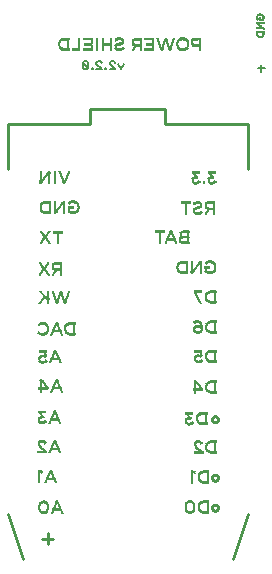
<source format=gbo>
G75*
%MOIN*%
%OFA0B0*%
%FSLAX25Y25*%
%IPPOS*%
%LPD*%
%AMOC8*
5,1,8,0,0,1.08239X$1,22.5*
%
%ADD10C,0.00600*%
%ADD11R,0.00012X0.00012*%
%ADD12R,0.00012X0.00012*%
%ADD13R,0.00012X0.00180*%
%ADD14R,0.00012X0.00492*%
%ADD15R,0.00012X0.00012*%
%ADD16R,0.00012X0.00588*%
%ADD17R,0.00012X0.00732*%
%ADD18R,0.00012X0.00804*%
%ADD19R,0.00012X0.00012*%
%ADD20R,0.00012X0.00432*%
%ADD21R,0.00012X0.00384*%
%ADD22R,0.00012X0.01044*%
%ADD23R,0.00012X0.00900*%
%ADD24R,0.00012X0.00444*%
%ADD25R,0.00012X0.00384*%
%ADD26R,0.00012X0.01176*%
%ADD27R,0.00012X0.00972*%
%ADD28R,0.00012X0.00432*%
%ADD29R,0.00012X0.00396*%
%ADD30R,0.00012X0.01236*%
%ADD31R,0.00012X0.00444*%
%ADD32R,0.00012X0.00408*%
%ADD33R,0.00012X0.01320*%
%ADD34R,0.00012X0.01116*%
%ADD35R,0.00012X0.00408*%
%ADD36R,0.00012X0.01356*%
%ADD37R,0.00012X0.01188*%
%ADD38R,0.00012X0.00420*%
%ADD39R,0.00012X0.01392*%
%ADD40R,0.00012X0.01212*%
%ADD41R,0.00012X0.01428*%
%ADD42R,0.00012X0.01284*%
%ADD43R,0.00012X0.01464*%
%ADD44R,0.00012X0.01308*%
%ADD45R,0.00012X0.00456*%
%ADD46R,0.00012X0.01500*%
%ADD47R,0.00012X0.01380*%
%ADD48R,0.00012X0.00468*%
%ADD49R,0.00012X0.01536*%
%ADD50R,0.00012X0.01404*%
%ADD51R,0.00012X0.00468*%
%ADD52R,0.00012X0.01548*%
%ADD53R,0.00012X0.01452*%
%ADD54R,0.00012X0.00480*%
%ADD55R,0.00012X0.01584*%
%ADD56R,0.00012X0.00480*%
%ADD57R,0.00012X0.01596*%
%ADD58R,0.00012X0.01548*%
%ADD59R,0.00012X0.01632*%
%ADD60R,0.00012X0.01572*%
%ADD61R,0.00012X0.00504*%
%ADD62R,0.00012X0.01644*%
%ADD63R,0.00012X0.01644*%
%ADD64R,0.00012X0.00516*%
%ADD65R,0.00012X0.01680*%
%ADD66R,0.00012X0.01668*%
%ADD67R,0.00012X0.00528*%
%ADD68R,0.00012X0.01692*%
%ADD69R,0.00012X0.01692*%
%ADD70R,0.00012X0.00540*%
%ADD71R,0.00012X0.01716*%
%ADD72R,0.00012X0.01716*%
%ADD73R,0.00012X0.00540*%
%ADD74R,0.00012X0.01764*%
%ADD75R,0.00012X0.00564*%
%ADD76R,0.00012X0.01752*%
%ADD77R,0.00012X0.01788*%
%ADD78R,0.00012X0.00552*%
%ADD79R,0.00012X0.01764*%
%ADD80R,0.00012X0.01812*%
%ADD81R,0.00012X0.00576*%
%ADD82R,0.00012X0.01776*%
%ADD83R,0.00012X0.01836*%
%ADD84R,0.00012X0.01788*%
%ADD85R,0.00012X0.01896*%
%ADD86R,0.00012X0.01824*%
%ADD87R,0.00012X0.01908*%
%ADD88R,0.00012X0.00600*%
%ADD89R,0.00012X0.01944*%
%ADD90R,0.00012X0.00612*%
%ADD91R,0.00012X0.01848*%
%ADD92R,0.00012X0.01956*%
%ADD93R,0.00012X0.00624*%
%ADD94R,0.00012X0.01860*%
%ADD95R,0.00012X0.02004*%
%ADD96R,0.00012X0.00636*%
%ADD97R,0.00012X0.01872*%
%ADD98R,0.00012X0.02004*%
%ADD99R,0.00012X0.00636*%
%ADD100R,0.00012X0.01884*%
%ADD101R,0.00012X0.02016*%
%ADD102R,0.00012X0.00648*%
%ADD103R,0.00012X0.01896*%
%ADD104R,0.00012X0.00828*%
%ADD105R,0.00012X0.00876*%
%ADD106R,0.00012X0.00816*%
%ADD107R,0.00012X0.00660*%
%ADD108R,0.00012X0.01920*%
%ADD109R,0.00012X0.00756*%
%ADD110R,0.00012X0.00672*%
%ADD111R,0.00012X0.01932*%
%ADD112R,0.00012X0.00720*%
%ADD113R,0.00012X0.00684*%
%ADD114R,0.00012X0.01944*%
%ADD115R,0.00012X0.00708*%
%ADD116R,0.00012X0.00684*%
%ADD117R,0.00012X0.00696*%
%ADD118R,0.00012X0.00852*%
%ADD119R,0.00012X0.00708*%
%ADD120R,0.00012X0.00648*%
%ADD121R,0.00012X0.00804*%
%ADD122R,0.00012X0.00684*%
%ADD123R,0.00012X0.00612*%
%ADD124R,0.00012X0.00720*%
%ADD125R,0.00012X0.00756*%
%ADD126R,0.00012X0.00756*%
%ADD127R,0.00012X0.00720*%
%ADD128R,0.00012X0.00648*%
%ADD129R,0.00012X0.00744*%
%ADD130R,0.00012X0.00612*%
%ADD131R,0.00012X0.00744*%
%ADD132R,0.00012X0.00612*%
%ADD133R,0.00012X0.00504*%
%ADD134R,0.00012X0.00468*%
%ADD135R,0.00012X0.00768*%
%ADD136R,0.00012X0.00780*%
%ADD137R,0.00012X0.00792*%
%ADD138R,0.00012X0.00804*%
%ADD139R,0.00012X0.00420*%
%ADD140R,0.00012X0.00804*%
%ADD141R,0.00012X0.00588*%
%ADD142R,0.00012X0.00828*%
%ADD143R,0.00012X0.00576*%
%ADD144R,0.00012X0.00420*%
%ADD145R,0.00012X0.00576*%
%ADD146R,0.00012X0.00840*%
%ADD147R,0.00012X0.00564*%
%ADD148R,0.00012X0.00552*%
%ADD149R,0.00012X0.00852*%
%ADD150R,0.00012X0.00864*%
%ADD151R,0.00012X0.00540*%
%ADD152R,0.00012X0.00876*%
%ADD153R,0.00012X0.00888*%
%ADD154R,0.00012X0.00540*%
%ADD155R,0.00012X0.00900*%
%ADD156R,0.00012X0.00912*%
%ADD157R,0.00012X0.00528*%
%ADD158R,0.00012X0.00924*%
%ADD159R,0.00012X0.00516*%
%ADD160R,0.00012X0.00936*%
%ADD161R,0.00012X0.00948*%
%ADD162R,0.00012X0.00960*%
%ADD163R,0.00012X0.00492*%
%ADD164R,0.00012X0.00972*%
%ADD165R,0.00012X0.00504*%
%ADD166R,0.00012X0.00984*%
%ADD167R,0.00012X0.00492*%
%ADD168R,0.00012X0.00492*%
%ADD169R,0.00012X0.00468*%
%ADD170R,0.00012X0.01080*%
%ADD171R,0.00012X0.01068*%
%ADD172R,0.00012X0.01068*%
%ADD173R,0.00012X0.01080*%
%ADD174R,0.00012X0.00456*%
%ADD175R,0.00012X0.00456*%
%ADD176R,0.00012X0.00504*%
%ADD177R,0.00012X0.00528*%
%ADD178R,0.00012X0.00960*%
%ADD179R,0.00012X0.00936*%
%ADD180R,0.00012X0.00924*%
%ADD181R,0.00012X0.00912*%
%ADD182R,0.00012X0.00036*%
%ADD183R,0.00012X0.00060*%
%ADD184R,0.00012X0.00876*%
%ADD185R,0.00012X0.00084*%
%ADD186R,0.00012X0.00108*%
%ADD187R,0.00012X0.00864*%
%ADD188R,0.00012X0.00132*%
%ADD189R,0.00012X0.00576*%
%ADD190R,0.00012X0.00180*%
%ADD191R,0.00012X0.00840*%
%ADD192R,0.00012X0.00216*%
%ADD193R,0.00012X0.00228*%
%ADD194R,0.00012X0.00816*%
%ADD195R,0.00012X0.00264*%
%ADD196R,0.00012X0.00276*%
%ADD197R,0.00012X0.00792*%
%ADD198R,0.00012X0.00660*%
%ADD199R,0.00012X0.00324*%
%ADD200R,0.00012X0.00684*%
%ADD201R,0.00012X0.00348*%
%ADD202R,0.00012X0.00768*%
%ADD203R,0.00012X0.00768*%
%ADD204R,0.00012X0.00672*%
%ADD205R,0.00012X0.00780*%
%ADD206R,0.00012X0.00732*%
%ADD207R,0.00012X0.00948*%
%ADD208R,0.00012X0.01932*%
%ADD209R,0.00012X0.00696*%
%ADD210R,0.00012X0.01920*%
%ADD211R,0.00012X0.01860*%
%ADD212R,0.00012X0.01884*%
%ADD213R,0.00012X0.01836*%
%ADD214R,0.00012X0.00624*%
%ADD215R,0.00012X0.01812*%
%ADD216R,0.00012X0.01800*%
%ADD217R,0.00012X0.01752*%
%ADD218R,0.00012X0.01776*%
%ADD219R,0.00012X0.01704*%
%ADD220R,0.00012X0.01740*%
%ADD221R,0.00012X0.01620*%
%ADD222R,0.00012X0.01572*%
%ADD223R,0.00012X0.01656*%
%ADD224R,0.00012X0.01620*%
%ADD225R,0.00012X0.01476*%
%ADD226R,0.00012X0.01608*%
%ADD227R,0.00012X0.01560*%
%ADD228R,0.00012X0.01356*%
%ADD229R,0.00012X0.01524*%
%ADD230R,0.00012X0.01512*%
%ADD231R,0.00012X0.01260*%
%ADD232R,0.00012X0.01212*%
%ADD233R,0.00012X0.01440*%
%ADD234R,0.00012X0.01164*%
%ADD235R,0.00012X0.01380*%
%ADD236R,0.00012X0.01368*%
%ADD237R,0.00012X0.01308*%
%ADD238R,0.00012X0.01272*%
%ADD239R,0.00012X0.00828*%
%ADD240C,0.01000*%
%ADD241R,0.00020X0.00020*%
%ADD242R,0.00020X0.00020*%
%ADD243R,0.00020X0.00020*%
%ADD244R,0.00340X0.00020*%
%ADD245R,0.00020X0.00020*%
%ADD246R,0.00780X0.00020*%
%ADD247R,0.00460X0.00020*%
%ADD248R,0.00940X0.00020*%
%ADD249R,0.00740X0.00020*%
%ADD250R,0.01180X0.00020*%
%ADD251R,0.00640X0.00020*%
%ADD252R,0.00660X0.00020*%
%ADD253R,0.01020X0.00020*%
%ADD254R,0.00740X0.00020*%
%ADD255R,0.01300X0.00020*%
%ADD256R,0.00660X0.00020*%
%ADD257R,0.00880X0.00020*%
%ADD258R,0.01180X0.00020*%
%ADD259R,0.03140X0.00020*%
%ADD260R,0.02960X0.00020*%
%ADD261R,0.01740X0.00020*%
%ADD262R,0.00740X0.00020*%
%ADD263R,0.01460X0.00020*%
%ADD264R,0.00680X0.00020*%
%ADD265R,0.03140X0.00020*%
%ADD266R,0.00900X0.00020*%
%ADD267R,0.01340X0.00020*%
%ADD268R,0.00740X0.00020*%
%ADD269R,0.03160X0.00020*%
%ADD270R,0.02940X0.00020*%
%ADD271R,0.01960X0.00020*%
%ADD272R,0.01540X0.00020*%
%ADD273R,0.00680X0.00020*%
%ADD274R,0.03160X0.00020*%
%ADD275R,0.01460X0.00020*%
%ADD276R,0.02060X0.00020*%
%ADD277R,0.01660X0.00020*%
%ADD278R,0.00700X0.00020*%
%ADD279R,0.00720X0.00020*%
%ADD280R,0.01580X0.00020*%
%ADD281R,0.02940X0.00020*%
%ADD282R,0.02200X0.00020*%
%ADD283R,0.01780X0.00020*%
%ADD284R,0.00720X0.00020*%
%ADD285R,0.00700X0.00020*%
%ADD286R,0.00860X0.00020*%
%ADD287R,0.01700X0.00020*%
%ADD288R,0.02960X0.00020*%
%ADD289R,0.02260X0.00020*%
%ADD290R,0.01900X0.00020*%
%ADD291R,0.00860X0.00020*%
%ADD292R,0.01780X0.00020*%
%ADD293R,0.02320X0.00020*%
%ADD294R,0.01940X0.00020*%
%ADD295R,0.01820X0.00020*%
%ADD296R,0.02380X0.00020*%
%ADD297R,0.00760X0.00020*%
%ADD298R,0.01940X0.00020*%
%ADD299R,0.02440X0.00020*%
%ADD300R,0.02100X0.00020*%
%ADD301R,0.02020X0.00020*%
%ADD302R,0.02500X0.00020*%
%ADD303R,0.02180X0.00020*%
%ADD304R,0.00780X0.00020*%
%ADD305R,0.00800X0.00020*%
%ADD306R,0.02140X0.00020*%
%ADD307R,0.02560X0.00020*%
%ADD308R,0.02260X0.00020*%
%ADD309R,0.00800X0.00020*%
%ADD310R,0.02180X0.00020*%
%ADD311R,0.02580X0.00020*%
%ADD312R,0.02340X0.00020*%
%ADD313R,0.00840X0.00020*%
%ADD314R,0.00820X0.00020*%
%ADD315R,0.00880X0.00020*%
%ADD316R,0.02640X0.00020*%
%ADD317R,0.02380X0.00020*%
%ADD318R,0.00820X0.00020*%
%ADD319R,0.00840X0.00020*%
%ADD320R,0.02300X0.00020*%
%ADD321R,0.02660X0.00020*%
%ADD322R,0.02460X0.00020*%
%ADD323R,0.02420X0.00020*%
%ADD324R,0.02720X0.00020*%
%ADD325R,0.02500X0.00020*%
%ADD326R,0.02420X0.00020*%
%ADD327R,0.02740X0.00020*%
%ADD328R,0.00900X0.00020*%
%ADD329R,0.02800X0.00020*%
%ADD330R,0.02620X0.00020*%
%ADD331R,0.02540X0.00020*%
%ADD332R,0.02820X0.00020*%
%ADD333R,0.02700X0.00020*%
%ADD334R,0.02620X0.00020*%
%ADD335R,0.02840X0.00020*%
%ADD336R,0.02740X0.00020*%
%ADD337R,0.02880X0.00020*%
%ADD338R,0.02780X0.00020*%
%ADD339R,0.00940X0.00020*%
%ADD340R,0.00920X0.00020*%
%ADD341R,0.02700X0.00020*%
%ADD342R,0.02920X0.00020*%
%ADD343R,0.02820X0.00020*%
%ADD344R,0.02880X0.00020*%
%ADD345R,0.00960X0.00020*%
%ADD346R,0.02900X0.00020*%
%ADD347R,0.00960X0.00020*%
%ADD348R,0.02820X0.00020*%
%ADD349R,0.02980X0.00020*%
%ADD350R,0.01000X0.00020*%
%ADD351R,0.00980X0.00020*%
%ADD352R,0.03040X0.00020*%
%ADD353R,0.03000X0.00020*%
%ADD354R,0.00980X0.00020*%
%ADD355R,0.02900X0.00020*%
%ADD356R,0.03060X0.00020*%
%ADD357R,0.03080X0.00020*%
%ADD358R,0.01020X0.00020*%
%ADD359R,0.01020X0.00020*%
%ADD360R,0.03080X0.00020*%
%ADD361R,0.01000X0.00020*%
%ADD362R,0.02980X0.00020*%
%ADD363R,0.03100X0.00020*%
%ADD364R,0.01040X0.00020*%
%ADD365R,0.03060X0.00020*%
%ADD366R,0.03120X0.00020*%
%ADD367R,0.03180X0.00020*%
%ADD368R,0.01060X0.00020*%
%ADD369R,0.03220X0.00020*%
%ADD370R,0.01080X0.00020*%
%ADD371R,0.01060X0.00020*%
%ADD372R,0.01420X0.00020*%
%ADD373R,0.01380X0.00020*%
%ADD374R,0.01080X0.00020*%
%ADD375R,0.01480X0.00020*%
%ADD376R,0.01140X0.00020*%
%ADD377R,0.01380X0.00020*%
%ADD378R,0.01100X0.00020*%
%ADD379R,0.01420X0.00020*%
%ADD380R,0.03200X0.00020*%
%ADD381R,0.01280X0.00020*%
%ADD382R,0.01260X0.00020*%
%ADD383R,0.01100X0.00020*%
%ADD384R,0.03220X0.00020*%
%ADD385R,0.01240X0.00020*%
%ADD386R,0.01220X0.00020*%
%ADD387R,0.01120X0.00020*%
%ADD388R,0.03240X0.00020*%
%ADD389R,0.01140X0.00020*%
%ADD390R,0.01120X0.00020*%
%ADD391R,0.01160X0.00020*%
%ADD392R,0.01340X0.00020*%
%ADD393R,0.01140X0.00020*%
%ADD394R,0.01160X0.00020*%
%ADD395R,0.01260X0.00020*%
%ADD396R,0.00920X0.00020*%
%ADD397R,0.01200X0.00020*%
%ADD398R,0.00820X0.00020*%
%ADD399R,0.01220X0.00020*%
%ADD400R,0.01120X0.00020*%
%ADD401R,0.01040X0.00020*%
%ADD402R,0.01020X0.00020*%
%ADD403R,0.01240X0.00020*%
%ADD404R,0.01220X0.00020*%
%ADD405R,0.00620X0.00020*%
%ADD406R,0.01280X0.00020*%
%ADD407R,0.00540X0.00020*%
%ADD408R,0.00500X0.00020*%
%ADD409R,0.01300X0.00020*%
%ADD410R,0.00460X0.00020*%
%ADD411R,0.00760X0.00020*%
%ADD412R,0.01340X0.00020*%
%ADD413R,0.01320X0.00020*%
%ADD414R,0.00420X0.00020*%
%ADD415R,0.00340X0.00020*%
%ADD416R,0.00940X0.00020*%
%ADD417R,0.01340X0.00020*%
%ADD418R,0.00320X0.00020*%
%ADD419R,0.01360X0.00020*%
%ADD420R,0.00260X0.00020*%
%ADD421R,0.00920X0.00020*%
%ADD422R,0.01360X0.00020*%
%ADD423R,0.00260X0.00020*%
%ADD424R,0.00200X0.00020*%
%ADD425R,0.01400X0.00020*%
%ADD426R,0.00180X0.00020*%
%ADD427R,0.00920X0.00020*%
%ADD428R,0.01400X0.00020*%
%ADD429R,0.00120X0.00020*%
%ADD430R,0.01420X0.00020*%
%ADD431R,0.00080X0.00020*%
%ADD432R,0.00720X0.00020*%
%ADD433R,0.00720X0.00020*%
%ADD434R,0.00840X0.00020*%
%ADD435R,0.01820X0.00020*%
%ADD436R,0.02000X0.00020*%
%ADD437R,0.00820X0.00020*%
%ADD438R,0.02160X0.00020*%
%ADD439R,0.00840X0.00020*%
%ADD440R,0.02220X0.00020*%
%ADD441R,0.02520X0.00020*%
%ADD442R,0.02340X0.00020*%
%ADD443R,0.02400X0.00020*%
%ADD444R,0.02460X0.00020*%
%ADD445R,0.02480X0.00020*%
%ADD446R,0.02480X0.00020*%
%ADD447R,0.02540X0.00020*%
%ADD448R,0.02440X0.00020*%
%ADD449R,0.02620X0.00020*%
%ADD450R,0.02640X0.00020*%
%ADD451R,0.02680X0.00020*%
%ADD452R,0.02740X0.00020*%
%ADD453R,0.02760X0.00020*%
%ADD454R,0.01320X0.00020*%
%ADD455R,0.02860X0.00020*%
%ADD456R,0.02840X0.00020*%
%ADD457R,0.02860X0.00020*%
%ADD458R,0.01620X0.00020*%
%ADD459R,0.03480X0.00020*%
%ADD460R,0.02840X0.00020*%
%ADD461R,0.01620X0.00020*%
%ADD462R,0.03480X0.00020*%
%ADD463R,0.02940X0.00020*%
%ADD464R,0.01760X0.00020*%
%ADD465R,0.01760X0.00020*%
%ADD466R,0.02920X0.00020*%
%ADD467R,0.03000X0.00020*%
%ADD468R,0.01860X0.00020*%
%ADD469R,0.03020X0.00020*%
%ADD470R,0.01900X0.00020*%
%ADD471R,0.03040X0.00020*%
%ADD472R,0.01980X0.00020*%
%ADD473R,0.03100X0.00020*%
%ADD474R,0.03120X0.00020*%
%ADD475R,0.02060X0.00020*%
%ADD476R,0.03020X0.00020*%
%ADD477R,0.03140X0.00020*%
%ADD478R,0.02100X0.00020*%
%ADD479R,0.03200X0.00020*%
%ADD480R,0.02140X0.00020*%
%ADD481R,0.02140X0.00020*%
%ADD482R,0.01140X0.00020*%
%ADD483R,0.01680X0.00020*%
%ADD484R,0.01640X0.00020*%
%ADD485R,0.01500X0.00020*%
%ADD486R,0.01440X0.00020*%
%ADD487R,0.01420X0.00020*%
%ADD488R,0.00940X0.00020*%
%ADD489R,0.01320X0.00020*%
%ADD490R,0.00040X0.00020*%
%ADD491R,0.00060X0.00020*%
%ADD492R,0.00140X0.00020*%
%ADD493R,0.00220X0.00020*%
%ADD494R,0.00240X0.00020*%
%ADD495R,0.00320X0.00020*%
%ADD496R,0.01220X0.00020*%
%ADD497R,0.00420X0.00020*%
%ADD498R,0.00500X0.00020*%
%ADD499R,0.00560X0.00020*%
%ADD500R,0.01120X0.00020*%
%ADD501R,0.00620X0.00020*%
%ADD502R,0.01320X0.00020*%
%ADD503R,0.01580X0.00020*%
%ADD504R,0.03120X0.00020*%
%ADD505R,0.03260X0.00020*%
%ADD506R,0.03040X0.00020*%
%ADD507R,0.01040X0.00020*%
%ADD508R,0.03120X0.00020*%
%ADD509R,0.03240X0.00020*%
%ADD510R,0.03180X0.00020*%
%ADD511R,0.02740X0.00020*%
%ADD512R,0.02760X0.00020*%
%ADD513R,0.02780X0.00020*%
%ADD514R,0.03140X0.00020*%
%ADD515R,0.02800X0.00020*%
%ADD516R,0.02580X0.00020*%
%ADD517R,0.02540X0.00020*%
%ADD518R,0.02360X0.00020*%
%ADD519R,0.02660X0.00020*%
%ADD520R,0.02420X0.00020*%
%ADD521R,0.02720X0.00020*%
%ADD522R,0.02640X0.00020*%
%ADD523R,0.02600X0.00020*%
%ADD524R,0.02520X0.00020*%
%ADD525R,0.01980X0.00020*%
%ADD526R,0.01860X0.00020*%
%ADD527R,0.02280X0.00020*%
%ADD528R,0.02240X0.00020*%
%ADD529R,0.02220X0.00020*%
%ADD530R,0.01660X0.00020*%
%ADD531R,0.01540X0.00020*%
%ADD532R,0.02160X0.00020*%
%ADD533R,0.02080X0.00020*%
%ADD534R,0.01880X0.00020*%
%ADD535R,0.02080X0.00020*%
%ADD536R,0.01800X0.00020*%
%ADD537C,0.00500*%
%ADD538R,0.00760X0.00040*%
%ADD539R,0.00800X0.00040*%
%ADD540R,0.03040X0.00040*%
%ADD541R,0.00720X0.00040*%
%ADD542R,0.00760X0.00040*%
%ADD543R,0.03040X0.00040*%
%ADD544R,0.00720X0.00040*%
%ADD545R,0.00800X0.00040*%
%ADD546R,0.02960X0.00040*%
%ADD547R,0.00960X0.00040*%
%ADD548R,0.00720X0.00040*%
%ADD549R,0.00960X0.00040*%
%ADD550R,0.01000X0.00040*%
%ADD551R,0.03400X0.00040*%
%ADD552R,0.03400X0.00040*%
%ADD553R,0.03320X0.00040*%
%ADD554R,0.03240X0.00040*%
%ADD555R,0.03240X0.00040*%
%ADD556R,0.01000X0.00040*%
%ADD557R,0.03160X0.00040*%
%ADD558R,0.03080X0.00040*%
%ADD559R,0.03080X0.00040*%
%ADD560R,0.03000X0.00040*%
%ADD561R,0.02920X0.00040*%
%ADD562R,0.00720X0.00040*%
%ADD563R,0.00920X0.00040*%
%ADD564R,0.00920X0.00040*%
%ADD565R,0.00920X0.00040*%
%ADD566R,0.00880X0.00040*%
%ADD567R,0.00840X0.00040*%
%ADD568R,0.00840X0.00040*%
%ADD569R,0.00840X0.00040*%
%ADD570R,0.00680X0.00040*%
%ADD571R,0.00040X0.00040*%
%ADD572R,0.00120X0.00040*%
%ADD573R,0.00200X0.00040*%
%ADD574R,0.00680X0.00040*%
%ADD575R,0.00240X0.00040*%
%ADD576R,0.00320X0.00040*%
%ADD577R,0.00440X0.00040*%
%ADD578R,0.00520X0.00040*%
%ADD579R,0.00600X0.00040*%
%ADD580R,0.01480X0.00040*%
%ADD581R,0.01400X0.00040*%
%ADD582R,0.01320X0.00040*%
%ADD583R,0.01320X0.00040*%
%ADD584R,0.01040X0.00040*%
%ADD585R,0.01240X0.00040*%
%ADD586R,0.01160X0.00040*%
%ADD587R,0.01120X0.00040*%
%ADD588R,0.02600X0.00040*%
%ADD589R,0.02560X0.00040*%
%ADD590R,0.01160X0.00040*%
%ADD591R,0.02480X0.00040*%
%ADD592R,0.01080X0.00040*%
%ADD593R,0.02400X0.00040*%
%ADD594R,0.02360X0.00040*%
%ADD595R,0.02280X0.00040*%
%ADD596R,0.02200X0.00040*%
%ADD597R,0.02120X0.00040*%
%ADD598R,0.02040X0.00040*%
%ADD599R,0.01920X0.00040*%
%ADD600R,0.01800X0.00040*%
%ADD601R,0.01720X0.00040*%
%ADD602R,0.01560X0.00040*%
%ADD603R,0.01200X0.00040*%
%ADD604R,0.00560X0.00040*%
%ADD605R,0.01640X0.00040*%
%ADD606R,0.01840X0.00040*%
%ADD607R,0.01920X0.00040*%
%ADD608R,0.02280X0.00040*%
%ADD609R,0.02480X0.00040*%
%ADD610R,0.02680X0.00040*%
%ADD611R,0.02760X0.00040*%
%ADD612R,0.02800X0.00040*%
%ADD613R,0.01080X0.00040*%
%ADD614R,0.00520X0.00040*%
%ADD615R,0.00400X0.00040*%
%ADD616R,0.00240X0.00040*%
%ADD617R,0.00160X0.00040*%
%ADD618R,0.00080X0.00040*%
%ADD619R,0.00880X0.00040*%
%ADD620R,0.01040X0.00040*%
%ADD621R,0.01440X0.00040*%
%ADD622R,0.01760X0.00040*%
%ADD623R,0.01720X0.00040*%
%ADD624R,0.01680X0.00040*%
%ADD625R,0.01640X0.00040*%
%ADD626R,0.01560X0.00040*%
%ADD627R,0.01480X0.00040*%
%ADD628R,0.01320X0.00040*%
%ADD629R,0.00840X0.00040*%
%ADD630R,0.02720X0.00040*%
%ADD631R,0.02760X0.00040*%
%ADD632R,0.03440X0.00040*%
%ADD633R,0.03480X0.00040*%
%ADD634R,0.03480X0.00040*%
%ADD635R,0.03520X0.00040*%
%ADD636R,0.03520X0.00040*%
%ADD637R,0.03560X0.00040*%
%ADD638R,0.03560X0.00040*%
%ADD639R,0.01360X0.00040*%
%ADD640R,0.01280X0.00040*%
%ADD641R,0.01280X0.00040*%
%ADD642R,0.00640X0.00040*%
%ADD643R,0.01440X0.00040*%
%ADD644R,0.01960X0.00040*%
%ADD645R,0.02080X0.00040*%
%ADD646R,0.02320X0.00040*%
%ADD647R,0.02680X0.00040*%
%ADD648R,0.02720X0.00040*%
%ADD649R,0.02840X0.00040*%
%ADD650R,0.00480X0.00040*%
%ADD651R,0.00400X0.00040*%
%ADD652R,0.00080X0.00040*%
%ADD653R,0.00040X0.00040*%
%ADD654R,0.00160X0.00040*%
%ADD655R,0.02440X0.00040*%
%ADD656R,0.02520X0.00040*%
%ADD657R,0.02520X0.00040*%
%ADD658R,0.02400X0.00040*%
%ADD659R,0.02320X0.00040*%
%ADD660R,0.02240X0.00040*%
%ADD661R,0.02000X0.00040*%
%ADD662R,0.00520X0.00040*%
%ADD663R,0.00640X0.00040*%
%ADD664R,0.00640X0.00040*%
%ADD665R,0.00640X0.00040*%
%ADD666R,0.01840X0.00040*%
%ADD667R,0.01600X0.00040*%
%ADD668R,0.01800X0.00040*%
%ADD669R,0.02120X0.00040*%
%ADD670R,0.02720X0.00040*%
%ADD671R,0.02640X0.00040*%
%ADD672R,0.02880X0.00040*%
%ADD673R,0.02720X0.00040*%
%ADD674R,0.03040X0.00040*%
%ADD675R,0.03120X0.00040*%
%ADD676R,0.03120X0.00040*%
%ADD677R,0.03200X0.00040*%
%ADD678R,0.01360X0.00040*%
%ADD679R,0.01120X0.00040*%
%ADD680R,0.01240X0.00040*%
%ADD681R,0.00520X0.00040*%
%ADD682R,0.00360X0.00040*%
%ADD683R,0.00280X0.00040*%
%ADD684R,0.00120X0.00040*%
%ADD685R,0.01040X0.00040*%
%ADD686R,0.00480X0.00040*%
%ADD687R,0.01120X0.00040*%
%ADD688R,0.03240X0.00040*%
%ADD689R,0.02560X0.00040*%
%ADD690R,0.02440X0.00040*%
%ADD691R,0.02040X0.00040*%
%ADD692R,0.01880X0.00040*%
%ADD693R,0.01640X0.00040*%
%ADD694R,0.01400X0.00040*%
%ADD695R,0.00920X0.00040*%
%ADD696R,0.01200X0.00040*%
%ADD697R,0.02240X0.00040*%
%ADD698R,0.02160X0.00040*%
%ADD699R,0.02120X0.00040*%
%ADD700R,0.02080X0.00040*%
%ADD701R,0.01440X0.00040*%
%ADD702R,0.02640X0.00040*%
%ADD703R,0.03200X0.00040*%
%ADD704R,0.03280X0.00040*%
%ADD705R,0.03360X0.00040*%
%ADD706R,0.01520X0.00040*%
%ADD707R,0.01600X0.00040*%
%ADD708R,0.01520X0.00040*%
%ADD709R,0.00360X0.00040*%
%ADD710R,0.00440X0.00040*%
%ADD711R,0.01120X0.00040*%
%ADD712R,0.02600X0.00040*%
%ADD713R,0.01240X0.00040*%
%ADD714R,0.01320X0.00040*%
%ADD715R,0.01520X0.00040*%
%ADD716R,0.01520X0.00040*%
%ADD717R,0.02120X0.00040*%
%ADD718R,0.02520X0.00040*%
%ADD719R,0.01680X0.00040*%
%ADD720R,0.03360X0.00040*%
%ADD721R,0.03000X0.00040*%
%ADD722R,0.03040X0.00040*%
%ADD723R,0.03160X0.00040*%
%ADD724R,0.03120X0.00040*%
%ADD725R,0.02920X0.00040*%
%ADD726R,0.01840X0.00040*%
%ADD727R,0.01920X0.00040*%
%ADD728R,0.02920X0.00040*%
%ADD729R,0.02520X0.00040*%
%ADD730R,0.03120X0.00040*%
%ADD731R,0.02920X0.00040*%
%ADD732R,0.02880X0.00040*%
%ADD733R,0.00560X0.00040*%
%ADD734R,0.02960X0.00040*%
%ADD735R,0.00040X0.00040*%
%ADD736R,0.00120X0.00040*%
%ADD737R,0.00320X0.00040*%
%ADD738R,0.02040X0.00040*%
%ADD739R,0.00240X0.00040*%
%ADD740R,0.01760X0.00040*%
%ADD741R,0.03440X0.00040*%
%ADD742R,0.03520X0.00040*%
%ADD743R,0.03520X0.00040*%
%ADD744R,0.00240X0.00040*%
%ADD745R,0.01960X0.00040*%
%ADD746R,0.03320X0.00040*%
%ADD747R,0.03320X0.00040*%
%ADD748R,0.01040X0.00040*%
%ADD749R,0.02320X0.00040*%
%ADD750R,0.02800X0.00040*%
%ADD751R,0.00200X0.00040*%
%ADD752R,0.01880X0.00040*%
%ADD753R,0.02040X0.00040*%
%ADD754R,0.01240X0.00040*%
%ADD755R,0.01720X0.00040*%
%ADD756R,0.01640X0.00040*%
D10*
X0104747Y0171131D02*
X0104747Y0173533D01*
X0105948Y0172332D02*
X0103546Y0172332D01*
D11*
X0103354Y0183387D03*
X0103714Y0183627D03*
X0103690Y0183819D03*
X0103690Y0183843D03*
X0103690Y0183891D03*
X0103690Y0183915D03*
X0103690Y0183987D03*
X0103690Y0184011D03*
X0103690Y0184059D03*
X0103690Y0184083D03*
X0103690Y0184107D03*
X0103690Y0184155D03*
X0103690Y0184179D03*
X0103690Y0184227D03*
X0103690Y0184251D03*
X0103690Y0184275D03*
X0103690Y0184323D03*
X0105790Y0183591D03*
X0105742Y0183375D03*
X0103918Y0188583D03*
X0103714Y0188907D03*
X0103654Y0189159D03*
X0103654Y0189183D03*
X0103654Y0189207D03*
X0103654Y0189327D03*
X0103654Y0189351D03*
X0103246Y0189423D03*
X0103258Y0189507D03*
X0103258Y0188979D03*
X0103282Y0188859D03*
X0103318Y0188727D03*
X0105442Y0189387D03*
X0105418Y0189483D03*
X0105838Y0189519D03*
X0105850Y0189411D03*
X0105850Y0189387D03*
X0105850Y0189147D03*
X0105850Y0189123D03*
X0105838Y0188991D03*
D12*
X0105850Y0189099D03*
X0105814Y0188871D03*
X0105706Y0188571D03*
X0105382Y0188871D03*
X0105442Y0189099D03*
X0105850Y0189363D03*
X0103282Y0189603D03*
X0103246Y0189063D03*
X0103246Y0189039D03*
X0103306Y0188763D03*
X0103690Y0184299D03*
X0103690Y0184203D03*
X0103690Y0184131D03*
X0103690Y0184035D03*
X0103690Y0183963D03*
X0103690Y0183939D03*
X0103690Y0183867D03*
X0103690Y0183795D03*
X0103306Y0183603D03*
X0105382Y0183639D03*
X0105778Y0183531D03*
D13*
X0103846Y0188595D03*
X0105850Y0189255D03*
D14*
X0105838Y0189255D03*
X0104950Y0190263D03*
X0104938Y0190263D03*
X0104914Y0190275D03*
X0104890Y0190275D03*
X0104218Y0190275D03*
X0104182Y0190263D03*
X0104158Y0190263D03*
X0104110Y0190239D03*
X0103258Y0189243D03*
X0103714Y0188643D03*
X0105646Y0185679D03*
X0105010Y0182835D03*
X0104986Y0182835D03*
X0104974Y0182823D03*
X0104950Y0182811D03*
X0104938Y0182811D03*
X0104854Y0182775D03*
X0104254Y0182775D03*
X0104206Y0182799D03*
X0104182Y0182799D03*
X0104146Y0182811D03*
D15*
X0103726Y0183591D03*
X0103702Y0183711D03*
X0103294Y0183687D03*
X0105370Y0183579D03*
X0105802Y0183675D03*
X0105802Y0183723D03*
X0105298Y0188691D03*
X0105430Y0189423D03*
X0105826Y0189555D03*
X0105766Y0189783D03*
X0105670Y0189975D03*
X0103666Y0189075D03*
X0103702Y0188943D03*
X0103798Y0188751D03*
D16*
X0105262Y0190071D03*
X0105826Y0189243D03*
X0105526Y0185727D03*
X0103870Y0182991D03*
X0103894Y0182967D03*
D17*
X0103750Y0183135D03*
X0105358Y0185799D03*
X0105814Y0189255D03*
X0105406Y0189903D03*
X0103690Y0189891D03*
D18*
X0105430Y0189843D03*
X0105802Y0189255D03*
X0103798Y0187227D03*
D19*
X0103270Y0188895D03*
X0103270Y0189567D03*
X0105430Y0189039D03*
X0105802Y0188835D03*
X0105802Y0183699D03*
X0105394Y0183699D03*
X0103426Y0183195D03*
X0103294Y0183663D03*
D20*
X0103330Y0185649D03*
X0103402Y0185649D03*
X0103426Y0185649D03*
X0103498Y0185649D03*
X0103570Y0185649D03*
X0103594Y0185649D03*
X0103666Y0185649D03*
X0103762Y0185649D03*
X0103834Y0185649D03*
X0103930Y0185649D03*
X0104002Y0185649D03*
X0104026Y0185649D03*
X0104098Y0185649D03*
X0104170Y0185649D03*
X0104194Y0185649D03*
X0104266Y0185649D03*
X0104362Y0185649D03*
X0104434Y0185649D03*
X0104530Y0185649D03*
X0104602Y0185649D03*
X0104626Y0185649D03*
X0104698Y0185649D03*
X0104770Y0185649D03*
X0104794Y0185649D03*
X0104866Y0185649D03*
X0104962Y0185649D03*
X0105730Y0185649D03*
X0105730Y0187413D03*
X0105802Y0187413D03*
X0105634Y0187413D03*
X0105562Y0187413D03*
X0105466Y0187413D03*
X0105394Y0187413D03*
X0105370Y0187413D03*
X0105298Y0187413D03*
X0105226Y0187413D03*
X0105202Y0187413D03*
X0105130Y0187413D03*
X0105034Y0187413D03*
X0104962Y0187413D03*
X0104866Y0187413D03*
X0104794Y0187413D03*
X0104770Y0187413D03*
X0104698Y0187413D03*
X0104626Y0187413D03*
X0104602Y0187413D03*
X0104530Y0187413D03*
X0104434Y0187413D03*
X0104362Y0187413D03*
X0104266Y0187413D03*
X0104194Y0187413D03*
X0104170Y0187413D03*
X0104098Y0187413D03*
X0104026Y0187413D03*
X0104830Y0188421D03*
X0104902Y0188421D03*
X0104926Y0188421D03*
X0104998Y0188421D03*
X0105070Y0188421D03*
X0105094Y0188421D03*
X0105166Y0188421D03*
X0105262Y0188421D03*
D21*
X0105802Y0185625D03*
D22*
X0105802Y0184263D03*
X0105766Y0189243D03*
X0103330Y0189231D03*
D23*
X0103306Y0189231D03*
X0103918Y0187179D03*
X0105142Y0185883D03*
X0105790Y0189243D03*
D24*
X0105274Y0188427D03*
X0105286Y0187407D03*
X0105310Y0187407D03*
X0105358Y0187407D03*
X0105382Y0187407D03*
X0105406Y0187407D03*
X0105454Y0187407D03*
X0105478Y0187407D03*
X0105550Y0187407D03*
X0105574Y0187407D03*
X0105622Y0187407D03*
X0105646Y0187407D03*
X0105718Y0187407D03*
X0105742Y0187407D03*
X0105790Y0187407D03*
X0105238Y0187407D03*
X0105214Y0187407D03*
X0105190Y0187407D03*
X0105142Y0187407D03*
X0105118Y0187407D03*
X0105046Y0187407D03*
X0105022Y0187407D03*
X0104974Y0187407D03*
X0104950Y0187407D03*
X0104878Y0187407D03*
X0104854Y0187407D03*
X0104806Y0187407D03*
X0104782Y0187407D03*
X0104758Y0187407D03*
X0104710Y0187407D03*
X0104686Y0187407D03*
X0104638Y0187407D03*
X0104614Y0187407D03*
X0104590Y0187407D03*
X0104542Y0187407D03*
X0104518Y0187407D03*
X0104446Y0187407D03*
X0104422Y0187407D03*
X0104374Y0187407D03*
X0104350Y0187407D03*
X0104278Y0187407D03*
X0104254Y0187407D03*
X0104206Y0187407D03*
X0104182Y0187407D03*
X0104158Y0187407D03*
X0104110Y0187407D03*
X0104086Y0187407D03*
X0104038Y0187407D03*
X0103318Y0187407D03*
X0103318Y0185655D03*
X0103342Y0185655D03*
X0103390Y0185655D03*
X0103414Y0185655D03*
X0103438Y0185655D03*
X0103486Y0185655D03*
X0103510Y0185655D03*
X0103558Y0185655D03*
X0103582Y0185655D03*
X0103606Y0185655D03*
X0103654Y0185655D03*
X0103678Y0185655D03*
X0103750Y0185655D03*
X0103774Y0185655D03*
X0103822Y0185655D03*
X0103846Y0185655D03*
X0103918Y0185655D03*
X0103942Y0185655D03*
X0103990Y0185655D03*
X0104014Y0185655D03*
X0104038Y0185655D03*
X0104086Y0185655D03*
X0104110Y0185655D03*
X0104158Y0185655D03*
X0104182Y0185655D03*
X0104206Y0185655D03*
X0104254Y0185655D03*
X0104278Y0185655D03*
X0104350Y0185655D03*
X0104374Y0185655D03*
X0104422Y0185655D03*
X0104446Y0185655D03*
X0104518Y0185655D03*
X0104542Y0185655D03*
X0104590Y0185655D03*
X0104614Y0185655D03*
X0104638Y0185655D03*
X0104686Y0185655D03*
X0104710Y0185655D03*
X0104758Y0185655D03*
X0104782Y0185655D03*
X0104806Y0185655D03*
X0104854Y0185655D03*
X0104878Y0185655D03*
X0104950Y0185655D03*
X0104974Y0185655D03*
X0105718Y0185655D03*
X0105382Y0184563D03*
X0105358Y0184563D03*
X0105346Y0184563D03*
X0105322Y0184563D03*
X0105310Y0184563D03*
X0105286Y0184563D03*
X0105274Y0184563D03*
X0105250Y0184563D03*
X0105238Y0184563D03*
X0105214Y0184563D03*
X0105190Y0184563D03*
X0105178Y0184563D03*
X0105154Y0184563D03*
X0105142Y0184563D03*
X0105118Y0184563D03*
X0105106Y0184563D03*
X0105082Y0184563D03*
X0105058Y0184563D03*
X0105046Y0184563D03*
X0105022Y0184563D03*
X0105010Y0184563D03*
X0104986Y0184563D03*
X0104974Y0184563D03*
X0104950Y0184563D03*
X0104938Y0184563D03*
X0104914Y0184563D03*
X0104890Y0184563D03*
X0104878Y0184563D03*
X0104854Y0184563D03*
X0104842Y0184563D03*
X0104818Y0184563D03*
X0104806Y0184563D03*
X0104782Y0184563D03*
X0104758Y0184563D03*
X0104746Y0184563D03*
X0104722Y0184563D03*
X0104710Y0184563D03*
X0104686Y0184563D03*
X0104674Y0184563D03*
X0104650Y0184563D03*
X0104638Y0184563D03*
X0104614Y0184563D03*
X0104590Y0184563D03*
X0104578Y0184563D03*
X0104554Y0184563D03*
X0104542Y0184563D03*
X0104518Y0184563D03*
X0104506Y0184563D03*
X0104482Y0184563D03*
X0104458Y0184563D03*
X0104446Y0184563D03*
X0104422Y0184563D03*
X0104410Y0184563D03*
X0104386Y0184563D03*
X0104374Y0184563D03*
X0104350Y0184563D03*
X0104338Y0184563D03*
X0104314Y0184563D03*
X0104290Y0184563D03*
X0104278Y0184563D03*
X0104254Y0184563D03*
X0104242Y0184563D03*
X0104218Y0184563D03*
X0104206Y0184563D03*
X0104182Y0184563D03*
X0104158Y0184563D03*
X0104146Y0184563D03*
X0104122Y0184563D03*
X0104110Y0184563D03*
X0104086Y0184563D03*
X0104074Y0184563D03*
X0104050Y0184563D03*
X0104038Y0184563D03*
X0104014Y0184563D03*
X0103990Y0184563D03*
X0103978Y0184563D03*
X0103954Y0184563D03*
X0103942Y0184563D03*
X0103918Y0184563D03*
X0103906Y0184563D03*
X0103882Y0184563D03*
X0103858Y0184563D03*
X0103846Y0184563D03*
X0103822Y0184563D03*
X0103810Y0184563D03*
X0103786Y0184563D03*
X0103774Y0184563D03*
X0103750Y0184563D03*
X0103738Y0184563D03*
X0103714Y0184563D03*
X0103690Y0184563D03*
D25*
X0105790Y0185625D03*
D26*
X0105790Y0184197D03*
D27*
X0105046Y0185919D03*
X0104014Y0187143D03*
X0103318Y0189231D03*
X0105778Y0189243D03*
D28*
X0105238Y0188421D03*
X0105214Y0188421D03*
X0105190Y0188421D03*
X0105142Y0188421D03*
X0105118Y0188421D03*
X0105046Y0188421D03*
X0105022Y0188421D03*
X0104974Y0188421D03*
X0104950Y0188421D03*
X0104878Y0188421D03*
X0104854Y0188421D03*
X0104806Y0188421D03*
X0104818Y0187413D03*
X0104842Y0187413D03*
X0104890Y0187413D03*
X0104914Y0187413D03*
X0104938Y0187413D03*
X0104986Y0187413D03*
X0105010Y0187413D03*
X0105058Y0187413D03*
X0105082Y0187413D03*
X0105106Y0187413D03*
X0105154Y0187413D03*
X0105178Y0187413D03*
X0105250Y0187413D03*
X0105274Y0187413D03*
X0105322Y0187413D03*
X0105346Y0187413D03*
X0105418Y0187413D03*
X0105442Y0187413D03*
X0105490Y0187413D03*
X0105514Y0187413D03*
X0105538Y0187413D03*
X0105586Y0187413D03*
X0105610Y0187413D03*
X0105658Y0187413D03*
X0105682Y0187413D03*
X0105706Y0187413D03*
X0105754Y0187413D03*
X0105778Y0187413D03*
X0104746Y0187413D03*
X0104722Y0187413D03*
X0104674Y0187413D03*
X0104650Y0187413D03*
X0104578Y0187413D03*
X0104554Y0187413D03*
X0104506Y0187413D03*
X0104482Y0187413D03*
X0104458Y0187413D03*
X0104410Y0187413D03*
X0104386Y0187413D03*
X0104338Y0187413D03*
X0104314Y0187413D03*
X0104290Y0187413D03*
X0104242Y0187413D03*
X0104218Y0187413D03*
X0104146Y0187413D03*
X0104122Y0187413D03*
X0104074Y0187413D03*
X0104050Y0187413D03*
X0103306Y0187413D03*
X0103306Y0185649D03*
X0103354Y0185649D03*
X0103378Y0185649D03*
X0103450Y0185649D03*
X0103474Y0185649D03*
X0103522Y0185649D03*
X0103546Y0185649D03*
X0103618Y0185649D03*
X0103642Y0185649D03*
X0103690Y0185649D03*
X0103714Y0185649D03*
X0103738Y0185649D03*
X0103786Y0185649D03*
X0103810Y0185649D03*
X0103858Y0185649D03*
X0103882Y0185649D03*
X0103906Y0185649D03*
X0103954Y0185649D03*
X0103978Y0185649D03*
X0104050Y0185649D03*
X0104074Y0185649D03*
X0104122Y0185649D03*
X0104146Y0185649D03*
X0104218Y0185649D03*
X0104242Y0185649D03*
X0104290Y0185649D03*
X0104314Y0185649D03*
X0104338Y0185649D03*
X0104386Y0185649D03*
X0104410Y0185649D03*
X0104458Y0185649D03*
X0104482Y0185649D03*
X0104506Y0185649D03*
X0104554Y0185649D03*
X0104578Y0185649D03*
X0104650Y0185649D03*
X0104674Y0185649D03*
X0104722Y0185649D03*
X0104746Y0185649D03*
X0104818Y0185649D03*
X0104842Y0185649D03*
X0104890Y0185649D03*
X0104914Y0185649D03*
X0104938Y0185649D03*
X0104986Y0185649D03*
X0105010Y0185649D03*
D29*
X0105778Y0185631D03*
X0103750Y0188631D03*
D30*
X0105778Y0184167D03*
D31*
X0105394Y0184563D03*
X0105370Y0184563D03*
X0105334Y0184563D03*
X0105298Y0184563D03*
X0105262Y0184563D03*
X0105226Y0184563D03*
X0105202Y0184563D03*
X0105166Y0184563D03*
X0105130Y0184563D03*
X0105094Y0184563D03*
X0105070Y0184563D03*
X0105034Y0184563D03*
X0104998Y0184563D03*
X0104962Y0184563D03*
X0104926Y0184563D03*
X0104902Y0184563D03*
X0104866Y0184563D03*
X0104830Y0184563D03*
X0104794Y0184563D03*
X0104770Y0184563D03*
X0104734Y0184563D03*
X0104698Y0184563D03*
X0104662Y0184563D03*
X0104626Y0184563D03*
X0104602Y0184563D03*
X0104566Y0184563D03*
X0104530Y0184563D03*
X0104494Y0184563D03*
X0104470Y0184563D03*
X0104434Y0184563D03*
X0104398Y0184563D03*
X0104362Y0184563D03*
X0104326Y0184563D03*
X0104302Y0184563D03*
X0104266Y0184563D03*
X0104230Y0184563D03*
X0104194Y0184563D03*
X0104170Y0184563D03*
X0104134Y0184563D03*
X0104098Y0184563D03*
X0104062Y0184563D03*
X0104026Y0184563D03*
X0104002Y0184563D03*
X0103966Y0184563D03*
X0103930Y0184563D03*
X0103894Y0184563D03*
X0103870Y0184563D03*
X0103834Y0184563D03*
X0103798Y0184563D03*
X0103762Y0184563D03*
X0103726Y0184563D03*
X0103702Y0184563D03*
X0103702Y0185655D03*
X0103726Y0185655D03*
X0103798Y0185655D03*
X0103870Y0185655D03*
X0103894Y0185655D03*
X0103966Y0185655D03*
X0104062Y0185655D03*
X0104134Y0185655D03*
X0104230Y0185655D03*
X0104302Y0185655D03*
X0104326Y0185655D03*
X0104398Y0185655D03*
X0104470Y0185655D03*
X0104494Y0185655D03*
X0104566Y0185655D03*
X0104662Y0185655D03*
X0104734Y0185655D03*
X0104830Y0185655D03*
X0104902Y0185655D03*
X0104926Y0185655D03*
X0104998Y0185655D03*
X0103630Y0185655D03*
X0103534Y0185655D03*
X0103462Y0185655D03*
X0103366Y0185655D03*
X0103294Y0185655D03*
X0103330Y0187407D03*
X0104062Y0187407D03*
X0104134Y0187407D03*
X0104230Y0187407D03*
X0104302Y0187407D03*
X0104326Y0187407D03*
X0104398Y0187407D03*
X0104470Y0187407D03*
X0104494Y0187407D03*
X0104566Y0187407D03*
X0104662Y0187407D03*
X0104734Y0187407D03*
X0104830Y0187407D03*
X0104902Y0187407D03*
X0104926Y0187407D03*
X0104998Y0187407D03*
X0105070Y0187407D03*
X0105094Y0187407D03*
X0105166Y0187407D03*
X0105262Y0187407D03*
X0105334Y0187407D03*
X0105430Y0187407D03*
X0105502Y0187407D03*
X0105526Y0187407D03*
X0105598Y0187407D03*
X0105670Y0187407D03*
X0105694Y0187407D03*
X0105766Y0187407D03*
D32*
X0105766Y0185637D03*
D33*
X0105766Y0184125D03*
D34*
X0105754Y0189243D03*
X0103342Y0189231D03*
D35*
X0105754Y0185637D03*
D36*
X0105754Y0184107D03*
D37*
X0105742Y0189243D03*
D38*
X0103738Y0188631D03*
X0105742Y0185643D03*
D39*
X0105742Y0184089D03*
D40*
X0105730Y0189243D03*
D41*
X0103426Y0189231D03*
X0105730Y0184071D03*
D42*
X0105718Y0189243D03*
D43*
X0105718Y0184053D03*
D44*
X0105706Y0189243D03*
X0103390Y0189231D03*
D45*
X0104458Y0190317D03*
X0104674Y0190317D03*
X0105706Y0185661D03*
X0104650Y0182745D03*
D46*
X0105706Y0184035D03*
X0105658Y0189243D03*
X0103450Y0189219D03*
D47*
X0105694Y0189243D03*
D48*
X0105694Y0185667D03*
D49*
X0105694Y0184017D03*
D50*
X0105682Y0189243D03*
X0103414Y0189231D03*
D51*
X0105682Y0185667D03*
D52*
X0105682Y0184011D03*
D53*
X0105670Y0189231D03*
D54*
X0104830Y0190293D03*
X0104794Y0190305D03*
X0104734Y0190317D03*
X0104398Y0190317D03*
X0104230Y0190281D03*
X0104194Y0190269D03*
X0104170Y0190257D03*
X0105670Y0185673D03*
X0104866Y0182781D03*
X0104734Y0182757D03*
X0104398Y0182745D03*
X0104326Y0182757D03*
X0104194Y0182793D03*
D55*
X0105670Y0183993D03*
D56*
X0104758Y0182757D03*
X0104710Y0182745D03*
X0104350Y0182757D03*
X0104314Y0182757D03*
X0104290Y0182769D03*
X0104278Y0182769D03*
X0105658Y0185673D03*
X0105286Y0188445D03*
X0104818Y0190293D03*
X0104782Y0190305D03*
X0104758Y0190305D03*
X0104710Y0190317D03*
X0104374Y0190317D03*
X0104350Y0190305D03*
X0104314Y0190305D03*
X0104290Y0190293D03*
X0104278Y0190293D03*
X0104206Y0190269D03*
X0103378Y0187389D03*
D57*
X0105658Y0183987D03*
D58*
X0105646Y0189231D03*
D59*
X0105646Y0183969D03*
D60*
X0103426Y0183999D03*
X0103462Y0189219D03*
X0105634Y0189231D03*
D61*
X0105634Y0185685D03*
X0104134Y0182817D03*
D62*
X0105634Y0183963D03*
X0103498Y0189219D03*
D63*
X0105622Y0189231D03*
D64*
X0105322Y0188463D03*
X0105106Y0190191D03*
X0105082Y0190203D03*
X0105058Y0190215D03*
X0105046Y0190227D03*
X0105022Y0190227D03*
X0104086Y0190227D03*
X0104038Y0190203D03*
X0104014Y0190191D03*
X0103990Y0190179D03*
X0103978Y0190167D03*
X0103414Y0187371D03*
X0105622Y0185691D03*
X0105106Y0182895D03*
X0105082Y0182871D03*
X0105046Y0182859D03*
X0104086Y0182835D03*
X0104074Y0182847D03*
D65*
X0105622Y0183945D03*
X0103510Y0189225D03*
D66*
X0105610Y0189231D03*
X0103474Y0183951D03*
D67*
X0104014Y0182877D03*
X0105610Y0185697D03*
X0104818Y0186297D03*
X0104290Y0186717D03*
X0105154Y0190161D03*
X0105118Y0190185D03*
D68*
X0105610Y0183939D03*
D69*
X0105598Y0189231D03*
D70*
X0105202Y0190131D03*
X0103966Y0190167D03*
X0104098Y0186867D03*
X0104134Y0186831D03*
X0104434Y0186603D03*
X0104530Y0186531D03*
X0104866Y0186267D03*
X0104902Y0186231D03*
X0105598Y0185703D03*
D71*
X0105598Y0183927D03*
X0103498Y0183927D03*
D72*
X0105586Y0183927D03*
X0105586Y0189231D03*
D73*
X0105142Y0190167D03*
X0103906Y0190131D03*
X0104038Y0186903D03*
X0104254Y0186735D03*
X0104314Y0186699D03*
X0104650Y0186435D03*
X0104686Y0186399D03*
X0105586Y0185703D03*
X0105154Y0182931D03*
D74*
X0105574Y0189219D03*
D75*
X0105346Y0188487D03*
X0105250Y0190095D03*
X0105214Y0190119D03*
X0103918Y0190131D03*
X0103858Y0190095D03*
X0103486Y0187347D03*
X0104086Y0186867D03*
X0104182Y0186795D03*
X0104614Y0186459D03*
X0104710Y0186387D03*
X0105574Y0185715D03*
X0105190Y0182955D03*
X0105178Y0182943D03*
X0103942Y0182931D03*
D76*
X0103510Y0183909D03*
X0105574Y0183909D03*
D77*
X0105562Y0189219D03*
D78*
X0105334Y0188481D03*
X0104062Y0186885D03*
X0104302Y0186705D03*
X0104470Y0186573D03*
X0104602Y0186465D03*
X0104734Y0186369D03*
X0104830Y0186297D03*
X0104926Y0186213D03*
X0105562Y0185709D03*
X0105166Y0182937D03*
X0103966Y0182913D03*
X0103930Y0182937D03*
X0103894Y0190113D03*
D79*
X0105562Y0183903D03*
D80*
X0105550Y0189219D03*
X0103558Y0189219D03*
D81*
X0105538Y0185721D03*
X0105550Y0185721D03*
X0103918Y0182949D03*
D82*
X0105550Y0183897D03*
X0103546Y0189225D03*
D83*
X0105538Y0189219D03*
X0105514Y0183867D03*
X0103582Y0183867D03*
D84*
X0103546Y0183891D03*
X0105538Y0183891D03*
D85*
X0103630Y0183837D03*
X0105526Y0189213D03*
D86*
X0105526Y0183873D03*
D87*
X0105442Y0183831D03*
X0103642Y0183831D03*
X0105514Y0189219D03*
D88*
X0105358Y0188505D03*
X0105274Y0190065D03*
X0103522Y0187329D03*
X0105514Y0185733D03*
X0105250Y0183009D03*
D89*
X0105502Y0189213D03*
D90*
X0103798Y0190035D03*
X0103762Y0189999D03*
X0105502Y0185739D03*
D91*
X0105502Y0183861D03*
D92*
X0105490Y0189207D03*
D93*
X0103558Y0187317D03*
X0105490Y0185745D03*
D94*
X0105490Y0183855D03*
X0103582Y0189219D03*
X0103606Y0189243D03*
X0103618Y0189255D03*
X0103642Y0189279D03*
D95*
X0105478Y0189219D03*
D96*
X0103774Y0189999D03*
X0103750Y0189975D03*
X0103738Y0189963D03*
X0103582Y0187311D03*
X0105478Y0185751D03*
X0103810Y0183051D03*
X0103822Y0183039D03*
D97*
X0103606Y0183849D03*
X0105478Y0183849D03*
D98*
X0105466Y0189207D03*
D99*
X0103270Y0189231D03*
X0105466Y0185751D03*
D100*
X0105466Y0183843D03*
D101*
X0105454Y0189213D03*
D102*
X0105454Y0185757D03*
X0105442Y0185757D03*
X0105286Y0183057D03*
D103*
X0105454Y0183837D03*
D104*
X0103822Y0187215D03*
X0105442Y0189819D03*
D105*
X0105442Y0188643D03*
D106*
X0105430Y0188613D03*
X0105226Y0185841D03*
D107*
X0105430Y0185763D03*
X0103798Y0183075D03*
D108*
X0105430Y0183825D03*
D109*
X0105418Y0188583D03*
X0105418Y0189879D03*
D110*
X0103714Y0189933D03*
X0103618Y0187293D03*
X0105418Y0185769D03*
X0105310Y0183093D03*
D111*
X0105418Y0183819D03*
D112*
X0103690Y0187269D03*
X0105406Y0188565D03*
D113*
X0105358Y0189975D03*
X0105406Y0185775D03*
X0105322Y0183099D03*
D114*
X0105406Y0183813D03*
X0103678Y0183813D03*
D115*
X0105334Y0183123D03*
X0105394Y0189927D03*
X0103702Y0189915D03*
D116*
X0103666Y0188715D03*
X0103630Y0187287D03*
X0105394Y0188547D03*
X0103762Y0183123D03*
D117*
X0105394Y0185781D03*
X0103666Y0187281D03*
D118*
X0105394Y0183255D03*
D119*
X0105346Y0183135D03*
X0105382Y0185787D03*
X0103678Y0187275D03*
X0103282Y0189231D03*
X0105382Y0189939D03*
D120*
X0105346Y0189993D03*
X0105382Y0188529D03*
X0103678Y0188697D03*
D121*
X0103714Y0183207D03*
X0105382Y0183219D03*
D122*
X0105370Y0189963D03*
D123*
X0105298Y0190047D03*
X0105370Y0188511D03*
X0103534Y0187323D03*
X0103834Y0183027D03*
X0105262Y0183027D03*
D124*
X0105370Y0185793D03*
D125*
X0103726Y0187251D03*
X0105370Y0183183D03*
D126*
X0105358Y0183171D03*
X0105310Y0185811D03*
X0103678Y0189867D03*
D127*
X0105346Y0185793D03*
D128*
X0103594Y0187305D03*
X0105334Y0190005D03*
X0105298Y0183069D03*
D129*
X0105334Y0185805D03*
D130*
X0103546Y0187323D03*
X0103786Y0190023D03*
X0105286Y0190059D03*
X0105322Y0190023D03*
X0103846Y0183015D03*
D131*
X0103738Y0183165D03*
X0105322Y0185805D03*
X0103714Y0187257D03*
D132*
X0105310Y0190035D03*
X0105274Y0183039D03*
X0105238Y0183003D03*
D133*
X0105058Y0182865D03*
X0105022Y0182841D03*
X0104158Y0182805D03*
X0104110Y0182829D03*
X0104050Y0182853D03*
X0105310Y0188457D03*
X0105010Y0190233D03*
X0104974Y0190245D03*
X0104122Y0190245D03*
X0104074Y0190221D03*
X0104050Y0190209D03*
D134*
X0104266Y0190287D03*
X0104302Y0190299D03*
X0104326Y0190299D03*
X0104362Y0190311D03*
X0104434Y0190311D03*
X0104470Y0190323D03*
X0104494Y0190323D03*
X0104566Y0190323D03*
X0104602Y0190323D03*
X0104626Y0190323D03*
X0104662Y0190323D03*
X0104698Y0190311D03*
X0104770Y0190311D03*
X0104866Y0190287D03*
X0105298Y0188439D03*
X0103726Y0188643D03*
X0103366Y0187395D03*
X0104266Y0182775D03*
X0104302Y0182763D03*
X0104362Y0182751D03*
X0104434Y0182751D03*
X0104470Y0182739D03*
X0104494Y0182739D03*
X0104566Y0182739D03*
X0104602Y0182739D03*
X0104626Y0182739D03*
X0104662Y0182739D03*
X0104698Y0182751D03*
X0104770Y0182751D03*
X0104794Y0182763D03*
D135*
X0105298Y0185817D03*
D136*
X0105286Y0185823D03*
X0103750Y0187239D03*
D137*
X0103654Y0188745D03*
X0105274Y0185829D03*
D138*
X0105262Y0185835D03*
D139*
X0105250Y0188415D03*
X0105178Y0188415D03*
X0105154Y0188415D03*
X0105106Y0188415D03*
X0105082Y0188415D03*
X0105058Y0188415D03*
X0105010Y0188415D03*
X0104986Y0188415D03*
X0104938Y0188415D03*
X0104914Y0188415D03*
X0104890Y0188415D03*
X0104842Y0188415D03*
X0104818Y0188415D03*
D140*
X0105250Y0185835D03*
D141*
X0103510Y0187335D03*
X0103810Y0190035D03*
X0103822Y0190047D03*
X0103846Y0190071D03*
X0105238Y0190095D03*
X0103858Y0183003D03*
X0103882Y0182979D03*
D142*
X0105214Y0185847D03*
X0105238Y0185847D03*
D143*
X0105226Y0182985D03*
X0105226Y0190113D03*
D144*
X0105226Y0188415D03*
X0105202Y0188415D03*
X0105130Y0188415D03*
X0105034Y0188415D03*
X0104962Y0188415D03*
X0104866Y0188415D03*
X0104794Y0188415D03*
X0103294Y0187419D03*
D145*
X0103690Y0188673D03*
X0103906Y0182961D03*
X0105214Y0182973D03*
D146*
X0105202Y0185853D03*
D147*
X0104494Y0186555D03*
X0104398Y0186627D03*
X0103870Y0190095D03*
X0105202Y0182967D03*
D148*
X0103954Y0182913D03*
X0104950Y0186201D03*
X0104806Y0186309D03*
X0104590Y0186477D03*
X0104518Y0186537D03*
X0104422Y0186609D03*
X0104410Y0186621D03*
X0104374Y0186645D03*
X0104278Y0186717D03*
X0104206Y0186777D03*
X0104158Y0186813D03*
X0103474Y0187353D03*
X0103882Y0190101D03*
X0105178Y0190149D03*
X0105190Y0190137D03*
D149*
X0103654Y0189795D03*
X0103846Y0187203D03*
X0103858Y0187203D03*
X0105190Y0185859D03*
D150*
X0105178Y0185865D03*
X0103882Y0187197D03*
D151*
X0104026Y0186915D03*
X0104170Y0186807D03*
X0104194Y0186783D03*
X0104230Y0186759D03*
X0104266Y0186723D03*
X0104326Y0186687D03*
X0104362Y0186651D03*
X0104566Y0186495D03*
X0104626Y0186459D03*
X0104662Y0186423D03*
X0104698Y0186387D03*
X0104770Y0186339D03*
X0104794Y0186315D03*
X0104962Y0186195D03*
X0104998Y0186159D03*
X0103462Y0187359D03*
X0103702Y0188655D03*
X0105130Y0190179D03*
X0105166Y0190155D03*
X0105130Y0182907D03*
X0104002Y0182883D03*
D152*
X0105166Y0185871D03*
D153*
X0105154Y0185877D03*
X0103906Y0187185D03*
D154*
X0104050Y0186891D03*
X0104074Y0186879D03*
X0104110Y0186855D03*
X0104122Y0186843D03*
X0104146Y0186819D03*
X0104218Y0186771D03*
X0104242Y0186747D03*
X0104338Y0186675D03*
X0104350Y0186663D03*
X0104386Y0186639D03*
X0104446Y0186591D03*
X0104458Y0186579D03*
X0104482Y0186555D03*
X0104506Y0186543D03*
X0104542Y0186519D03*
X0104554Y0186507D03*
X0104578Y0186483D03*
X0104638Y0186447D03*
X0104674Y0186411D03*
X0104722Y0186375D03*
X0104746Y0186363D03*
X0104758Y0186351D03*
X0104782Y0186327D03*
X0104842Y0186291D03*
X0104854Y0186279D03*
X0104878Y0186255D03*
X0104890Y0186243D03*
X0104914Y0186219D03*
X0104938Y0186207D03*
X0104974Y0186183D03*
X0104986Y0186171D03*
X0105010Y0186147D03*
X0105142Y0182919D03*
X0105118Y0182895D03*
X0103990Y0182895D03*
X0103978Y0182907D03*
X0103942Y0190143D03*
X0103954Y0190155D03*
D155*
X0105130Y0185883D03*
D156*
X0105118Y0185889D03*
X0105106Y0185889D03*
D157*
X0105070Y0182877D03*
X0105094Y0190197D03*
X0103930Y0190137D03*
D158*
X0105094Y0185895D03*
D159*
X0103426Y0187371D03*
X0104002Y0190191D03*
X0105070Y0190203D03*
X0105094Y0182883D03*
X0104998Y0182835D03*
X0104062Y0182859D03*
X0104026Y0182871D03*
D160*
X0105082Y0185901D03*
X0103978Y0187161D03*
D161*
X0105070Y0185907D03*
D162*
X0105058Y0185913D03*
X0103990Y0187149D03*
D163*
X0104098Y0190227D03*
X0104902Y0190275D03*
X0104926Y0190263D03*
X0104998Y0190239D03*
X0105034Y0190227D03*
X0104962Y0182811D03*
X0104926Y0182799D03*
X0104902Y0182799D03*
X0104830Y0182775D03*
X0104230Y0182775D03*
X0104170Y0182811D03*
X0104098Y0182835D03*
D164*
X0105034Y0185919D03*
D165*
X0103402Y0187377D03*
X0104026Y0190197D03*
X0104062Y0190221D03*
X0104134Y0190245D03*
X0105034Y0182853D03*
D166*
X0105022Y0185925D03*
D167*
X0103390Y0187383D03*
X0104146Y0190251D03*
X0104254Y0190287D03*
X0104854Y0190287D03*
X0104878Y0190287D03*
X0104986Y0190251D03*
X0104890Y0182787D03*
X0104374Y0182751D03*
X0104218Y0182787D03*
D168*
X0104962Y0190251D03*
D169*
X0104842Y0190287D03*
X0104806Y0190299D03*
X0104746Y0190311D03*
X0104722Y0190311D03*
X0104686Y0190323D03*
X0104650Y0190323D03*
X0104638Y0190323D03*
X0104614Y0190323D03*
X0104590Y0190323D03*
X0104542Y0190323D03*
X0104518Y0190323D03*
X0104506Y0190323D03*
X0104482Y0190323D03*
X0104446Y0190323D03*
X0104422Y0190323D03*
X0104410Y0190311D03*
X0104386Y0190311D03*
X0104338Y0190311D03*
X0104242Y0190287D03*
X0104242Y0182775D03*
X0104338Y0182751D03*
X0104386Y0182751D03*
X0104410Y0182751D03*
X0104422Y0182739D03*
X0104446Y0182739D03*
X0104458Y0182739D03*
X0104482Y0182739D03*
X0104506Y0182739D03*
X0104518Y0182739D03*
X0104542Y0182739D03*
X0104578Y0182739D03*
X0104590Y0182739D03*
X0104614Y0182739D03*
X0104638Y0182739D03*
X0104674Y0182751D03*
X0104686Y0182739D03*
X0104722Y0182751D03*
X0104746Y0182751D03*
X0104782Y0182763D03*
X0104806Y0182763D03*
X0104818Y0182775D03*
X0104842Y0182775D03*
X0104878Y0182787D03*
X0104914Y0182799D03*
D170*
X0104782Y0188745D03*
X0104758Y0188745D03*
X0104710Y0188745D03*
X0104686Y0188745D03*
X0104638Y0188745D03*
X0104614Y0188745D03*
X0104590Y0188745D03*
X0104542Y0188745D03*
X0104518Y0188745D03*
X0104446Y0188745D03*
X0104422Y0188745D03*
D171*
X0104434Y0188739D03*
X0104530Y0188739D03*
X0104602Y0188739D03*
X0104626Y0188739D03*
X0104698Y0188739D03*
X0104770Y0188739D03*
D172*
X0104746Y0188739D03*
X0104722Y0188739D03*
X0104674Y0188739D03*
X0104650Y0188739D03*
X0104578Y0188739D03*
X0104554Y0188739D03*
X0104506Y0188739D03*
X0104482Y0188739D03*
X0104458Y0188739D03*
X0104410Y0188739D03*
D173*
X0104470Y0188745D03*
X0104494Y0188745D03*
X0104566Y0188745D03*
X0104662Y0188745D03*
X0104734Y0188745D03*
X0103294Y0184245D03*
D174*
X0104554Y0182733D03*
X0103354Y0187401D03*
X0103342Y0187401D03*
X0104554Y0190329D03*
X0104578Y0190329D03*
D175*
X0104530Y0190329D03*
X0104530Y0182733D03*
D176*
X0104122Y0182817D03*
D177*
X0104038Y0182865D03*
X0103450Y0187365D03*
X0103438Y0187365D03*
D178*
X0104002Y0187149D03*
D179*
X0103966Y0187161D03*
D180*
X0103954Y0187167D03*
X0103942Y0187167D03*
D181*
X0103930Y0187173D03*
D182*
X0103906Y0188583D03*
D183*
X0103894Y0188583D03*
D184*
X0103894Y0187191D03*
X0103702Y0183255D03*
D185*
X0103882Y0188583D03*
D186*
X0103870Y0188583D03*
D187*
X0103870Y0187197D03*
D188*
X0103858Y0188583D03*
D189*
X0103498Y0187341D03*
X0103834Y0190065D03*
D190*
X0103834Y0188595D03*
D191*
X0103834Y0187209D03*
D192*
X0103822Y0188601D03*
D193*
X0103810Y0188607D03*
D194*
X0103810Y0187221D03*
D195*
X0103798Y0188601D03*
D196*
X0103786Y0188607D03*
D197*
X0103786Y0187233D03*
X0103774Y0187233D03*
D198*
X0103606Y0187299D03*
X0103786Y0183087D03*
D199*
X0103774Y0188619D03*
X0103246Y0189243D03*
D200*
X0103642Y0187287D03*
X0103774Y0183111D03*
D201*
X0103762Y0188619D03*
D202*
X0103762Y0187245D03*
D203*
X0103738Y0187245D03*
D204*
X0103726Y0189945D03*
D205*
X0103666Y0189843D03*
X0103726Y0183183D03*
D206*
X0103702Y0187263D03*
D207*
X0103690Y0183303D03*
D208*
X0103666Y0183819D03*
D209*
X0103654Y0187281D03*
D210*
X0103654Y0183825D03*
D211*
X0103594Y0189231D03*
X0103630Y0189267D03*
D212*
X0103618Y0183843D03*
D213*
X0103594Y0183867D03*
X0103570Y0189219D03*
D214*
X0103570Y0187317D03*
D215*
X0103570Y0183879D03*
D216*
X0103558Y0183885D03*
D217*
X0103534Y0189225D03*
D218*
X0103534Y0183897D03*
D219*
X0103486Y0183933D03*
X0103522Y0189225D03*
D220*
X0103522Y0183915D03*
D221*
X0103486Y0189219D03*
D222*
X0103474Y0189231D03*
D223*
X0103462Y0183957D03*
D224*
X0103450Y0183975D03*
D225*
X0103378Y0184047D03*
X0103438Y0189219D03*
D226*
X0103438Y0183981D03*
D227*
X0103414Y0184005D03*
D228*
X0103402Y0189219D03*
D229*
X0103402Y0184023D03*
D230*
X0103390Y0184029D03*
D231*
X0103378Y0189219D03*
D232*
X0103366Y0189231D03*
D233*
X0103366Y0184065D03*
D234*
X0103306Y0184203D03*
X0103354Y0189219D03*
D235*
X0103354Y0184095D03*
D236*
X0103342Y0184101D03*
D237*
X0103330Y0184131D03*
D238*
X0103318Y0184149D03*
D239*
X0103294Y0189231D03*
D240*
X0020290Y0023867D02*
X0025290Y0008867D01*
X0033514Y0013681D02*
X0033514Y0017417D01*
X0035382Y0015549D02*
X0031646Y0015549D01*
X0088290Y0025867D02*
X0088292Y0025930D01*
X0088298Y0025992D01*
X0088308Y0026054D01*
X0088321Y0026116D01*
X0088339Y0026176D01*
X0088360Y0026235D01*
X0088385Y0026293D01*
X0088414Y0026349D01*
X0088446Y0026403D01*
X0088481Y0026455D01*
X0088519Y0026504D01*
X0088561Y0026552D01*
X0088605Y0026596D01*
X0088653Y0026638D01*
X0088702Y0026676D01*
X0088754Y0026711D01*
X0088808Y0026743D01*
X0088864Y0026772D01*
X0088922Y0026797D01*
X0088981Y0026818D01*
X0089041Y0026836D01*
X0089103Y0026849D01*
X0089165Y0026859D01*
X0089227Y0026865D01*
X0089290Y0026867D01*
X0089353Y0026865D01*
X0089415Y0026859D01*
X0089477Y0026849D01*
X0089539Y0026836D01*
X0089599Y0026818D01*
X0089658Y0026797D01*
X0089716Y0026772D01*
X0089772Y0026743D01*
X0089826Y0026711D01*
X0089878Y0026676D01*
X0089927Y0026638D01*
X0089975Y0026596D01*
X0090019Y0026552D01*
X0090061Y0026504D01*
X0090099Y0026455D01*
X0090134Y0026403D01*
X0090166Y0026349D01*
X0090195Y0026293D01*
X0090220Y0026235D01*
X0090241Y0026176D01*
X0090259Y0026116D01*
X0090272Y0026054D01*
X0090282Y0025992D01*
X0090288Y0025930D01*
X0090290Y0025867D01*
X0090288Y0025804D01*
X0090282Y0025742D01*
X0090272Y0025680D01*
X0090259Y0025618D01*
X0090241Y0025558D01*
X0090220Y0025499D01*
X0090195Y0025441D01*
X0090166Y0025385D01*
X0090134Y0025331D01*
X0090099Y0025279D01*
X0090061Y0025230D01*
X0090019Y0025182D01*
X0089975Y0025138D01*
X0089927Y0025096D01*
X0089878Y0025058D01*
X0089826Y0025023D01*
X0089772Y0024991D01*
X0089716Y0024962D01*
X0089658Y0024937D01*
X0089599Y0024916D01*
X0089539Y0024898D01*
X0089477Y0024885D01*
X0089415Y0024875D01*
X0089353Y0024869D01*
X0089290Y0024867D01*
X0089227Y0024869D01*
X0089165Y0024875D01*
X0089103Y0024885D01*
X0089041Y0024898D01*
X0088981Y0024916D01*
X0088922Y0024937D01*
X0088864Y0024962D01*
X0088808Y0024991D01*
X0088754Y0025023D01*
X0088702Y0025058D01*
X0088653Y0025096D01*
X0088605Y0025138D01*
X0088561Y0025182D01*
X0088519Y0025230D01*
X0088481Y0025279D01*
X0088446Y0025331D01*
X0088414Y0025385D01*
X0088385Y0025441D01*
X0088360Y0025499D01*
X0088339Y0025558D01*
X0088321Y0025618D01*
X0088308Y0025680D01*
X0088298Y0025742D01*
X0088292Y0025804D01*
X0088290Y0025867D01*
X0100290Y0023867D02*
X0095290Y0008867D01*
X0088290Y0035867D02*
X0088292Y0035930D01*
X0088298Y0035992D01*
X0088308Y0036054D01*
X0088321Y0036116D01*
X0088339Y0036176D01*
X0088360Y0036235D01*
X0088385Y0036293D01*
X0088414Y0036349D01*
X0088446Y0036403D01*
X0088481Y0036455D01*
X0088519Y0036504D01*
X0088561Y0036552D01*
X0088605Y0036596D01*
X0088653Y0036638D01*
X0088702Y0036676D01*
X0088754Y0036711D01*
X0088808Y0036743D01*
X0088864Y0036772D01*
X0088922Y0036797D01*
X0088981Y0036818D01*
X0089041Y0036836D01*
X0089103Y0036849D01*
X0089165Y0036859D01*
X0089227Y0036865D01*
X0089290Y0036867D01*
X0089353Y0036865D01*
X0089415Y0036859D01*
X0089477Y0036849D01*
X0089539Y0036836D01*
X0089599Y0036818D01*
X0089658Y0036797D01*
X0089716Y0036772D01*
X0089772Y0036743D01*
X0089826Y0036711D01*
X0089878Y0036676D01*
X0089927Y0036638D01*
X0089975Y0036596D01*
X0090019Y0036552D01*
X0090061Y0036504D01*
X0090099Y0036455D01*
X0090134Y0036403D01*
X0090166Y0036349D01*
X0090195Y0036293D01*
X0090220Y0036235D01*
X0090241Y0036176D01*
X0090259Y0036116D01*
X0090272Y0036054D01*
X0090282Y0035992D01*
X0090288Y0035930D01*
X0090290Y0035867D01*
X0090288Y0035804D01*
X0090282Y0035742D01*
X0090272Y0035680D01*
X0090259Y0035618D01*
X0090241Y0035558D01*
X0090220Y0035499D01*
X0090195Y0035441D01*
X0090166Y0035385D01*
X0090134Y0035331D01*
X0090099Y0035279D01*
X0090061Y0035230D01*
X0090019Y0035182D01*
X0089975Y0035138D01*
X0089927Y0035096D01*
X0089878Y0035058D01*
X0089826Y0035023D01*
X0089772Y0034991D01*
X0089716Y0034962D01*
X0089658Y0034937D01*
X0089599Y0034916D01*
X0089539Y0034898D01*
X0089477Y0034885D01*
X0089415Y0034875D01*
X0089353Y0034869D01*
X0089290Y0034867D01*
X0089227Y0034869D01*
X0089165Y0034875D01*
X0089103Y0034885D01*
X0089041Y0034898D01*
X0088981Y0034916D01*
X0088922Y0034937D01*
X0088864Y0034962D01*
X0088808Y0034991D01*
X0088754Y0035023D01*
X0088702Y0035058D01*
X0088653Y0035096D01*
X0088605Y0035138D01*
X0088561Y0035182D01*
X0088519Y0035230D01*
X0088481Y0035279D01*
X0088446Y0035331D01*
X0088414Y0035385D01*
X0088385Y0035441D01*
X0088360Y0035499D01*
X0088339Y0035558D01*
X0088321Y0035618D01*
X0088308Y0035680D01*
X0088298Y0035742D01*
X0088292Y0035804D01*
X0088290Y0035867D01*
X0088290Y0055367D02*
X0088292Y0055430D01*
X0088298Y0055492D01*
X0088308Y0055554D01*
X0088321Y0055616D01*
X0088339Y0055676D01*
X0088360Y0055735D01*
X0088385Y0055793D01*
X0088414Y0055849D01*
X0088446Y0055903D01*
X0088481Y0055955D01*
X0088519Y0056004D01*
X0088561Y0056052D01*
X0088605Y0056096D01*
X0088653Y0056138D01*
X0088702Y0056176D01*
X0088754Y0056211D01*
X0088808Y0056243D01*
X0088864Y0056272D01*
X0088922Y0056297D01*
X0088981Y0056318D01*
X0089041Y0056336D01*
X0089103Y0056349D01*
X0089165Y0056359D01*
X0089227Y0056365D01*
X0089290Y0056367D01*
X0089353Y0056365D01*
X0089415Y0056359D01*
X0089477Y0056349D01*
X0089539Y0056336D01*
X0089599Y0056318D01*
X0089658Y0056297D01*
X0089716Y0056272D01*
X0089772Y0056243D01*
X0089826Y0056211D01*
X0089878Y0056176D01*
X0089927Y0056138D01*
X0089975Y0056096D01*
X0090019Y0056052D01*
X0090061Y0056004D01*
X0090099Y0055955D01*
X0090134Y0055903D01*
X0090166Y0055849D01*
X0090195Y0055793D01*
X0090220Y0055735D01*
X0090241Y0055676D01*
X0090259Y0055616D01*
X0090272Y0055554D01*
X0090282Y0055492D01*
X0090288Y0055430D01*
X0090290Y0055367D01*
X0090288Y0055304D01*
X0090282Y0055242D01*
X0090272Y0055180D01*
X0090259Y0055118D01*
X0090241Y0055058D01*
X0090220Y0054999D01*
X0090195Y0054941D01*
X0090166Y0054885D01*
X0090134Y0054831D01*
X0090099Y0054779D01*
X0090061Y0054730D01*
X0090019Y0054682D01*
X0089975Y0054638D01*
X0089927Y0054596D01*
X0089878Y0054558D01*
X0089826Y0054523D01*
X0089772Y0054491D01*
X0089716Y0054462D01*
X0089658Y0054437D01*
X0089599Y0054416D01*
X0089539Y0054398D01*
X0089477Y0054385D01*
X0089415Y0054375D01*
X0089353Y0054369D01*
X0089290Y0054367D01*
X0089227Y0054369D01*
X0089165Y0054375D01*
X0089103Y0054385D01*
X0089041Y0054398D01*
X0088981Y0054416D01*
X0088922Y0054437D01*
X0088864Y0054462D01*
X0088808Y0054491D01*
X0088754Y0054523D01*
X0088702Y0054558D01*
X0088653Y0054596D01*
X0088605Y0054638D01*
X0088561Y0054682D01*
X0088519Y0054730D01*
X0088481Y0054779D01*
X0088446Y0054831D01*
X0088414Y0054885D01*
X0088385Y0054941D01*
X0088360Y0054999D01*
X0088339Y0055058D01*
X0088321Y0055118D01*
X0088308Y0055180D01*
X0088298Y0055242D01*
X0088292Y0055304D01*
X0088290Y0055367D01*
X0100290Y0138867D02*
X0100290Y0153867D01*
X0072790Y0153867D01*
X0072790Y0158867D01*
X0047790Y0158867D01*
X0047790Y0153867D01*
X0020290Y0153867D01*
X0020290Y0138867D01*
D241*
X0038690Y0178147D03*
X0038790Y0181567D03*
X0038990Y0181607D03*
X0057050Y0180507D03*
X0057650Y0180667D03*
X0057650Y0179907D03*
X0057150Y0179767D03*
X0058390Y0180167D03*
X0057490Y0181707D03*
X0057650Y0182347D03*
X0057690Y0182347D03*
X0057250Y0182347D03*
X0058150Y0182247D03*
X0062550Y0182247D03*
X0062690Y0182267D03*
X0062950Y0181607D03*
X0058390Y0178247D03*
X0058190Y0178167D03*
X0057590Y0178047D03*
X0078050Y0178067D03*
X0078550Y0178007D03*
X0078950Y0178047D03*
X0079050Y0178067D03*
X0079390Y0178167D03*
X0078950Y0178767D03*
X0078890Y0178747D03*
X0078690Y0178707D03*
X0082450Y0179507D03*
X0082690Y0179467D03*
X0082950Y0179447D03*
X0082990Y0179447D03*
X0083150Y0179447D03*
X0083190Y0179447D03*
X0083350Y0179447D03*
X0083390Y0179447D03*
X0083550Y0179447D03*
X0083590Y0179447D03*
X0083750Y0179447D03*
X0082750Y0181607D03*
X0082550Y0181567D03*
X0082490Y0182267D03*
X0082090Y0182147D03*
X0079690Y0182067D03*
X0078790Y0182367D03*
X0078250Y0181667D03*
X0078190Y0181647D03*
D242*
X0078130Y0182347D03*
X0078230Y0182367D03*
X0078270Y0182367D03*
X0078830Y0182367D03*
X0078930Y0182347D03*
X0082110Y0182167D03*
X0082230Y0182207D03*
X0082110Y0179607D03*
X0082830Y0179447D03*
X0082870Y0179447D03*
X0082910Y0179447D03*
X0083030Y0179447D03*
X0083070Y0179447D03*
X0083110Y0179447D03*
X0083230Y0179447D03*
X0083270Y0179447D03*
X0083310Y0179447D03*
X0083430Y0179447D03*
X0083470Y0179447D03*
X0083510Y0179447D03*
X0083630Y0179447D03*
X0083670Y0179447D03*
X0083710Y0179447D03*
X0079330Y0178147D03*
X0079210Y0178107D03*
X0078510Y0178007D03*
X0078110Y0178047D03*
X0078330Y0178707D03*
X0078370Y0178707D03*
X0062870Y0180247D03*
X0062770Y0180267D03*
X0062330Y0179747D03*
X0057810Y0179947D03*
X0057430Y0179847D03*
X0057270Y0179807D03*
X0056970Y0179707D03*
X0056570Y0180347D03*
X0056930Y0180467D03*
X0057430Y0180607D03*
X0057110Y0181647D03*
X0057170Y0181667D03*
X0056870Y0181567D03*
X0056770Y0182267D03*
X0056930Y0182307D03*
X0057210Y0182347D03*
X0057730Y0182347D03*
X0057930Y0182307D03*
X0057770Y0181667D03*
X0057570Y0178707D03*
X0057530Y0178707D03*
X0057130Y0178707D03*
X0056910Y0178767D03*
X0056830Y0178807D03*
X0057030Y0178047D03*
X0057070Y0178047D03*
X0057630Y0178047D03*
X0057730Y0178067D03*
X0057770Y0178067D03*
X0039010Y0178107D03*
X0038970Y0178107D03*
X0038310Y0178247D03*
X0038710Y0178847D03*
X0038870Y0178807D03*
X0039030Y0181607D03*
X0038810Y0182267D03*
X0038670Y0182247D03*
X0038510Y0182207D03*
X0038330Y0182147D03*
D243*
X0038610Y0182227D03*
X0038910Y0182287D03*
X0039130Y0181627D03*
X0039170Y0181627D03*
X0039210Y0181627D03*
X0039330Y0181627D03*
X0039370Y0181627D03*
X0039410Y0181627D03*
X0039530Y0181627D03*
X0039570Y0181627D03*
X0039610Y0181627D03*
X0039730Y0181627D03*
X0039770Y0181627D03*
X0039810Y0181627D03*
X0039930Y0181627D03*
X0039970Y0181627D03*
X0040010Y0181627D03*
X0038670Y0181527D03*
X0038330Y0179027D03*
X0038770Y0178827D03*
X0038930Y0178787D03*
X0038970Y0178787D03*
X0056310Y0182087D03*
X0056830Y0182287D03*
X0057030Y0182327D03*
X0057310Y0181687D03*
X0057630Y0181687D03*
X0057870Y0182327D03*
X0058030Y0182287D03*
X0058310Y0180127D03*
X0057630Y0178727D03*
X0057030Y0178727D03*
X0056830Y0178087D03*
X0056670Y0178127D03*
X0058330Y0178227D03*
X0062530Y0180387D03*
X0062970Y0180227D03*
X0062810Y0181587D03*
X0063130Y0181627D03*
X0063170Y0181627D03*
X0063210Y0181627D03*
X0063330Y0181627D03*
X0063370Y0181627D03*
X0063410Y0181627D03*
X0063530Y0181627D03*
X0063570Y0181627D03*
X0063610Y0181627D03*
X0063730Y0181627D03*
X0063770Y0181627D03*
X0063810Y0181627D03*
X0063930Y0181627D03*
X0063970Y0181627D03*
X0064010Y0181627D03*
X0064130Y0181627D03*
X0064170Y0181627D03*
X0062830Y0182287D03*
X0078430Y0181687D03*
X0078630Y0181687D03*
X0078670Y0181687D03*
X0078970Y0181627D03*
X0079670Y0182087D03*
X0082630Y0182287D03*
X0082610Y0181587D03*
X0082930Y0181627D03*
X0082970Y0181627D03*
X0083010Y0181627D03*
X0083130Y0181627D03*
X0083170Y0181627D03*
X0083210Y0181627D03*
X0083330Y0181627D03*
X0083370Y0181627D03*
X0083410Y0181627D03*
X0083530Y0181627D03*
X0083570Y0181627D03*
X0083610Y0181627D03*
X0083730Y0181627D03*
X0083770Y0181627D03*
X0082870Y0180127D03*
X0082830Y0180127D03*
X0082510Y0179487D03*
X0078770Y0178027D03*
X0078730Y0178027D03*
X0078330Y0178027D03*
D244*
X0078530Y0178027D03*
X0056410Y0181427D03*
D245*
X0057350Y0181687D03*
X0057790Y0180727D03*
X0058650Y0179227D03*
X0057890Y0178787D03*
X0056850Y0178787D03*
X0062490Y0182227D03*
X0062790Y0182287D03*
X0063050Y0181627D03*
X0063090Y0181627D03*
X0063250Y0181627D03*
X0063290Y0181627D03*
X0063450Y0181627D03*
X0063490Y0181627D03*
X0063650Y0181627D03*
X0063690Y0181627D03*
X0063850Y0181627D03*
X0063890Y0181627D03*
X0064050Y0181627D03*
X0064090Y0181627D03*
X0077990Y0182327D03*
X0078390Y0181687D03*
X0082590Y0182287D03*
X0082890Y0181627D03*
X0083050Y0181627D03*
X0083090Y0181627D03*
X0083250Y0181627D03*
X0083290Y0181627D03*
X0083450Y0181627D03*
X0083490Y0181627D03*
X0083650Y0181627D03*
X0083690Y0181627D03*
X0082790Y0180127D03*
X0082350Y0179527D03*
X0079150Y0178087D03*
X0078790Y0178727D03*
X0078290Y0178027D03*
X0077790Y0178127D03*
X0039890Y0181627D03*
X0039850Y0181627D03*
X0039690Y0181627D03*
X0039650Y0181627D03*
X0039490Y0181627D03*
X0039450Y0181627D03*
X0039290Y0181627D03*
X0039250Y0181627D03*
X0038850Y0181587D03*
X0038950Y0182287D03*
X0038790Y0178127D03*
X0038750Y0178127D03*
D246*
X0037430Y0179707D03*
X0037430Y0179747D03*
X0037410Y0179807D03*
X0037390Y0179867D03*
X0037390Y0179907D03*
X0037390Y0179947D03*
X0037370Y0179967D03*
X0037370Y0180007D03*
X0037370Y0180047D03*
X0037370Y0180067D03*
X0037370Y0180107D03*
X0037370Y0180167D03*
X0037370Y0180207D03*
X0037370Y0180247D03*
X0037370Y0180267D03*
X0037370Y0180307D03*
X0037370Y0180347D03*
X0037370Y0180367D03*
X0037370Y0180407D03*
X0037390Y0180467D03*
X0037390Y0180507D03*
X0037390Y0180547D03*
X0037410Y0180607D03*
X0037430Y0180667D03*
X0056210Y0179447D03*
X0056230Y0179467D03*
X0056210Y0179407D03*
X0056250Y0178967D03*
X0056270Y0178947D03*
X0058510Y0180947D03*
X0058530Y0180967D03*
X0058530Y0181007D03*
X0058490Y0181447D03*
X0058470Y0181467D03*
X0061890Y0181047D03*
X0061890Y0181007D03*
X0061890Y0180967D03*
X0061890Y0180847D03*
X0061890Y0180807D03*
X0061910Y0180707D03*
X0061930Y0180647D03*
X0061910Y0181147D03*
X0061910Y0181167D03*
X0061930Y0181247D03*
X0070110Y0182267D03*
X0070130Y0182247D03*
X0070130Y0182207D03*
X0070150Y0182167D03*
X0070150Y0182147D03*
X0070170Y0182107D03*
X0070190Y0182067D03*
X0070190Y0182047D03*
X0070210Y0182007D03*
X0070210Y0181967D03*
X0070230Y0181947D03*
X0070230Y0181907D03*
X0070250Y0181847D03*
X0070270Y0181807D03*
X0070290Y0181767D03*
X0070310Y0181707D03*
X0070330Y0181647D03*
X0070330Y0181607D03*
X0070410Y0181407D03*
X0070410Y0181367D03*
X0070530Y0181047D03*
X0071510Y0178267D03*
X0074970Y0180447D03*
X0074990Y0180507D03*
X0075010Y0180567D03*
X0075010Y0180607D03*
X0075070Y0180747D03*
X0075090Y0180807D03*
X0075110Y0180867D03*
X0075130Y0180967D03*
X0075150Y0181007D03*
X0075170Y0181047D03*
X0075190Y0181107D03*
X0075190Y0181147D03*
X0075210Y0181167D03*
X0075210Y0181207D03*
X0075230Y0181247D03*
X0075270Y0181347D03*
X0075290Y0181407D03*
X0075310Y0181467D03*
X0075310Y0181507D03*
X0075330Y0181567D03*
X0075370Y0181647D03*
X0075370Y0181667D03*
X0075390Y0181707D03*
X0075410Y0181767D03*
X0075470Y0181947D03*
X0075510Y0182067D03*
X0075570Y0182247D03*
X0076790Y0180667D03*
X0076770Y0180607D03*
X0076750Y0180547D03*
X0076750Y0180507D03*
X0076750Y0180467D03*
X0076730Y0180407D03*
X0076730Y0180367D03*
X0076730Y0180347D03*
X0076730Y0180307D03*
X0076730Y0180267D03*
X0076730Y0180247D03*
X0076730Y0180207D03*
X0076730Y0180167D03*
X0076730Y0180107D03*
X0076730Y0180067D03*
X0076730Y0180047D03*
X0076730Y0180007D03*
X0076730Y0179967D03*
X0076750Y0179947D03*
X0076750Y0179907D03*
X0076750Y0179867D03*
X0076770Y0179807D03*
X0076770Y0179767D03*
X0076790Y0179707D03*
X0076790Y0179667D03*
X0078530Y0178047D03*
X0080270Y0179707D03*
X0080290Y0179807D03*
X0080310Y0179867D03*
X0080310Y0179907D03*
X0080310Y0179947D03*
X0080330Y0180007D03*
X0080330Y0180047D03*
X0080330Y0180067D03*
X0080330Y0180107D03*
X0080330Y0180147D03*
X0080330Y0180167D03*
X0080330Y0180207D03*
X0080330Y0180247D03*
X0080330Y0180267D03*
X0080330Y0180307D03*
X0080330Y0180367D03*
X0080330Y0180407D03*
X0080310Y0180467D03*
X0080310Y0180507D03*
X0080310Y0180547D03*
X0080290Y0180607D03*
X0080270Y0180667D03*
X0080270Y0180707D03*
X0081690Y0180647D03*
X0081690Y0180607D03*
X0081710Y0180547D03*
X0081750Y0180467D03*
X0081710Y0181147D03*
X0081690Y0181167D03*
X0081730Y0181247D03*
D247*
X0078530Y0182367D03*
X0057330Y0178047D03*
X0056430Y0181467D03*
D248*
X0057430Y0182307D03*
X0062090Y0180367D03*
X0062110Y0180347D03*
X0056410Y0178767D03*
X0071510Y0178507D03*
X0074190Y0178507D03*
X0077110Y0179067D03*
X0077130Y0179047D03*
X0078550Y0178067D03*
X0079950Y0179067D03*
X0079990Y0179107D03*
X0081850Y0181447D03*
X0077050Y0181247D03*
X0072850Y0181847D03*
X0037730Y0181267D03*
X0037690Y0181207D03*
X0037710Y0179147D03*
X0037750Y0179107D03*
D249*
X0040410Y0179107D03*
X0040410Y0179147D03*
X0040410Y0179167D03*
X0040410Y0179207D03*
X0040410Y0179247D03*
X0040410Y0179267D03*
X0040410Y0179307D03*
X0040410Y0179347D03*
X0040410Y0179367D03*
X0040410Y0179407D03*
X0040410Y0179447D03*
X0040410Y0179467D03*
X0040410Y0179507D03*
X0040410Y0179547D03*
X0040410Y0179567D03*
X0040410Y0179607D03*
X0040410Y0179647D03*
X0040410Y0179667D03*
X0040410Y0179707D03*
X0040410Y0179747D03*
X0040410Y0179767D03*
X0040410Y0179807D03*
X0040410Y0179847D03*
X0040410Y0179867D03*
X0040410Y0179907D03*
X0040410Y0179947D03*
X0040410Y0179967D03*
X0040410Y0180007D03*
X0040410Y0180047D03*
X0040410Y0180067D03*
X0040410Y0180107D03*
X0040410Y0180147D03*
X0040410Y0180167D03*
X0040410Y0180207D03*
X0040410Y0180247D03*
X0040410Y0180267D03*
X0040410Y0180307D03*
X0040410Y0180347D03*
X0040410Y0180367D03*
X0040410Y0180407D03*
X0040410Y0180447D03*
X0040410Y0180467D03*
X0040410Y0180507D03*
X0040410Y0180547D03*
X0040410Y0180567D03*
X0040410Y0180607D03*
X0040410Y0180647D03*
X0040410Y0180667D03*
X0040410Y0180707D03*
X0040410Y0180747D03*
X0040410Y0180767D03*
X0040410Y0180807D03*
X0040410Y0180847D03*
X0040410Y0180867D03*
X0040410Y0180907D03*
X0040410Y0180947D03*
X0040410Y0180967D03*
X0040410Y0181007D03*
X0040410Y0181047D03*
X0040410Y0181067D03*
X0040410Y0181107D03*
X0040410Y0181147D03*
X0040410Y0181167D03*
X0040410Y0181207D03*
X0040410Y0181247D03*
X0040410Y0181267D03*
X0040410Y0181307D03*
X0040410Y0181347D03*
X0040410Y0181367D03*
X0040410Y0181407D03*
X0040410Y0181447D03*
X0040410Y0181467D03*
X0040410Y0181507D03*
X0040410Y0181547D03*
X0040410Y0181567D03*
X0040410Y0181607D03*
X0040410Y0179067D03*
X0040410Y0179047D03*
X0040410Y0179007D03*
X0040410Y0178967D03*
X0040410Y0178947D03*
X0040410Y0178907D03*
X0040410Y0178867D03*
X0040410Y0178847D03*
X0040410Y0178807D03*
X0044110Y0178807D03*
X0044110Y0178847D03*
X0044110Y0178867D03*
X0044110Y0178907D03*
X0044110Y0178947D03*
X0044110Y0178967D03*
X0044110Y0179007D03*
X0044110Y0179047D03*
X0044110Y0179067D03*
X0044110Y0179107D03*
X0044110Y0179147D03*
X0044110Y0179167D03*
X0044110Y0179207D03*
X0044110Y0179247D03*
X0044110Y0179267D03*
X0044110Y0179307D03*
X0044110Y0179347D03*
X0044110Y0179367D03*
X0044110Y0179407D03*
X0044110Y0179447D03*
X0044110Y0179467D03*
X0044110Y0179507D03*
X0044110Y0179547D03*
X0044110Y0179567D03*
X0044110Y0179607D03*
X0044110Y0179647D03*
X0044110Y0179667D03*
X0044110Y0179707D03*
X0044110Y0179747D03*
X0044110Y0179767D03*
X0044110Y0179807D03*
X0044110Y0179847D03*
X0044110Y0179867D03*
X0044110Y0179907D03*
X0044110Y0179947D03*
X0044110Y0179967D03*
X0044110Y0180007D03*
X0044110Y0180047D03*
X0044110Y0180067D03*
X0044110Y0180107D03*
X0044110Y0180147D03*
X0044110Y0180167D03*
X0044110Y0180207D03*
X0044110Y0180247D03*
X0044110Y0180267D03*
X0044110Y0180307D03*
X0044110Y0180347D03*
X0044110Y0180367D03*
X0044110Y0180407D03*
X0044110Y0180447D03*
X0044110Y0180467D03*
X0044110Y0180507D03*
X0044110Y0180547D03*
X0044110Y0180567D03*
X0044110Y0180607D03*
X0044110Y0180647D03*
X0044110Y0180667D03*
X0044110Y0180707D03*
X0044110Y0180747D03*
X0044110Y0180767D03*
X0044110Y0180807D03*
X0044110Y0180847D03*
X0044110Y0180867D03*
X0044110Y0180907D03*
X0044110Y0180947D03*
X0044110Y0180967D03*
X0044110Y0181007D03*
X0044110Y0181047D03*
X0044110Y0181067D03*
X0044110Y0181107D03*
X0044110Y0181147D03*
X0044110Y0181167D03*
X0044110Y0181207D03*
X0044110Y0181247D03*
X0044110Y0181267D03*
X0044110Y0181307D03*
X0044110Y0181347D03*
X0044110Y0181367D03*
X0044110Y0181407D03*
X0044110Y0181447D03*
X0044110Y0181467D03*
X0044110Y0181507D03*
X0044110Y0181547D03*
X0044110Y0181567D03*
X0044110Y0181607D03*
X0044110Y0181647D03*
X0044110Y0181667D03*
X0044110Y0181707D03*
X0044110Y0181747D03*
X0044110Y0181767D03*
X0044110Y0181807D03*
X0044110Y0181847D03*
X0044110Y0181867D03*
X0044110Y0181907D03*
X0044110Y0181947D03*
X0044110Y0181967D03*
X0044110Y0182007D03*
X0044110Y0182047D03*
X0044110Y0182067D03*
X0044110Y0182107D03*
X0044110Y0182147D03*
X0044110Y0182167D03*
X0044110Y0182207D03*
X0044110Y0182247D03*
X0044110Y0182267D03*
X0048130Y0181607D03*
X0048130Y0181567D03*
X0048130Y0181547D03*
X0048130Y0181507D03*
X0048130Y0181467D03*
X0048130Y0181447D03*
X0048130Y0181407D03*
X0048130Y0181367D03*
X0048130Y0181347D03*
X0048130Y0181307D03*
X0048130Y0181267D03*
X0048130Y0181247D03*
X0048130Y0181207D03*
X0048130Y0181167D03*
X0048130Y0181147D03*
X0048130Y0181107D03*
X0048130Y0181067D03*
X0048130Y0181047D03*
X0048130Y0181007D03*
X0048130Y0180967D03*
X0048130Y0180947D03*
X0048130Y0180907D03*
X0048130Y0180867D03*
X0048130Y0180847D03*
X0048130Y0180807D03*
X0048130Y0180767D03*
X0048130Y0180747D03*
X0048130Y0180707D03*
X0048130Y0180667D03*
X0048130Y0180647D03*
X0048130Y0180607D03*
X0048130Y0180567D03*
X0048130Y0180547D03*
X0048130Y0179867D03*
X0048130Y0179847D03*
X0048130Y0179807D03*
X0048130Y0179767D03*
X0048130Y0179747D03*
X0048130Y0179707D03*
X0048130Y0179667D03*
X0048130Y0179647D03*
X0048130Y0179607D03*
X0048130Y0179567D03*
X0048130Y0179547D03*
X0048130Y0179507D03*
X0048130Y0179467D03*
X0048130Y0179447D03*
X0048130Y0179407D03*
X0048130Y0179367D03*
X0048130Y0179347D03*
X0048130Y0179307D03*
X0048130Y0179267D03*
X0048130Y0179247D03*
X0048130Y0179207D03*
X0048130Y0179167D03*
X0048130Y0179147D03*
X0048130Y0179107D03*
X0048130Y0179067D03*
X0048130Y0179047D03*
X0048130Y0179007D03*
X0048130Y0178967D03*
X0048130Y0178947D03*
X0048130Y0178907D03*
X0048130Y0178867D03*
X0048130Y0178847D03*
X0048130Y0178807D03*
X0048130Y0178767D03*
X0049990Y0178767D03*
X0049990Y0178747D03*
X0049990Y0178707D03*
X0049990Y0178667D03*
X0049990Y0178647D03*
X0049990Y0178607D03*
X0049990Y0178567D03*
X0049990Y0178547D03*
X0049990Y0178507D03*
X0049990Y0178467D03*
X0049990Y0178447D03*
X0049990Y0178407D03*
X0049990Y0178367D03*
X0049990Y0178347D03*
X0049990Y0178307D03*
X0049990Y0178267D03*
X0049990Y0178247D03*
X0049990Y0178207D03*
X0049990Y0178167D03*
X0049990Y0178147D03*
X0049990Y0178107D03*
X0049990Y0178807D03*
X0049990Y0178847D03*
X0049990Y0178867D03*
X0049990Y0178907D03*
X0049990Y0178947D03*
X0049990Y0178967D03*
X0049990Y0179007D03*
X0049990Y0179047D03*
X0049990Y0179067D03*
X0049990Y0179107D03*
X0049990Y0179147D03*
X0049990Y0179167D03*
X0049990Y0179207D03*
X0049990Y0179247D03*
X0049990Y0179267D03*
X0049990Y0179307D03*
X0049990Y0179347D03*
X0049990Y0179367D03*
X0049990Y0179407D03*
X0049990Y0179447D03*
X0049990Y0179467D03*
X0049990Y0179507D03*
X0049990Y0179547D03*
X0049990Y0179567D03*
X0049990Y0179607D03*
X0049990Y0179647D03*
X0049990Y0179667D03*
X0049990Y0179707D03*
X0049990Y0179747D03*
X0049990Y0179767D03*
X0049990Y0179807D03*
X0049990Y0179847D03*
X0049990Y0179867D03*
X0049990Y0179907D03*
X0049990Y0179947D03*
X0049990Y0179967D03*
X0049990Y0180007D03*
X0049990Y0180047D03*
X0049990Y0180067D03*
X0049990Y0180107D03*
X0049990Y0180147D03*
X0049990Y0180167D03*
X0049990Y0180207D03*
X0049990Y0180247D03*
X0049990Y0180267D03*
X0049990Y0180307D03*
X0049990Y0180347D03*
X0049990Y0180367D03*
X0049990Y0180407D03*
X0049990Y0180447D03*
X0049990Y0180467D03*
X0049990Y0180507D03*
X0049990Y0180547D03*
X0049990Y0180567D03*
X0049990Y0180607D03*
X0049990Y0180647D03*
X0049990Y0180667D03*
X0049990Y0180707D03*
X0049990Y0180747D03*
X0049990Y0180767D03*
X0049990Y0180807D03*
X0049990Y0180847D03*
X0049990Y0180867D03*
X0049990Y0180907D03*
X0049990Y0180947D03*
X0049990Y0180967D03*
X0049990Y0181007D03*
X0049990Y0181047D03*
X0049990Y0181067D03*
X0049990Y0181107D03*
X0049990Y0181147D03*
X0049990Y0181167D03*
X0049990Y0181207D03*
X0049990Y0181247D03*
X0049990Y0181267D03*
X0049990Y0181307D03*
X0049990Y0181347D03*
X0049990Y0181367D03*
X0049990Y0181407D03*
X0049990Y0181447D03*
X0049990Y0181467D03*
X0049990Y0181507D03*
X0049990Y0181547D03*
X0049990Y0181567D03*
X0049990Y0181607D03*
X0049990Y0181647D03*
X0049990Y0181667D03*
X0049990Y0181707D03*
X0049990Y0181747D03*
X0049990Y0181767D03*
X0049990Y0181807D03*
X0049990Y0181847D03*
X0049990Y0181867D03*
X0049990Y0181907D03*
X0049990Y0181947D03*
X0049990Y0181967D03*
X0049990Y0182007D03*
X0049990Y0182047D03*
X0049990Y0182067D03*
X0049990Y0182107D03*
X0049990Y0182147D03*
X0049990Y0182167D03*
X0049990Y0182207D03*
X0049990Y0182247D03*
X0049990Y0182267D03*
X0051850Y0182267D03*
X0051850Y0182247D03*
X0051850Y0182207D03*
X0051850Y0182167D03*
X0051850Y0182147D03*
X0051850Y0182107D03*
X0051850Y0182067D03*
X0051850Y0182047D03*
X0051850Y0182007D03*
X0051850Y0181967D03*
X0051850Y0181947D03*
X0051850Y0181907D03*
X0051850Y0181867D03*
X0051850Y0181847D03*
X0051850Y0181807D03*
X0051850Y0181767D03*
X0051850Y0181747D03*
X0051850Y0181707D03*
X0051850Y0181667D03*
X0051850Y0181647D03*
X0051850Y0181607D03*
X0051850Y0181567D03*
X0051850Y0181547D03*
X0051850Y0181507D03*
X0051850Y0181467D03*
X0051850Y0181447D03*
X0051850Y0181407D03*
X0051850Y0181367D03*
X0051850Y0181347D03*
X0051850Y0181307D03*
X0051850Y0181267D03*
X0051850Y0181247D03*
X0051850Y0181207D03*
X0051850Y0181167D03*
X0051850Y0181147D03*
X0051850Y0181107D03*
X0051850Y0181067D03*
X0051850Y0181047D03*
X0051850Y0181007D03*
X0051850Y0180967D03*
X0051850Y0180947D03*
X0051850Y0180907D03*
X0051850Y0180867D03*
X0051850Y0180847D03*
X0051850Y0180807D03*
X0051850Y0180767D03*
X0051850Y0180747D03*
X0051850Y0180707D03*
X0051850Y0180667D03*
X0051850Y0180647D03*
X0051850Y0180607D03*
X0051850Y0180567D03*
X0051850Y0179867D03*
X0051850Y0179847D03*
X0051850Y0179807D03*
X0051850Y0179767D03*
X0051850Y0179747D03*
X0051850Y0179707D03*
X0051850Y0179667D03*
X0051850Y0179647D03*
X0051850Y0179607D03*
X0051850Y0179567D03*
X0051850Y0179547D03*
X0051850Y0179507D03*
X0051850Y0179467D03*
X0051850Y0179447D03*
X0051850Y0179407D03*
X0051850Y0179367D03*
X0051850Y0179347D03*
X0051850Y0179307D03*
X0051850Y0179267D03*
X0051850Y0179247D03*
X0051850Y0179207D03*
X0051850Y0179167D03*
X0051850Y0179147D03*
X0051850Y0179107D03*
X0051850Y0179067D03*
X0051850Y0179047D03*
X0051850Y0179007D03*
X0051850Y0178967D03*
X0051850Y0178947D03*
X0051850Y0178907D03*
X0051850Y0178867D03*
X0051850Y0178847D03*
X0051850Y0178807D03*
X0051850Y0178767D03*
X0051850Y0178747D03*
X0051850Y0178707D03*
X0051850Y0178667D03*
X0051850Y0178647D03*
X0051850Y0178607D03*
X0051850Y0178567D03*
X0051850Y0178547D03*
X0051850Y0178507D03*
X0051850Y0178467D03*
X0051850Y0178447D03*
X0051850Y0178407D03*
X0051850Y0178367D03*
X0051850Y0178347D03*
X0051850Y0178307D03*
X0051850Y0178267D03*
X0051850Y0178247D03*
X0051850Y0178207D03*
X0051850Y0178167D03*
X0051850Y0178147D03*
X0051850Y0178107D03*
X0054590Y0178107D03*
X0054590Y0178147D03*
X0054590Y0178167D03*
X0054590Y0178207D03*
X0054590Y0178247D03*
X0054590Y0178267D03*
X0054590Y0178307D03*
X0054590Y0178347D03*
X0054590Y0178367D03*
X0054590Y0178407D03*
X0054590Y0178447D03*
X0054590Y0178467D03*
X0054590Y0178507D03*
X0054590Y0178547D03*
X0054590Y0178567D03*
X0054590Y0178607D03*
X0054590Y0178647D03*
X0054590Y0178667D03*
X0054590Y0178707D03*
X0054590Y0178747D03*
X0054590Y0178767D03*
X0054590Y0178807D03*
X0054590Y0178847D03*
X0054590Y0178867D03*
X0054590Y0178907D03*
X0054590Y0178947D03*
X0054590Y0178967D03*
X0054590Y0179007D03*
X0054590Y0179047D03*
X0054590Y0179067D03*
X0054590Y0179107D03*
X0054590Y0179147D03*
X0054590Y0179167D03*
X0054590Y0179207D03*
X0054590Y0179247D03*
X0054590Y0179267D03*
X0054590Y0179307D03*
X0054590Y0179347D03*
X0054590Y0179367D03*
X0054590Y0179407D03*
X0054590Y0179447D03*
X0054590Y0179467D03*
X0054590Y0179507D03*
X0054590Y0179547D03*
X0054590Y0179567D03*
X0054590Y0179607D03*
X0054590Y0179647D03*
X0054590Y0179667D03*
X0054590Y0179707D03*
X0054590Y0179747D03*
X0054590Y0179767D03*
X0054590Y0179807D03*
X0054590Y0179847D03*
X0054590Y0179867D03*
X0054590Y0180567D03*
X0054590Y0180607D03*
X0054590Y0180647D03*
X0054590Y0180667D03*
X0054590Y0180707D03*
X0054590Y0180747D03*
X0054590Y0180767D03*
X0054590Y0180807D03*
X0054590Y0180847D03*
X0054590Y0180867D03*
X0054590Y0180907D03*
X0054590Y0180947D03*
X0054590Y0180967D03*
X0054590Y0181007D03*
X0054590Y0181047D03*
X0054590Y0181067D03*
X0054590Y0181107D03*
X0054590Y0181147D03*
X0054590Y0181167D03*
X0054590Y0181207D03*
X0054590Y0181247D03*
X0054590Y0181267D03*
X0054590Y0181307D03*
X0054590Y0181347D03*
X0054590Y0181367D03*
X0054590Y0181407D03*
X0054590Y0181447D03*
X0054590Y0181467D03*
X0054590Y0181507D03*
X0054590Y0181547D03*
X0054590Y0181567D03*
X0054590Y0181607D03*
X0054590Y0181647D03*
X0054590Y0181667D03*
X0054590Y0181707D03*
X0054590Y0181747D03*
X0054590Y0181767D03*
X0054590Y0181807D03*
X0054590Y0181847D03*
X0054590Y0181867D03*
X0054590Y0181907D03*
X0054590Y0181947D03*
X0054590Y0181967D03*
X0054590Y0182007D03*
X0054590Y0182047D03*
X0054590Y0182067D03*
X0054590Y0182107D03*
X0054590Y0182147D03*
X0054590Y0182167D03*
X0054590Y0182207D03*
X0054590Y0182247D03*
X0054590Y0182267D03*
X0056190Y0179307D03*
X0056190Y0179267D03*
X0056190Y0179247D03*
X0056190Y0179207D03*
X0056190Y0179167D03*
X0056210Y0179107D03*
X0056210Y0179067D03*
X0057330Y0178067D03*
X0058550Y0181147D03*
X0058550Y0181167D03*
X0058550Y0181207D03*
X0058550Y0181247D03*
X0058530Y0181307D03*
X0058530Y0181347D03*
X0061890Y0181067D03*
X0061890Y0180947D03*
X0061890Y0180907D03*
X0061890Y0180867D03*
X0068590Y0180867D03*
X0068590Y0180847D03*
X0068590Y0180807D03*
X0068590Y0180767D03*
X0068590Y0180747D03*
X0068590Y0180707D03*
X0068590Y0180667D03*
X0068590Y0180647D03*
X0068590Y0180607D03*
X0068590Y0180567D03*
X0068590Y0180547D03*
X0068590Y0180907D03*
X0068590Y0180947D03*
X0068590Y0180967D03*
X0068590Y0181007D03*
X0068590Y0181047D03*
X0068590Y0181067D03*
X0068590Y0181107D03*
X0068590Y0181147D03*
X0068590Y0181167D03*
X0068590Y0181207D03*
X0068590Y0181247D03*
X0068590Y0181267D03*
X0068590Y0181307D03*
X0068590Y0181347D03*
X0068590Y0181367D03*
X0068590Y0181407D03*
X0068590Y0181447D03*
X0068590Y0181467D03*
X0068590Y0181507D03*
X0068590Y0181547D03*
X0068590Y0181567D03*
X0068590Y0181607D03*
X0070290Y0181747D03*
X0070390Y0181447D03*
X0070450Y0181267D03*
X0070490Y0181147D03*
X0070550Y0180967D03*
X0070590Y0180847D03*
X0070650Y0180707D03*
X0070650Y0180667D03*
X0070690Y0180567D03*
X0070690Y0180547D03*
X0070710Y0180507D03*
X0070750Y0180407D03*
X0070750Y0180367D03*
X0070790Y0180247D03*
X0070810Y0180207D03*
X0070830Y0180167D03*
X0070890Y0179947D03*
X0070950Y0179767D03*
X0070990Y0179647D03*
X0071910Y0179367D03*
X0071990Y0179607D03*
X0072090Y0179907D03*
X0072110Y0179967D03*
X0072190Y0180207D03*
X0072210Y0180267D03*
X0072290Y0180507D03*
X0072310Y0180567D03*
X0072350Y0180647D03*
X0072390Y0180807D03*
X0072410Y0180867D03*
X0072850Y0182147D03*
X0072830Y0182167D03*
X0075130Y0180947D03*
X0075050Y0180707D03*
X0074930Y0180347D03*
X0074930Y0180307D03*
X0074850Y0180107D03*
X0074850Y0180067D03*
X0074830Y0180047D03*
X0074810Y0179947D03*
X0074750Y0179807D03*
X0074730Y0179747D03*
X0074730Y0179707D03*
X0074650Y0179507D03*
X0074650Y0179467D03*
X0074630Y0179447D03*
X0074630Y0179407D03*
X0074190Y0178207D03*
X0071510Y0178207D03*
X0068590Y0178767D03*
X0068590Y0178807D03*
X0068590Y0178847D03*
X0068590Y0178867D03*
X0068590Y0178907D03*
X0068590Y0178947D03*
X0068590Y0178967D03*
X0068590Y0179007D03*
X0068590Y0179047D03*
X0068590Y0179067D03*
X0068590Y0179107D03*
X0068590Y0179147D03*
X0068590Y0179167D03*
X0068590Y0179207D03*
X0068590Y0179247D03*
X0068590Y0179267D03*
X0068590Y0179307D03*
X0068590Y0179347D03*
X0068590Y0179367D03*
X0068590Y0179407D03*
X0068590Y0179447D03*
X0068590Y0179467D03*
X0068590Y0179507D03*
X0068590Y0179547D03*
X0068590Y0179567D03*
X0068590Y0179607D03*
X0068590Y0179647D03*
X0068590Y0179667D03*
X0068590Y0179707D03*
X0068590Y0179747D03*
X0068590Y0179767D03*
X0068590Y0179807D03*
X0068590Y0179847D03*
X0068590Y0179867D03*
X0078530Y0182347D03*
D250*
X0077390Y0181587D03*
X0072850Y0181487D03*
X0077430Y0178787D03*
X0078530Y0178087D03*
X0079630Y0178787D03*
X0038010Y0178887D03*
D251*
X0074200Y0178087D03*
D252*
X0071510Y0178087D03*
X0072830Y0182287D03*
D253*
X0078530Y0182327D03*
X0081930Y0181527D03*
X0071510Y0178627D03*
X0062130Y0181527D03*
X0057370Y0178087D03*
X0037870Y0178987D03*
D254*
X0064570Y0179007D03*
X0064570Y0179047D03*
X0064570Y0179067D03*
X0064570Y0179107D03*
X0064570Y0179147D03*
X0064570Y0179167D03*
X0064570Y0179207D03*
X0064570Y0179247D03*
X0064570Y0179267D03*
X0064570Y0179307D03*
X0064570Y0179347D03*
X0064570Y0179367D03*
X0064570Y0179407D03*
X0064570Y0179447D03*
X0064570Y0179467D03*
X0064570Y0179507D03*
X0064570Y0179547D03*
X0064570Y0178967D03*
X0064570Y0178947D03*
X0064570Y0178907D03*
X0064570Y0178867D03*
X0064570Y0178847D03*
X0064570Y0178807D03*
X0064570Y0178767D03*
X0064570Y0178747D03*
X0064570Y0178707D03*
X0064570Y0178667D03*
X0064570Y0178647D03*
X0064570Y0178607D03*
X0064570Y0178567D03*
X0064570Y0178547D03*
X0064570Y0178507D03*
X0064570Y0178467D03*
X0064570Y0178447D03*
X0064570Y0178407D03*
X0064570Y0178367D03*
X0064570Y0178347D03*
X0064570Y0178307D03*
X0064570Y0178267D03*
X0064570Y0178247D03*
X0064570Y0178207D03*
X0064570Y0178167D03*
X0064570Y0178147D03*
X0064570Y0178107D03*
X0064570Y0180247D03*
X0064570Y0180267D03*
X0064570Y0180307D03*
X0064570Y0180347D03*
X0064570Y0180367D03*
X0064570Y0180407D03*
X0064570Y0180447D03*
X0064570Y0180467D03*
X0064570Y0180507D03*
X0064570Y0180547D03*
X0064570Y0180567D03*
X0064570Y0180607D03*
X0064570Y0180647D03*
X0064570Y0180667D03*
X0064570Y0180707D03*
X0064570Y0180747D03*
X0064570Y0180767D03*
X0064570Y0180807D03*
X0064570Y0180847D03*
X0064570Y0180867D03*
X0064570Y0180907D03*
X0064570Y0180947D03*
X0064570Y0180967D03*
X0064570Y0181007D03*
X0064570Y0181047D03*
X0064570Y0181067D03*
X0064570Y0181107D03*
X0064570Y0181147D03*
X0064570Y0181167D03*
X0064570Y0181207D03*
X0064570Y0181247D03*
X0064570Y0181267D03*
X0064570Y0181307D03*
X0064570Y0181347D03*
X0064570Y0181367D03*
X0064570Y0181407D03*
X0064570Y0181447D03*
X0064570Y0181467D03*
X0064570Y0181507D03*
X0064570Y0181547D03*
X0064570Y0181567D03*
X0064570Y0181607D03*
X0070370Y0181507D03*
X0070470Y0181207D03*
X0070570Y0180947D03*
X0070570Y0180907D03*
X0070670Y0180647D03*
X0070670Y0180607D03*
X0070770Y0180347D03*
X0070770Y0180307D03*
X0070870Y0180047D03*
X0070870Y0180007D03*
X0071970Y0179547D03*
X0072070Y0179847D03*
X0072170Y0180147D03*
X0072270Y0180447D03*
X0072370Y0180747D03*
X0072470Y0181007D03*
X0072470Y0181047D03*
X0074870Y0180167D03*
X0074970Y0180467D03*
X0074770Y0179867D03*
X0074670Y0179567D03*
X0074570Y0179267D03*
X0081670Y0180767D03*
X0081670Y0180807D03*
X0081670Y0180847D03*
X0081670Y0180967D03*
X0081670Y0181007D03*
X0084170Y0181007D03*
X0084170Y0181047D03*
X0084170Y0181067D03*
X0084170Y0181107D03*
X0084170Y0181147D03*
X0084170Y0181167D03*
X0084170Y0181207D03*
X0084170Y0181247D03*
X0084170Y0181267D03*
X0084170Y0181307D03*
X0084170Y0181347D03*
X0084170Y0181367D03*
X0084170Y0181407D03*
X0084170Y0181447D03*
X0084170Y0181467D03*
X0084170Y0181507D03*
X0084170Y0181547D03*
X0084170Y0181567D03*
X0084170Y0181607D03*
X0084170Y0180967D03*
X0084170Y0180947D03*
X0084170Y0180907D03*
X0084170Y0180867D03*
X0084170Y0180847D03*
X0084170Y0180807D03*
X0084170Y0180767D03*
X0084170Y0180747D03*
X0084170Y0180707D03*
X0084170Y0180667D03*
X0084170Y0180647D03*
X0084170Y0180607D03*
X0084170Y0180567D03*
X0084170Y0180547D03*
X0084170Y0180507D03*
X0084170Y0180467D03*
X0084170Y0180447D03*
X0084170Y0180407D03*
X0084170Y0180367D03*
X0084170Y0180347D03*
X0084170Y0180307D03*
X0084170Y0180267D03*
X0084170Y0180247D03*
X0084170Y0180207D03*
X0084170Y0180167D03*
X0084170Y0180147D03*
X0084170Y0179407D03*
X0084170Y0179367D03*
X0084170Y0179347D03*
X0084170Y0179307D03*
X0084170Y0179267D03*
X0084170Y0179247D03*
X0084170Y0179207D03*
X0084170Y0179167D03*
X0084170Y0179147D03*
X0084170Y0179107D03*
X0084170Y0179067D03*
X0084170Y0179047D03*
X0084170Y0179007D03*
X0084170Y0178967D03*
X0084170Y0178947D03*
X0084170Y0178907D03*
X0084170Y0178867D03*
X0084170Y0178847D03*
X0084170Y0178807D03*
X0084170Y0178767D03*
X0084170Y0178747D03*
X0084170Y0178707D03*
X0084170Y0178667D03*
X0084170Y0178647D03*
X0084170Y0178607D03*
X0084170Y0178567D03*
X0084170Y0178547D03*
X0084170Y0178507D03*
X0084170Y0178467D03*
X0084170Y0178447D03*
X0084170Y0178407D03*
X0084170Y0178367D03*
X0084170Y0178347D03*
X0084170Y0178307D03*
X0084170Y0178267D03*
X0084170Y0178247D03*
X0084170Y0178207D03*
X0084170Y0178167D03*
X0084170Y0178147D03*
X0084170Y0178107D03*
D255*
X0078530Y0178107D03*
X0071510Y0179007D03*
X0072850Y0181307D03*
X0077510Y0181647D03*
X0079550Y0181647D03*
X0058410Y0178747D03*
X0038110Y0181567D03*
D256*
X0058570Y0178947D03*
X0071490Y0178107D03*
X0074210Y0178107D03*
X0072850Y0182267D03*
D257*
X0076960Y0181107D03*
X0076980Y0181147D03*
X0076980Y0179247D03*
X0077000Y0179207D03*
X0074200Y0178407D03*
X0071500Y0178407D03*
X0080140Y0179367D03*
X0081820Y0180347D03*
X0081820Y0181407D03*
X0062740Y0179407D03*
X0062720Y0179367D03*
X0062620Y0179247D03*
X0062600Y0179207D03*
X0062420Y0178947D03*
X0062340Y0178847D03*
X0062240Y0178707D03*
X0062220Y0178667D03*
X0062200Y0178647D03*
X0062140Y0178547D03*
X0062060Y0178447D03*
X0061960Y0178307D03*
X0061940Y0178267D03*
X0061920Y0178247D03*
X0061860Y0178167D03*
X0061840Y0178147D03*
X0061820Y0178107D03*
X0058460Y0180847D03*
X0056280Y0179567D03*
X0037640Y0179247D03*
X0037620Y0181107D03*
D258*
X0038030Y0178867D03*
X0057350Y0178107D03*
X0071490Y0178847D03*
X0071510Y0178867D03*
X0074190Y0178867D03*
X0074210Y0178847D03*
X0077410Y0178807D03*
X0079650Y0178807D03*
X0082070Y0180147D03*
X0077370Y0181567D03*
X0072830Y0181467D03*
D259*
X0078530Y0181747D03*
X0078550Y0178647D03*
X0067390Y0178647D03*
X0067390Y0178607D03*
X0067390Y0178567D03*
X0067390Y0178447D03*
X0067390Y0178407D03*
X0067390Y0178367D03*
X0067390Y0178247D03*
X0067390Y0178207D03*
X0067390Y0178167D03*
X0046930Y0178147D03*
X0046930Y0178107D03*
X0046930Y0178267D03*
X0046930Y0178307D03*
X0046930Y0178347D03*
X0046930Y0178467D03*
X0046930Y0178507D03*
X0046930Y0178547D03*
X0046930Y0178667D03*
X0046930Y0178707D03*
X0046930Y0178747D03*
X0039210Y0178667D03*
D260*
X0043000Y0178667D03*
X0043000Y0178707D03*
X0043000Y0178747D03*
X0043000Y0178547D03*
X0043000Y0178507D03*
X0043000Y0178467D03*
X0043000Y0178347D03*
X0043000Y0178307D03*
X0043000Y0178267D03*
X0043000Y0178147D03*
X0043000Y0178107D03*
X0083060Y0180007D03*
X0083060Y0181767D03*
D261*
X0039910Y0178107D03*
D262*
X0064570Y0178127D03*
X0064570Y0178187D03*
X0064570Y0178227D03*
X0064570Y0178287D03*
X0064570Y0178327D03*
X0064570Y0178387D03*
X0064570Y0178427D03*
X0064570Y0178487D03*
X0064570Y0178527D03*
X0064570Y0178587D03*
X0064570Y0178627D03*
X0064570Y0178687D03*
X0064570Y0178727D03*
X0064570Y0178787D03*
X0064570Y0178827D03*
X0064570Y0178887D03*
X0064570Y0178927D03*
X0064570Y0178987D03*
X0064570Y0179027D03*
X0064570Y0179087D03*
X0064570Y0179127D03*
X0064570Y0179187D03*
X0064570Y0179227D03*
X0064570Y0179287D03*
X0064570Y0179327D03*
X0064570Y0179387D03*
X0064570Y0179427D03*
X0064570Y0179487D03*
X0064570Y0179527D03*
X0064570Y0180227D03*
X0064570Y0180287D03*
X0064570Y0180327D03*
X0064570Y0180387D03*
X0064570Y0180427D03*
X0064570Y0180487D03*
X0064570Y0180527D03*
X0064570Y0180587D03*
X0064570Y0180627D03*
X0064570Y0180687D03*
X0064570Y0180727D03*
X0064570Y0180787D03*
X0064570Y0180827D03*
X0064570Y0180887D03*
X0064570Y0180927D03*
X0064570Y0180987D03*
X0064570Y0181027D03*
X0064570Y0181087D03*
X0064570Y0181127D03*
X0064570Y0181187D03*
X0064570Y0181227D03*
X0064570Y0181287D03*
X0064570Y0181327D03*
X0064570Y0181387D03*
X0064570Y0181427D03*
X0064570Y0181487D03*
X0064570Y0181527D03*
X0064570Y0181587D03*
X0064570Y0181627D03*
X0070770Y0180327D03*
X0073270Y0180887D03*
X0074770Y0179827D03*
X0074670Y0179527D03*
X0081670Y0180887D03*
X0081670Y0180927D03*
X0084170Y0180927D03*
X0084170Y0180887D03*
X0084170Y0180827D03*
X0084170Y0180787D03*
X0084170Y0180727D03*
X0084170Y0180687D03*
X0084170Y0180627D03*
X0084170Y0180587D03*
X0084170Y0180527D03*
X0084170Y0180487D03*
X0084170Y0180427D03*
X0084170Y0180387D03*
X0084170Y0180327D03*
X0084170Y0180287D03*
X0084170Y0180227D03*
X0084170Y0180187D03*
X0084170Y0180127D03*
X0084170Y0179427D03*
X0084170Y0179387D03*
X0084170Y0179327D03*
X0084170Y0179287D03*
X0084170Y0179227D03*
X0084170Y0179187D03*
X0084170Y0179127D03*
X0084170Y0179087D03*
X0084170Y0179027D03*
X0084170Y0178987D03*
X0084170Y0178927D03*
X0084170Y0178887D03*
X0084170Y0178827D03*
X0084170Y0178787D03*
X0084170Y0178727D03*
X0084170Y0178687D03*
X0084170Y0178627D03*
X0084170Y0178587D03*
X0084170Y0178527D03*
X0084170Y0178487D03*
X0084170Y0178427D03*
X0084170Y0178387D03*
X0084170Y0178327D03*
X0084170Y0178287D03*
X0084170Y0178227D03*
X0084170Y0178187D03*
X0084170Y0178127D03*
X0084170Y0180987D03*
X0084170Y0181027D03*
X0084170Y0181087D03*
X0084170Y0181127D03*
X0084170Y0181187D03*
X0084170Y0181227D03*
X0084170Y0181287D03*
X0084170Y0181327D03*
X0084170Y0181387D03*
X0084170Y0181427D03*
X0084170Y0181487D03*
X0084170Y0181527D03*
X0084170Y0181587D03*
X0084170Y0181627D03*
D263*
X0079430Y0181687D03*
X0077630Y0181687D03*
X0078550Y0178127D03*
D264*
X0074200Y0178127D03*
X0073780Y0179387D03*
X0073760Y0179427D03*
X0073740Y0179487D03*
X0073700Y0179627D03*
X0073640Y0179787D03*
X0073580Y0179987D03*
X0073500Y0180227D03*
X0072840Y0182227D03*
X0071140Y0179227D03*
X0071500Y0178127D03*
D265*
X0067390Y0178127D03*
X0067390Y0178287D03*
X0067390Y0178327D03*
X0067390Y0178487D03*
X0067390Y0178527D03*
X0067390Y0178687D03*
X0067390Y0178727D03*
X0046930Y0178627D03*
X0046930Y0178587D03*
X0046930Y0178427D03*
X0046930Y0178387D03*
X0046930Y0178227D03*
X0046930Y0178187D03*
D266*
X0037690Y0179187D03*
X0037650Y0179227D03*
X0037630Y0181127D03*
X0056290Y0179587D03*
X0056370Y0178787D03*
X0058450Y0180827D03*
X0061950Y0178287D03*
X0061830Y0178127D03*
X0062230Y0178687D03*
X0062830Y0179527D03*
X0072830Y0181927D03*
X0076950Y0181087D03*
X0077010Y0181187D03*
X0080050Y0179187D03*
X0081830Y0180327D03*
X0074210Y0178427D03*
D267*
X0077570Y0178727D03*
X0057370Y0178127D03*
D268*
X0058550Y0178927D03*
X0058550Y0181087D03*
X0058550Y0181127D03*
X0058550Y0181187D03*
X0058550Y0181227D03*
X0058550Y0181287D03*
X0056210Y0179427D03*
X0056190Y0179327D03*
X0056190Y0179287D03*
X0056190Y0179227D03*
X0056190Y0179187D03*
X0056190Y0179127D03*
X0054590Y0179127D03*
X0054590Y0179087D03*
X0054590Y0179027D03*
X0054590Y0178987D03*
X0054590Y0178927D03*
X0054590Y0178887D03*
X0054590Y0178827D03*
X0054590Y0178787D03*
X0054590Y0178727D03*
X0054590Y0178687D03*
X0054590Y0178627D03*
X0054590Y0178587D03*
X0054590Y0178527D03*
X0054590Y0178487D03*
X0054590Y0178427D03*
X0054590Y0178387D03*
X0054590Y0178327D03*
X0054590Y0178287D03*
X0054590Y0178227D03*
X0054590Y0178187D03*
X0054590Y0178127D03*
X0054590Y0179187D03*
X0054590Y0179227D03*
X0054590Y0179287D03*
X0054590Y0179327D03*
X0054590Y0179387D03*
X0054590Y0179427D03*
X0054590Y0179487D03*
X0054590Y0179527D03*
X0054590Y0179587D03*
X0054590Y0179627D03*
X0054590Y0179687D03*
X0054590Y0179727D03*
X0054590Y0179787D03*
X0054590Y0179827D03*
X0054590Y0180587D03*
X0054590Y0180627D03*
X0054590Y0180687D03*
X0054590Y0180727D03*
X0054590Y0180787D03*
X0054590Y0180827D03*
X0054590Y0180887D03*
X0054590Y0180927D03*
X0054590Y0180987D03*
X0054590Y0181027D03*
X0054590Y0181087D03*
X0054590Y0181127D03*
X0054590Y0181187D03*
X0054590Y0181227D03*
X0054590Y0181287D03*
X0054590Y0181327D03*
X0054590Y0181387D03*
X0054590Y0181427D03*
X0054590Y0181487D03*
X0054590Y0181527D03*
X0054590Y0181587D03*
X0054590Y0181627D03*
X0054590Y0181687D03*
X0054590Y0181727D03*
X0054590Y0181787D03*
X0054590Y0181827D03*
X0054590Y0181887D03*
X0054590Y0181927D03*
X0054590Y0181987D03*
X0054590Y0182027D03*
X0054590Y0182087D03*
X0054590Y0182127D03*
X0054590Y0182187D03*
X0054590Y0182227D03*
X0054590Y0182287D03*
X0051850Y0182287D03*
X0051850Y0182227D03*
X0051850Y0182187D03*
X0051850Y0182127D03*
X0051850Y0182087D03*
X0051850Y0182027D03*
X0051850Y0181987D03*
X0051850Y0181927D03*
X0051850Y0181887D03*
X0051850Y0181827D03*
X0051850Y0181787D03*
X0051850Y0181727D03*
X0051850Y0181687D03*
X0051850Y0181627D03*
X0051850Y0181587D03*
X0051850Y0181527D03*
X0051850Y0181487D03*
X0051850Y0181427D03*
X0051850Y0181387D03*
X0051850Y0181327D03*
X0051850Y0181287D03*
X0051850Y0181227D03*
X0051850Y0181187D03*
X0051850Y0181127D03*
X0051850Y0181087D03*
X0051850Y0181027D03*
X0051850Y0180987D03*
X0051850Y0180927D03*
X0051850Y0180887D03*
X0051850Y0180827D03*
X0051850Y0180787D03*
X0051850Y0180727D03*
X0051850Y0180687D03*
X0051850Y0180627D03*
X0051850Y0180587D03*
X0051850Y0179827D03*
X0051850Y0179787D03*
X0051850Y0179727D03*
X0051850Y0179687D03*
X0051850Y0179627D03*
X0051850Y0179587D03*
X0051850Y0179527D03*
X0051850Y0179487D03*
X0051850Y0179427D03*
X0051850Y0179387D03*
X0051850Y0179327D03*
X0051850Y0179287D03*
X0051850Y0179227D03*
X0051850Y0179187D03*
X0051850Y0179127D03*
X0051850Y0179087D03*
X0051850Y0179027D03*
X0051850Y0178987D03*
X0051850Y0178927D03*
X0051850Y0178887D03*
X0051850Y0178827D03*
X0051850Y0178787D03*
X0051850Y0178727D03*
X0051850Y0178687D03*
X0051850Y0178627D03*
X0051850Y0178587D03*
X0051850Y0178527D03*
X0051850Y0178487D03*
X0051850Y0178427D03*
X0051850Y0178387D03*
X0051850Y0178327D03*
X0051850Y0178287D03*
X0051850Y0178227D03*
X0051850Y0178187D03*
X0051850Y0178127D03*
X0049990Y0178127D03*
X0049990Y0178187D03*
X0049990Y0178227D03*
X0049990Y0178287D03*
X0049990Y0178327D03*
X0049990Y0178387D03*
X0049990Y0178427D03*
X0049990Y0178487D03*
X0049990Y0178527D03*
X0049990Y0178587D03*
X0049990Y0178627D03*
X0049990Y0178687D03*
X0049990Y0178727D03*
X0049990Y0178787D03*
X0049990Y0178827D03*
X0049990Y0178887D03*
X0049990Y0178927D03*
X0049990Y0178987D03*
X0049990Y0179027D03*
X0049990Y0179087D03*
X0049990Y0179127D03*
X0049990Y0179187D03*
X0049990Y0179227D03*
X0049990Y0179287D03*
X0049990Y0179327D03*
X0049990Y0179387D03*
X0049990Y0179427D03*
X0049990Y0179487D03*
X0049990Y0179527D03*
X0049990Y0179587D03*
X0049990Y0179627D03*
X0049990Y0179687D03*
X0049990Y0179727D03*
X0049990Y0179787D03*
X0049990Y0179827D03*
X0049990Y0179887D03*
X0049990Y0179927D03*
X0049990Y0179987D03*
X0049990Y0180027D03*
X0049990Y0180087D03*
X0049990Y0180127D03*
X0049990Y0180187D03*
X0049990Y0180227D03*
X0049990Y0180287D03*
X0049990Y0180327D03*
X0049990Y0180387D03*
X0049990Y0180427D03*
X0049990Y0180487D03*
X0049990Y0180527D03*
X0049990Y0180587D03*
X0049990Y0180627D03*
X0049990Y0180687D03*
X0049990Y0180727D03*
X0049990Y0180787D03*
X0049990Y0180827D03*
X0049990Y0180887D03*
X0049990Y0180927D03*
X0049990Y0180987D03*
X0049990Y0181027D03*
X0049990Y0181087D03*
X0049990Y0181127D03*
X0049990Y0181187D03*
X0049990Y0181227D03*
X0049990Y0181287D03*
X0049990Y0181327D03*
X0049990Y0181387D03*
X0049990Y0181427D03*
X0049990Y0181487D03*
X0049990Y0181527D03*
X0049990Y0181587D03*
X0049990Y0181627D03*
X0049990Y0181687D03*
X0049990Y0181727D03*
X0049990Y0181787D03*
X0049990Y0181827D03*
X0049990Y0181887D03*
X0049990Y0181927D03*
X0049990Y0181987D03*
X0049990Y0182027D03*
X0049990Y0182087D03*
X0049990Y0182127D03*
X0049990Y0182187D03*
X0049990Y0182227D03*
X0049990Y0182287D03*
X0048130Y0181627D03*
X0048130Y0181587D03*
X0048130Y0181527D03*
X0048130Y0181487D03*
X0048130Y0181427D03*
X0048130Y0181387D03*
X0048130Y0181327D03*
X0048130Y0181287D03*
X0048130Y0181227D03*
X0048130Y0181187D03*
X0048130Y0181127D03*
X0048130Y0181087D03*
X0048130Y0181027D03*
X0048130Y0180987D03*
X0048130Y0180927D03*
X0048130Y0180887D03*
X0048130Y0180827D03*
X0048130Y0180787D03*
X0048130Y0180727D03*
X0048130Y0180687D03*
X0048130Y0180627D03*
X0048130Y0180587D03*
X0048130Y0179827D03*
X0048130Y0179787D03*
X0048130Y0179727D03*
X0048130Y0179687D03*
X0048130Y0179627D03*
X0048130Y0179587D03*
X0048130Y0179527D03*
X0048130Y0179487D03*
X0048130Y0179427D03*
X0048130Y0179387D03*
X0048130Y0179327D03*
X0048130Y0179287D03*
X0048130Y0179227D03*
X0048130Y0179187D03*
X0048130Y0179127D03*
X0048130Y0179087D03*
X0048130Y0179027D03*
X0048130Y0178987D03*
X0048130Y0178927D03*
X0048130Y0178887D03*
X0048130Y0178827D03*
X0048130Y0178787D03*
X0044110Y0178787D03*
X0044110Y0178827D03*
X0044110Y0178887D03*
X0044110Y0178927D03*
X0044110Y0178987D03*
X0044110Y0179027D03*
X0044110Y0179087D03*
X0044110Y0179127D03*
X0044110Y0179187D03*
X0044110Y0179227D03*
X0044110Y0179287D03*
X0044110Y0179327D03*
X0044110Y0179387D03*
X0044110Y0179427D03*
X0044110Y0179487D03*
X0044110Y0179527D03*
X0044110Y0179587D03*
X0044110Y0179627D03*
X0044110Y0179687D03*
X0044110Y0179727D03*
X0044110Y0179787D03*
X0044110Y0179827D03*
X0044110Y0179887D03*
X0044110Y0179927D03*
X0044110Y0179987D03*
X0044110Y0180027D03*
X0044110Y0180087D03*
X0044110Y0180127D03*
X0044110Y0180187D03*
X0044110Y0180227D03*
X0044110Y0180287D03*
X0044110Y0180327D03*
X0044110Y0180387D03*
X0044110Y0180427D03*
X0044110Y0180487D03*
X0044110Y0180527D03*
X0044110Y0180587D03*
X0044110Y0180627D03*
X0044110Y0180687D03*
X0044110Y0180727D03*
X0044110Y0180787D03*
X0044110Y0180827D03*
X0044110Y0180887D03*
X0044110Y0180927D03*
X0044110Y0180987D03*
X0044110Y0181027D03*
X0044110Y0181087D03*
X0044110Y0181127D03*
X0044110Y0181187D03*
X0044110Y0181227D03*
X0044110Y0181287D03*
X0044110Y0181327D03*
X0044110Y0181387D03*
X0044110Y0181427D03*
X0044110Y0181487D03*
X0044110Y0181527D03*
X0044110Y0181587D03*
X0044110Y0181627D03*
X0044110Y0181687D03*
X0044110Y0181727D03*
X0044110Y0181787D03*
X0044110Y0181827D03*
X0044110Y0181887D03*
X0044110Y0181927D03*
X0044110Y0181987D03*
X0044110Y0182027D03*
X0044110Y0182087D03*
X0044110Y0182127D03*
X0044110Y0182187D03*
X0044110Y0182227D03*
X0044110Y0182287D03*
X0040410Y0181627D03*
X0040410Y0181587D03*
X0040410Y0181527D03*
X0040410Y0181487D03*
X0040410Y0181427D03*
X0040410Y0181387D03*
X0040410Y0181327D03*
X0040410Y0181287D03*
X0040410Y0181227D03*
X0040410Y0181187D03*
X0040410Y0181127D03*
X0040410Y0181087D03*
X0040410Y0181027D03*
X0040410Y0180987D03*
X0040410Y0180927D03*
X0040410Y0180887D03*
X0040410Y0180827D03*
X0040410Y0180787D03*
X0040410Y0180727D03*
X0040410Y0180687D03*
X0040410Y0180627D03*
X0040410Y0180587D03*
X0040410Y0180527D03*
X0040410Y0180487D03*
X0040410Y0180427D03*
X0040410Y0180387D03*
X0040410Y0180327D03*
X0040410Y0180287D03*
X0040410Y0180227D03*
X0040410Y0180187D03*
X0040410Y0180127D03*
X0040410Y0180087D03*
X0040410Y0180027D03*
X0040410Y0179987D03*
X0040410Y0179927D03*
X0040410Y0179887D03*
X0040410Y0179827D03*
X0040410Y0179787D03*
X0040410Y0179727D03*
X0040410Y0179687D03*
X0040410Y0179627D03*
X0040410Y0179587D03*
X0040410Y0179527D03*
X0040410Y0179487D03*
X0040410Y0179427D03*
X0040410Y0179387D03*
X0040410Y0179327D03*
X0040410Y0179287D03*
X0040410Y0179227D03*
X0040410Y0179187D03*
X0040410Y0179127D03*
X0040410Y0179087D03*
X0040410Y0179027D03*
X0040410Y0178987D03*
X0040410Y0178927D03*
X0040410Y0178887D03*
X0040410Y0178827D03*
X0040410Y0178787D03*
X0061890Y0180787D03*
X0061890Y0180827D03*
X0061890Y0180987D03*
X0061890Y0181027D03*
X0068590Y0181027D03*
X0068590Y0180987D03*
X0068590Y0180927D03*
X0068590Y0180887D03*
X0068590Y0180827D03*
X0068590Y0180787D03*
X0068590Y0180727D03*
X0068590Y0180687D03*
X0068590Y0180627D03*
X0068590Y0180587D03*
X0068590Y0181087D03*
X0068590Y0181127D03*
X0068590Y0181187D03*
X0068590Y0181227D03*
X0068590Y0181287D03*
X0068590Y0181327D03*
X0068590Y0181387D03*
X0068590Y0181427D03*
X0068590Y0181487D03*
X0068590Y0181527D03*
X0068590Y0181587D03*
X0068590Y0181627D03*
X0070210Y0181987D03*
X0070330Y0181627D03*
X0070410Y0181387D03*
X0070430Y0181327D03*
X0070490Y0181187D03*
X0070510Y0181087D03*
X0070530Y0181027D03*
X0070610Y0180827D03*
X0070610Y0180787D03*
X0070630Y0180727D03*
X0070690Y0180587D03*
X0070710Y0180527D03*
X0070710Y0180487D03*
X0070730Y0180427D03*
X0070790Y0180287D03*
X0070810Y0180187D03*
X0070830Y0180127D03*
X0070910Y0179887D03*
X0071950Y0179487D03*
X0072030Y0179727D03*
X0072050Y0179787D03*
X0072130Y0180027D03*
X0072150Y0180087D03*
X0072230Y0180327D03*
X0072250Y0180387D03*
X0072310Y0180527D03*
X0072330Y0180627D03*
X0072350Y0180687D03*
X0072430Y0180887D03*
X0072430Y0180927D03*
X0072450Y0180987D03*
X0074890Y0180227D03*
X0074910Y0180287D03*
X0074990Y0180527D03*
X0075010Y0180587D03*
X0074810Y0179987D03*
X0074790Y0179927D03*
X0074790Y0179887D03*
X0074710Y0179687D03*
X0074690Y0179627D03*
X0074610Y0179387D03*
X0074590Y0179327D03*
X0074590Y0179287D03*
X0074210Y0178227D03*
X0071490Y0178227D03*
X0068590Y0178787D03*
X0068590Y0178827D03*
X0068590Y0178887D03*
X0068590Y0178927D03*
X0068590Y0178987D03*
X0068590Y0179027D03*
X0068590Y0179087D03*
X0068590Y0179127D03*
X0068590Y0179187D03*
X0068590Y0179227D03*
X0068590Y0179287D03*
X0068590Y0179327D03*
X0068590Y0179387D03*
X0068590Y0179427D03*
X0068590Y0179487D03*
X0068590Y0179527D03*
X0068590Y0179587D03*
X0068590Y0179627D03*
X0068590Y0179687D03*
X0068590Y0179727D03*
X0068590Y0179787D03*
X0068590Y0179827D03*
D269*
X0067380Y0178627D03*
X0067380Y0178587D03*
X0067380Y0178427D03*
X0067380Y0178387D03*
X0067380Y0178227D03*
X0067380Y0178187D03*
X0063360Y0180127D03*
X0046920Y0178727D03*
X0046920Y0178687D03*
X0046920Y0178527D03*
X0046920Y0178487D03*
X0046920Y0178327D03*
X0046920Y0178287D03*
X0046920Y0178127D03*
X0039200Y0178687D03*
X0039200Y0181727D03*
D270*
X0043010Y0178727D03*
X0043010Y0178687D03*
X0043010Y0178527D03*
X0043010Y0178487D03*
X0043010Y0178327D03*
X0043010Y0178287D03*
X0043010Y0178127D03*
D271*
X0039800Y0178127D03*
D272*
X0056730Y0179867D03*
X0058010Y0180547D03*
X0078530Y0178147D03*
D273*
X0074200Y0178147D03*
X0073820Y0179247D03*
X0073820Y0179267D03*
X0073800Y0179307D03*
X0073740Y0179507D03*
X0073720Y0179547D03*
X0073720Y0179567D03*
X0073680Y0179667D03*
X0073660Y0179747D03*
X0073620Y0179867D03*
X0073600Y0179907D03*
X0073520Y0180147D03*
X0073480Y0180267D03*
X0073460Y0180347D03*
X0073340Y0180707D03*
X0072840Y0182247D03*
X0071500Y0178147D03*
X0056480Y0181547D03*
D274*
X0063360Y0181807D03*
X0067380Y0178747D03*
X0067380Y0178707D03*
X0067380Y0178667D03*
X0067380Y0178547D03*
X0067380Y0178507D03*
X0067380Y0178467D03*
X0067380Y0178347D03*
X0067380Y0178307D03*
X0067380Y0178267D03*
X0067380Y0178147D03*
X0046920Y0178167D03*
X0046920Y0178207D03*
X0046920Y0178247D03*
X0046920Y0178367D03*
X0046920Y0178407D03*
X0046920Y0178447D03*
X0046920Y0178567D03*
X0046920Y0178607D03*
X0046920Y0178647D03*
D275*
X0056670Y0179847D03*
X0057370Y0178147D03*
X0072850Y0181067D03*
X0078530Y0182267D03*
X0038230Y0181607D03*
D276*
X0039750Y0178147D03*
X0078530Y0178247D03*
X0083510Y0179507D03*
D277*
X0078530Y0178167D03*
X0057410Y0182207D03*
D278*
X0056490Y0181567D03*
X0070830Y0180147D03*
X0070890Y0179967D03*
X0070910Y0179907D03*
X0070990Y0179667D03*
X0071010Y0179607D03*
X0071030Y0179547D03*
X0071090Y0179367D03*
X0071110Y0179307D03*
X0071110Y0179267D03*
X0071130Y0179247D03*
X0071870Y0179267D03*
X0071910Y0179347D03*
X0071950Y0179507D03*
X0071970Y0179567D03*
X0072010Y0179667D03*
X0072030Y0179707D03*
X0072030Y0179747D03*
X0072150Y0180067D03*
X0072310Y0180547D03*
X0073270Y0180867D03*
X0073290Y0180847D03*
X0073270Y0180907D03*
X0073250Y0180967D03*
X0073310Y0180747D03*
X0073350Y0180667D03*
X0073370Y0180607D03*
X0073390Y0180547D03*
X0073390Y0180507D03*
X0073430Y0180467D03*
X0073450Y0180367D03*
X0073470Y0180307D03*
X0073490Y0180247D03*
X0073490Y0180207D03*
X0073550Y0180107D03*
X0073550Y0180067D03*
X0073570Y0180047D03*
X0073570Y0180007D03*
X0073590Y0179947D03*
X0073610Y0179847D03*
X0073650Y0179807D03*
X0073650Y0179767D03*
X0073670Y0179707D03*
X0073690Y0179647D03*
X0073710Y0179607D03*
X0073750Y0179467D03*
X0073770Y0179447D03*
X0073770Y0179407D03*
X0073770Y0179367D03*
X0073790Y0179347D03*
X0074210Y0178167D03*
X0072850Y0182207D03*
D279*
X0073240Y0181007D03*
X0073300Y0180807D03*
X0073440Y0180407D03*
X0072400Y0180847D03*
X0072440Y0180947D03*
X0072340Y0180667D03*
X0072240Y0180367D03*
X0072240Y0180347D03*
X0072200Y0180247D03*
X0072140Y0180047D03*
X0072100Y0179947D03*
X0072040Y0179767D03*
X0072000Y0179647D03*
X0071940Y0179467D03*
X0071940Y0179447D03*
X0071100Y0179347D03*
X0071040Y0179507D03*
X0070940Y0179807D03*
X0070840Y0180107D03*
X0071500Y0178167D03*
X0074600Y0179347D03*
X0074700Y0179667D03*
X0058540Y0181267D03*
X0056200Y0179147D03*
D280*
X0057370Y0178167D03*
X0078530Y0182247D03*
D281*
X0078530Y0181847D03*
X0057490Y0178607D03*
X0043010Y0178607D03*
X0043010Y0178647D03*
X0043010Y0178567D03*
X0043010Y0178447D03*
X0043010Y0178407D03*
X0043010Y0178367D03*
X0043010Y0178247D03*
X0043010Y0178207D03*
X0043010Y0178167D03*
X0043010Y0178767D03*
X0039310Y0178507D03*
D282*
X0039680Y0178167D03*
D283*
X0057870Y0180487D03*
X0078530Y0178187D03*
D284*
X0074640Y0179487D03*
X0073600Y0179927D03*
X0073540Y0180087D03*
X0073400Y0180527D03*
X0072400Y0180827D03*
X0072200Y0180227D03*
X0072100Y0179927D03*
X0071040Y0179527D03*
X0071000Y0179627D03*
X0070940Y0179827D03*
X0070900Y0179927D03*
X0070840Y0180087D03*
X0070800Y0180227D03*
X0070740Y0180387D03*
X0071100Y0179327D03*
X0074200Y0178187D03*
X0072840Y0182187D03*
D285*
X0073230Y0181027D03*
X0073230Y0180987D03*
X0073290Y0180827D03*
X0073310Y0180787D03*
X0073330Y0180727D03*
X0073330Y0180687D03*
X0073350Y0180627D03*
X0073410Y0180487D03*
X0073430Y0180427D03*
X0073430Y0180387D03*
X0073450Y0180327D03*
X0073510Y0180187D03*
X0073530Y0180127D03*
X0073550Y0180027D03*
X0073610Y0179887D03*
X0073630Y0179827D03*
X0073650Y0179727D03*
X0073690Y0179687D03*
X0073710Y0179587D03*
X0073730Y0179527D03*
X0073810Y0179327D03*
X0073810Y0179287D03*
X0073830Y0179227D03*
X0071990Y0179587D03*
X0071990Y0179627D03*
X0071910Y0179387D03*
X0071890Y0179327D03*
X0071870Y0179227D03*
X0072110Y0179987D03*
X0072190Y0180187D03*
X0070950Y0179787D03*
X0070970Y0179727D03*
X0071050Y0179487D03*
X0071070Y0179427D03*
X0071070Y0179387D03*
X0071510Y0178187D03*
D286*
X0071510Y0178387D03*
X0076930Y0179327D03*
X0076990Y0179227D03*
X0076910Y0181027D03*
X0080090Y0181127D03*
X0080110Y0181087D03*
X0081770Y0181327D03*
X0081790Y0180387D03*
X0080150Y0179387D03*
X0080130Y0179327D03*
X0062750Y0179427D03*
X0062730Y0179387D03*
X0062690Y0179327D03*
X0062650Y0179287D03*
X0062590Y0179187D03*
X0062470Y0179027D03*
X0062370Y0178887D03*
X0062310Y0178787D03*
X0062190Y0178627D03*
X0062090Y0178487D03*
X0062030Y0178387D03*
X0061910Y0178227D03*
X0061870Y0178187D03*
X0062070Y0180387D03*
X0061990Y0181387D03*
X0058490Y0180887D03*
X0058390Y0181587D03*
X0056250Y0179527D03*
X0037590Y0179327D03*
X0037550Y0179387D03*
X0037550Y0180987D03*
X0037570Y0181027D03*
D287*
X0057410Y0182187D03*
X0057370Y0178187D03*
D288*
X0043000Y0178187D03*
X0043000Y0178227D03*
X0043000Y0178387D03*
X0043000Y0178427D03*
X0043000Y0178587D03*
X0043000Y0178627D03*
X0039300Y0178527D03*
X0039300Y0181887D03*
D289*
X0039650Y0178187D03*
X0057430Y0178327D03*
X0057370Y0182027D03*
X0078510Y0182087D03*
D290*
X0078530Y0178207D03*
X0057390Y0182147D03*
D291*
X0056530Y0181607D03*
X0058410Y0181567D03*
X0058430Y0181547D03*
X0058470Y0180867D03*
X0058510Y0178867D03*
X0056330Y0178847D03*
X0056310Y0178867D03*
X0061890Y0178207D03*
X0061990Y0178347D03*
X0062010Y0178367D03*
X0062070Y0178467D03*
X0062110Y0178507D03*
X0062170Y0178607D03*
X0062270Y0178747D03*
X0062290Y0178767D03*
X0062350Y0178867D03*
X0062390Y0178907D03*
X0062450Y0179007D03*
X0062490Y0179047D03*
X0062510Y0179067D03*
X0062530Y0179107D03*
X0062550Y0179147D03*
X0062570Y0179167D03*
X0062630Y0179267D03*
X0062670Y0179307D03*
X0062710Y0179347D03*
X0062770Y0179447D03*
X0062790Y0179467D03*
X0062830Y0179547D03*
X0062010Y0180447D03*
X0062010Y0181407D03*
X0072830Y0181947D03*
X0072850Y0181967D03*
X0076890Y0180967D03*
X0076910Y0181007D03*
X0076930Y0181047D03*
X0076950Y0181067D03*
X0076950Y0179307D03*
X0076970Y0179267D03*
X0074210Y0178367D03*
X0080110Y0179307D03*
X0080130Y0179347D03*
X0080170Y0179407D03*
X0080190Y0179467D03*
X0080170Y0180967D03*
X0080130Y0181047D03*
X0080110Y0181107D03*
X0080070Y0181147D03*
X0081790Y0181367D03*
X0081810Y0180367D03*
X0037630Y0179267D03*
X0037590Y0179307D03*
X0037570Y0179367D03*
X0037530Y0179447D03*
X0037530Y0180967D03*
X0037570Y0181007D03*
X0037570Y0181047D03*
X0037590Y0181067D03*
D292*
X0057390Y0178207D03*
X0057850Y0180467D03*
X0078510Y0182207D03*
D293*
X0083380Y0179567D03*
X0039620Y0178207D03*
D294*
X0057390Y0182127D03*
X0078530Y0178227D03*
D295*
X0057390Y0178227D03*
D296*
X0057350Y0181987D03*
X0039590Y0178227D03*
D297*
X0037360Y0180147D03*
X0056200Y0179367D03*
X0056200Y0179347D03*
X0056220Y0179047D03*
X0056220Y0179007D03*
X0058540Y0178907D03*
X0058540Y0181047D03*
X0058540Y0181067D03*
X0058540Y0181107D03*
X0058520Y0181367D03*
X0058520Y0181407D03*
X0061900Y0181107D03*
X0061900Y0180767D03*
X0061900Y0180747D03*
X0061920Y0180667D03*
X0070260Y0181867D03*
X0070320Y0181667D03*
X0070360Y0181567D03*
X0070360Y0181547D03*
X0070380Y0181467D03*
X0070420Y0181347D03*
X0070440Y0181307D03*
X0070460Y0181247D03*
X0070480Y0181167D03*
X0070500Y0181107D03*
X0070520Y0181067D03*
X0070540Y0181007D03*
X0070580Y0180867D03*
X0070600Y0180807D03*
X0070620Y0180767D03*
X0072440Y0180967D03*
X0072840Y0182107D03*
X0075240Y0181267D03*
X0075260Y0181307D03*
X0075180Y0181067D03*
X0075120Y0180907D03*
X0075100Y0180847D03*
X0075080Y0180767D03*
X0075040Y0180667D03*
X0075040Y0180647D03*
X0075000Y0180547D03*
X0074960Y0180407D03*
X0074940Y0180367D03*
X0074900Y0180267D03*
X0074900Y0180247D03*
X0074880Y0180207D03*
X0074860Y0180147D03*
X0074820Y0180007D03*
X0074800Y0179967D03*
X0074760Y0179847D03*
X0074740Y0179767D03*
X0074700Y0179647D03*
X0074680Y0179607D03*
X0074600Y0179367D03*
X0074200Y0178267D03*
X0074200Y0178247D03*
X0071500Y0178247D03*
X0076720Y0180147D03*
X0080320Y0180347D03*
X0081680Y0180667D03*
X0081680Y0180707D03*
X0081680Y0180747D03*
X0081660Y0180867D03*
X0081660Y0180907D03*
X0081660Y0180947D03*
X0081680Y0181047D03*
X0081680Y0181067D03*
X0081680Y0181107D03*
X0084160Y0179447D03*
D298*
X0057710Y0180407D03*
X0057030Y0180007D03*
X0057390Y0178247D03*
X0039810Y0182267D03*
D299*
X0039560Y0178247D03*
X0057360Y0181967D03*
D300*
X0057530Y0180307D03*
X0057290Y0180147D03*
X0057210Y0180107D03*
X0078530Y0178267D03*
D301*
X0078530Y0182147D03*
X0083530Y0182267D03*
X0057630Y0180367D03*
X0057610Y0180347D03*
X0057130Y0180067D03*
X0057110Y0180047D03*
X0057410Y0178267D03*
X0057370Y0182107D03*
D302*
X0057350Y0181947D03*
X0063690Y0179707D03*
X0063690Y0179607D03*
X0057430Y0178407D03*
X0039530Y0178267D03*
D303*
X0078550Y0178287D03*
D304*
X0076830Y0179587D03*
X0076770Y0179787D03*
X0076750Y0179827D03*
X0076750Y0179987D03*
X0076730Y0180087D03*
X0076730Y0180127D03*
X0076730Y0180287D03*
X0076730Y0180327D03*
X0076750Y0180427D03*
X0075150Y0180987D03*
X0075130Y0180927D03*
X0075170Y0181087D03*
X0075230Y0181227D03*
X0075250Y0181287D03*
X0075250Y0181327D03*
X0075270Y0181387D03*
X0075290Y0181427D03*
X0075330Y0181527D03*
X0075350Y0181587D03*
X0075350Y0181627D03*
X0075430Y0181827D03*
X0075450Y0181887D03*
X0075530Y0182127D03*
X0075550Y0182187D03*
X0075050Y0180727D03*
X0075050Y0180687D03*
X0074930Y0180327D03*
X0074850Y0180087D03*
X0074210Y0178287D03*
X0080310Y0179827D03*
X0080310Y0179987D03*
X0080330Y0180087D03*
X0080330Y0180127D03*
X0080330Y0180287D03*
X0080330Y0180327D03*
X0080310Y0180427D03*
X0080230Y0180827D03*
X0081670Y0180987D03*
X0081690Y0181087D03*
X0081690Y0181127D03*
X0081710Y0181187D03*
X0081710Y0180587D03*
X0072850Y0182087D03*
X0070450Y0181287D03*
X0070370Y0181527D03*
X0070350Y0181587D03*
X0070290Y0181727D03*
X0070250Y0181887D03*
X0070230Y0181927D03*
X0070190Y0182027D03*
X0070170Y0182087D03*
X0070170Y0182127D03*
X0070150Y0182187D03*
X0070110Y0182287D03*
X0061910Y0181187D03*
X0061890Y0181127D03*
X0061890Y0181087D03*
X0061890Y0180887D03*
X0061950Y0180587D03*
X0058510Y0181427D03*
X0057450Y0182327D03*
X0056510Y0181587D03*
X0056230Y0178987D03*
X0037470Y0179587D03*
X0037390Y0179827D03*
X0037390Y0179987D03*
X0037370Y0180087D03*
X0037370Y0180127D03*
X0037370Y0180287D03*
X0037370Y0180327D03*
X0037390Y0180427D03*
D305*
X0037380Y0180487D03*
X0037400Y0180527D03*
X0037400Y0180587D03*
X0037420Y0180627D03*
X0037440Y0180727D03*
X0037460Y0180787D03*
X0037480Y0180827D03*
X0037380Y0179927D03*
X0037400Y0179887D03*
X0037420Y0179787D03*
X0037420Y0179727D03*
X0037460Y0179627D03*
X0061920Y0181227D03*
X0071500Y0178287D03*
X0075200Y0181127D03*
X0075320Y0181487D03*
X0075380Y0181687D03*
X0075400Y0181727D03*
X0075420Y0181787D03*
X0075460Y0181927D03*
X0075480Y0181987D03*
X0075500Y0182027D03*
X0075560Y0182227D03*
X0075580Y0182287D03*
X0076780Y0180627D03*
X0076760Y0180587D03*
X0076760Y0180527D03*
X0076740Y0180487D03*
X0076740Y0179927D03*
X0076760Y0179887D03*
X0076780Y0179727D03*
X0080240Y0179587D03*
X0080300Y0179887D03*
X0080320Y0179927D03*
X0080320Y0180487D03*
X0080300Y0180527D03*
X0080300Y0180587D03*
X0080280Y0180627D03*
X0080260Y0180727D03*
X0080240Y0180787D03*
X0081720Y0180527D03*
X0081720Y0181227D03*
D306*
X0078530Y0182127D03*
X0057350Y0180187D03*
X0057410Y0178287D03*
X0039710Y0182227D03*
D307*
X0039500Y0178287D03*
X0063660Y0179727D03*
X0083260Y0179687D03*
X0083260Y0182087D03*
D308*
X0078530Y0178307D03*
D309*
X0076840Y0179547D03*
X0076800Y0179647D03*
X0076780Y0179747D03*
X0076760Y0179847D03*
X0076740Y0180447D03*
X0076760Y0180567D03*
X0076780Y0180647D03*
X0076800Y0180707D03*
X0075280Y0181367D03*
X0075300Y0181447D03*
X0075340Y0181547D03*
X0075360Y0181607D03*
X0075400Y0181747D03*
X0075420Y0181807D03*
X0075440Y0181847D03*
X0075440Y0181867D03*
X0075460Y0181907D03*
X0075480Y0182007D03*
X0075500Y0182047D03*
X0075520Y0182107D03*
X0075540Y0182147D03*
X0075580Y0182267D03*
X0072840Y0182067D03*
X0072840Y0182047D03*
X0080240Y0180767D03*
X0080260Y0180747D03*
X0080280Y0180647D03*
X0080300Y0180567D03*
X0080320Y0180447D03*
X0080320Y0179967D03*
X0080300Y0179847D03*
X0080280Y0179767D03*
X0080280Y0179747D03*
X0080260Y0179667D03*
X0081740Y0180507D03*
X0081740Y0181267D03*
X0074200Y0178307D03*
X0071500Y0178307D03*
X0061940Y0180607D03*
X0061920Y0181207D03*
X0061940Y0181267D03*
X0061960Y0181307D03*
X0056280Y0178907D03*
X0037440Y0179647D03*
X0037440Y0179667D03*
X0037420Y0179767D03*
X0037400Y0179847D03*
X0037380Y0180447D03*
X0037400Y0180567D03*
X0037440Y0180707D03*
X0037460Y0180767D03*
D310*
X0057410Y0178307D03*
X0078530Y0182107D03*
D311*
X0078550Y0178407D03*
X0063650Y0179747D03*
X0057330Y0181907D03*
X0039490Y0178307D03*
D312*
X0039610Y0182187D03*
X0078550Y0178327D03*
D313*
X0076900Y0179387D03*
X0076860Y0180887D03*
X0076900Y0180987D03*
X0080140Y0181027D03*
X0080200Y0180887D03*
X0074200Y0178387D03*
X0074200Y0178327D03*
X0072840Y0181987D03*
X0061960Y0181327D03*
X0062000Y0180487D03*
X0058440Y0181527D03*
X0056300Y0178887D03*
X0037500Y0179527D03*
X0037500Y0180887D03*
D314*
X0037430Y0180687D03*
X0037430Y0179687D03*
X0037510Y0179487D03*
X0037530Y0179427D03*
X0056230Y0179487D03*
X0056270Y0178927D03*
X0058510Y0180927D03*
X0058470Y0181487D03*
X0071510Y0178327D03*
X0076810Y0179627D03*
X0076870Y0179487D03*
X0076810Y0180787D03*
X0076830Y0180827D03*
X0076870Y0180927D03*
X0075510Y0182087D03*
X0080170Y0180987D03*
X0080270Y0180687D03*
X0080270Y0179727D03*
X0080270Y0179687D03*
X0080170Y0179427D03*
X0081770Y0180427D03*
D315*
X0081800Y0181387D03*
X0081820Y0181427D03*
X0080060Y0181187D03*
X0080020Y0181227D03*
X0080100Y0179287D03*
X0080060Y0179227D03*
X0077020Y0179187D03*
X0076960Y0179287D03*
X0076980Y0181127D03*
X0071500Y0178427D03*
X0062800Y0179487D03*
X0062620Y0179227D03*
X0062540Y0179127D03*
X0062520Y0179087D03*
X0062440Y0178987D03*
X0062400Y0178927D03*
X0062320Y0178827D03*
X0062260Y0178727D03*
X0062160Y0178587D03*
X0062120Y0178527D03*
X0062040Y0178427D03*
X0061980Y0178327D03*
X0062040Y0180427D03*
X0062020Y0181427D03*
X0056340Y0178827D03*
X0037620Y0179287D03*
X0037600Y0181087D03*
D316*
X0039460Y0178327D03*
X0057340Y0181887D03*
D317*
X0078530Y0182047D03*
X0078550Y0178347D03*
D318*
X0076870Y0179447D03*
X0076870Y0179467D03*
X0076830Y0179567D03*
X0076830Y0179607D03*
X0076810Y0180747D03*
X0076810Y0180767D03*
X0076830Y0180807D03*
X0075470Y0181967D03*
X0080170Y0180947D03*
X0080210Y0180907D03*
X0080210Y0180867D03*
X0080230Y0180847D03*
X0080230Y0180807D03*
X0080230Y0179607D03*
X0080230Y0179567D03*
X0080210Y0179547D03*
X0080210Y0179507D03*
X0081710Y0180567D03*
X0081710Y0181207D03*
X0081770Y0181347D03*
X0074210Y0178347D03*
X0062010Y0180467D03*
X0061970Y0180547D03*
X0061970Y0181347D03*
X0037530Y0180947D03*
X0037470Y0180807D03*
X0037430Y0180647D03*
X0037470Y0179607D03*
X0037470Y0179567D03*
D319*
X0037540Y0179407D03*
X0037580Y0179347D03*
X0037480Y0180847D03*
X0037500Y0180907D03*
X0056260Y0179547D03*
X0061980Y0181367D03*
X0072840Y0182007D03*
X0076840Y0180847D03*
X0076860Y0180907D03*
X0076880Y0180947D03*
X0076900Y0179407D03*
X0080180Y0179447D03*
X0081780Y0180407D03*
X0081760Y0180447D03*
X0081760Y0181307D03*
X0071500Y0178367D03*
X0071500Y0178347D03*
D320*
X0078510Y0182067D03*
X0057430Y0178347D03*
D321*
X0057450Y0178467D03*
X0057330Y0181867D03*
X0063610Y0182147D03*
X0078530Y0181947D03*
X0083210Y0179747D03*
X0039450Y0178347D03*
D322*
X0063710Y0179667D03*
X0078530Y0178367D03*
D323*
X0083330Y0182147D03*
X0057430Y0178367D03*
X0039570Y0182147D03*
D324*
X0039420Y0178367D03*
X0057460Y0178507D03*
X0083180Y0182007D03*
D325*
X0078530Y0178387D03*
X0063690Y0179587D03*
D326*
X0057450Y0178387D03*
D327*
X0057390Y0181727D03*
X0057330Y0181827D03*
X0039410Y0178387D03*
X0078510Y0181927D03*
D328*
X0079970Y0181307D03*
X0080010Y0181267D03*
X0080030Y0181207D03*
X0080070Y0181167D03*
X0080090Y0179267D03*
X0080070Y0179247D03*
X0080030Y0179167D03*
X0080010Y0179147D03*
X0081850Y0180307D03*
X0077030Y0181207D03*
X0076990Y0181167D03*
X0077030Y0179167D03*
X0077050Y0179147D03*
X0074210Y0178467D03*
X0074190Y0178447D03*
X0071510Y0178447D03*
X0071490Y0178467D03*
X0062430Y0178967D03*
X0062310Y0178807D03*
X0062150Y0178567D03*
X0062030Y0178407D03*
X0062070Y0180407D03*
X0058430Y0180807D03*
X0056310Y0179607D03*
X0056350Y0178807D03*
X0072850Y0181907D03*
X0037650Y0181147D03*
X0037670Y0179207D03*
D329*
X0039380Y0178407D03*
X0083140Y0179847D03*
D330*
X0078550Y0178427D03*
D331*
X0057430Y0178427D03*
D332*
X0057470Y0178527D03*
X0039370Y0178427D03*
D333*
X0078530Y0178447D03*
X0083190Y0179767D03*
D334*
X0057450Y0178447D03*
D335*
X0047080Y0179967D03*
X0047080Y0180007D03*
X0047080Y0180047D03*
X0047080Y0180167D03*
X0047080Y0180207D03*
X0047080Y0180247D03*
X0047080Y0180367D03*
X0047080Y0180407D03*
X0047080Y0180447D03*
X0039360Y0181967D03*
X0039360Y0178447D03*
X0067540Y0179907D03*
X0067540Y0179947D03*
X0067540Y0180067D03*
X0067540Y0180107D03*
X0067540Y0180147D03*
X0067540Y0180267D03*
X0067540Y0180307D03*
X0067540Y0180347D03*
X0067540Y0180467D03*
X0067540Y0180507D03*
D336*
X0078530Y0178467D03*
X0057310Y0181847D03*
D337*
X0063500Y0182047D03*
X0057480Y0178567D03*
X0039340Y0178467D03*
X0078520Y0181867D03*
D338*
X0083150Y0179827D03*
X0078530Y0178487D03*
X0063550Y0179827D03*
X0039390Y0181987D03*
D339*
X0037730Y0179127D03*
X0056550Y0181627D03*
X0058350Y0181627D03*
X0072830Y0181827D03*
X0077090Y0181287D03*
X0077090Y0179087D03*
X0077150Y0179027D03*
X0074210Y0178527D03*
X0074210Y0178487D03*
X0079950Y0181327D03*
D340*
X0080000Y0179127D03*
X0077040Y0181227D03*
X0072840Y0181887D03*
X0071500Y0178487D03*
X0037700Y0181227D03*
D341*
X0057450Y0178487D03*
X0063590Y0179787D03*
D342*
X0039320Y0178487D03*
D343*
X0063530Y0179847D03*
X0063530Y0182067D03*
X0078530Y0178507D03*
X0083130Y0179867D03*
X0083130Y0181907D03*
D344*
X0083100Y0179927D03*
X0078540Y0178527D03*
X0063500Y0179887D03*
X0039340Y0181927D03*
D345*
X0058400Y0180787D03*
X0062080Y0181487D03*
X0071500Y0178527D03*
X0079920Y0179027D03*
X0081880Y0181487D03*
D346*
X0083090Y0181847D03*
X0083090Y0179947D03*
X0078530Y0178547D03*
X0063490Y0179907D03*
D347*
X0071500Y0178547D03*
X0074200Y0178547D03*
X0077160Y0179007D03*
X0081900Y0180267D03*
X0081900Y0181507D03*
X0037720Y0181247D03*
X0037780Y0179067D03*
D348*
X0057490Y0178547D03*
D349*
X0063450Y0179947D03*
X0078550Y0178567D03*
X0083050Y0181747D03*
X0039290Y0181867D03*
X0039290Y0178547D03*
D350*
X0056440Y0178747D03*
X0058300Y0181667D03*
X0072840Y0181747D03*
X0072840Y0181767D03*
X0077180Y0181407D03*
X0079840Y0181447D03*
X0079900Y0179007D03*
X0074200Y0178567D03*
D351*
X0071510Y0178567D03*
X0077210Y0178947D03*
X0079930Y0179047D03*
X0081910Y0180247D03*
X0079910Y0181367D03*
X0079870Y0181407D03*
X0077150Y0181367D03*
X0077130Y0181347D03*
X0072830Y0181807D03*
X0062090Y0181507D03*
X0062170Y0180307D03*
X0058390Y0180767D03*
X0058370Y0180747D03*
X0058310Y0181647D03*
X0056370Y0179667D03*
X0056350Y0179647D03*
X0037810Y0181347D03*
X0037770Y0181307D03*
D352*
X0039260Y0178567D03*
D353*
X0078540Y0178587D03*
X0083040Y0181727D03*
D354*
X0081930Y0180227D03*
X0079890Y0181387D03*
X0079850Y0181427D03*
X0077170Y0181387D03*
X0077110Y0181327D03*
X0072850Y0181787D03*
X0062150Y0180327D03*
X0058490Y0178827D03*
X0071490Y0178587D03*
X0074210Y0178587D03*
X0077170Y0178987D03*
X0037810Y0179027D03*
X0037750Y0181287D03*
X0037790Y0181327D03*
D355*
X0057490Y0178587D03*
X0063490Y0182027D03*
X0083090Y0181827D03*
D356*
X0078530Y0181787D03*
X0063410Y0180027D03*
X0039250Y0178587D03*
D357*
X0039240Y0178607D03*
X0063400Y0180047D03*
X0078540Y0178607D03*
D358*
X0077270Y0178907D03*
X0077210Y0178967D03*
X0079830Y0178947D03*
X0081970Y0180207D03*
X0079830Y0181467D03*
X0074210Y0178607D03*
X0056570Y0181647D03*
X0037810Y0179047D03*
D359*
X0037850Y0179007D03*
X0062150Y0181547D03*
X0071490Y0178607D03*
X0079850Y0178967D03*
D360*
X0078540Y0178627D03*
X0063400Y0181887D03*
X0039240Y0181787D03*
D361*
X0074200Y0178627D03*
X0079880Y0178987D03*
X0077200Y0181427D03*
D362*
X0078530Y0181827D03*
X0083050Y0180027D03*
X0057490Y0178627D03*
D363*
X0057530Y0178687D03*
X0039230Y0178627D03*
D364*
X0071500Y0178647D03*
X0071500Y0178667D03*
X0074200Y0178647D03*
X0079800Y0178907D03*
X0072840Y0181707D03*
D365*
X0063410Y0181907D03*
X0057510Y0178667D03*
X0057510Y0178647D03*
X0039250Y0181807D03*
D366*
X0039220Y0181767D03*
X0039220Y0181747D03*
X0039220Y0178647D03*
X0063380Y0181847D03*
D367*
X0063350Y0181747D03*
X0063350Y0180147D03*
X0078550Y0178667D03*
X0039190Y0178707D03*
X0039190Y0181707D03*
D368*
X0037870Y0181407D03*
X0037830Y0181367D03*
X0037910Y0178967D03*
X0037930Y0178947D03*
X0056410Y0179707D03*
X0058470Y0178807D03*
X0062210Y0180267D03*
X0072850Y0181667D03*
X0077230Y0181447D03*
X0077250Y0181467D03*
X0077290Y0181507D03*
X0079770Y0181507D03*
X0081970Y0181547D03*
X0074210Y0178707D03*
X0074210Y0178667D03*
D369*
X0078550Y0178687D03*
D370*
X0077300Y0178887D03*
X0074200Y0178687D03*
X0082000Y0180187D03*
X0072840Y0181627D03*
D371*
X0077270Y0181487D03*
X0079750Y0181527D03*
X0079790Y0181487D03*
X0071510Y0178687D03*
X0062190Y0180287D03*
X0058350Y0180727D03*
X0056390Y0179687D03*
X0056470Y0178727D03*
X0037890Y0181427D03*
X0037850Y0181387D03*
D372*
X0057410Y0182247D03*
X0072830Y0181107D03*
X0074210Y0179207D03*
X0079430Y0178707D03*
D373*
X0077610Y0178707D03*
X0074210Y0179147D03*
X0071490Y0179147D03*
D374*
X0071500Y0178707D03*
X0077320Y0178867D03*
X0072840Y0181647D03*
X0062180Y0181567D03*
X0056600Y0181667D03*
X0081980Y0181567D03*
D375*
X0058340Y0178707D03*
D376*
X0056530Y0178707D03*
X0072850Y0181547D03*
X0078530Y0182307D03*
X0082030Y0180167D03*
X0079710Y0178847D03*
X0038010Y0181507D03*
D377*
X0038210Y0178787D03*
X0071510Y0179127D03*
X0074210Y0179187D03*
X0079510Y0178727D03*
X0082170Y0181627D03*
D378*
X0079770Y0178887D03*
X0074210Y0178727D03*
X0071490Y0178727D03*
X0058470Y0178787D03*
X0056450Y0179727D03*
D379*
X0058370Y0178727D03*
D380*
X0063340Y0180187D03*
X0063340Y0181727D03*
X0039180Y0181687D03*
X0039180Y0178727D03*
D381*
X0074200Y0179007D03*
X0079560Y0178747D03*
D382*
X0077510Y0178747D03*
X0074210Y0178967D03*
X0071490Y0178967D03*
X0072830Y0181347D03*
X0072850Y0181367D03*
X0062290Y0181607D03*
X0058150Y0181707D03*
X0057430Y0182267D03*
X0058210Y0180647D03*
X0082090Y0181607D03*
D383*
X0079710Y0181547D03*
X0072850Y0181607D03*
X0071510Y0178747D03*
X0074210Y0178747D03*
X0077330Y0178847D03*
X0079750Y0178867D03*
X0058310Y0180707D03*
X0037950Y0181467D03*
X0037930Y0181447D03*
D384*
X0039170Y0181667D03*
X0039170Y0178747D03*
X0063330Y0180207D03*
X0063330Y0181707D03*
X0078530Y0181707D03*
D385*
X0072840Y0181407D03*
X0071500Y0178947D03*
X0079600Y0178767D03*
X0038080Y0181547D03*
D386*
X0038070Y0178847D03*
X0056510Y0179767D03*
X0058430Y0178767D03*
X0072830Y0181447D03*
X0077430Y0181607D03*
X0079630Y0181607D03*
X0077470Y0178767D03*
X0074210Y0178907D03*
X0074210Y0178947D03*
D387*
X0074200Y0178767D03*
X0071500Y0178767D03*
X0072840Y0181567D03*
X0077340Y0181547D03*
X0079700Y0181567D03*
D388*
X0039160Y0181647D03*
X0039160Y0178767D03*
D389*
X0037950Y0178927D03*
X0057430Y0182287D03*
X0058230Y0181687D03*
X0062210Y0181587D03*
X0074210Y0178827D03*
X0074210Y0178787D03*
X0079690Y0178827D03*
X0079650Y0181587D03*
D390*
X0072840Y0181587D03*
X0071500Y0178787D03*
D391*
X0071500Y0178807D03*
X0074200Y0178807D03*
X0072840Y0181507D03*
X0058260Y0180667D03*
X0056480Y0179747D03*
D392*
X0038170Y0178807D03*
D393*
X0058270Y0180687D03*
X0077370Y0178827D03*
D394*
X0071500Y0178827D03*
X0072840Y0181527D03*
X0037980Y0181487D03*
D395*
X0038110Y0178827D03*
X0056550Y0179787D03*
X0071510Y0178987D03*
X0077470Y0181627D03*
X0082130Y0180127D03*
D396*
X0080020Y0181247D03*
X0077080Y0179107D03*
X0062060Y0181467D03*
X0058520Y0178847D03*
X0037660Y0181167D03*
D397*
X0038040Y0181527D03*
X0071500Y0178887D03*
X0074200Y0178887D03*
X0079600Y0181627D03*
D398*
X0080190Y0180927D03*
X0080290Y0179787D03*
X0080250Y0179627D03*
X0080190Y0179487D03*
X0081750Y0180487D03*
X0081750Y0181287D03*
X0076790Y0180727D03*
X0076790Y0180687D03*
X0076790Y0179687D03*
X0076850Y0179527D03*
X0076890Y0179427D03*
X0072850Y0182027D03*
X0061950Y0181287D03*
X0061990Y0180527D03*
X0058550Y0178887D03*
D399*
X0071490Y0178907D03*
D400*
X0037980Y0178907D03*
D401*
X0079820Y0178927D03*
D402*
X0077250Y0178927D03*
X0072850Y0181727D03*
D403*
X0072840Y0181387D03*
X0074200Y0178927D03*
X0056660Y0181687D03*
D404*
X0062330Y0180227D03*
X0071510Y0178927D03*
D405*
X0072830Y0182307D03*
X0058570Y0178967D03*
D406*
X0071500Y0179027D03*
X0072840Y0181327D03*
X0074200Y0178987D03*
D407*
X0058590Y0178987D03*
D408*
X0058590Y0179007D03*
D409*
X0058170Y0180627D03*
X0074210Y0179027D03*
D410*
X0058590Y0179027D03*
D411*
X0058520Y0180987D03*
X0058540Y0181027D03*
X0058540Y0181327D03*
X0058520Y0181387D03*
X0056200Y0179387D03*
X0056200Y0179087D03*
X0056220Y0179027D03*
X0061900Y0180727D03*
X0061920Y0180687D03*
X0061940Y0180627D03*
X0061880Y0180927D03*
X0070140Y0182227D03*
X0070260Y0181827D03*
X0070280Y0181787D03*
X0070320Y0181687D03*
X0070380Y0181487D03*
X0070400Y0181427D03*
X0070460Y0181227D03*
X0070500Y0181127D03*
X0070540Y0180987D03*
X0070560Y0180927D03*
X0070580Y0180887D03*
X0070640Y0180687D03*
X0072840Y0182127D03*
X0075220Y0181187D03*
X0075160Y0181027D03*
X0075120Y0180887D03*
X0075100Y0180827D03*
X0075080Y0180787D03*
X0075020Y0180627D03*
X0074980Y0180487D03*
X0074960Y0180427D03*
X0074940Y0180387D03*
X0074880Y0180187D03*
X0074860Y0180127D03*
X0074820Y0180027D03*
X0074740Y0179787D03*
X0074720Y0179727D03*
X0076740Y0180027D03*
X0076720Y0180187D03*
X0076720Y0180227D03*
X0076740Y0180387D03*
X0080320Y0180387D03*
X0080340Y0180227D03*
X0080340Y0180187D03*
X0080320Y0180027D03*
X0081700Y0180627D03*
X0081680Y0180687D03*
X0081680Y0180727D03*
X0081660Y0180787D03*
X0081660Y0180827D03*
X0081680Y0181027D03*
X0037380Y0180387D03*
X0037360Y0180227D03*
X0037360Y0180187D03*
X0037380Y0180027D03*
D412*
X0071510Y0179107D03*
X0072850Y0181247D03*
X0074210Y0179047D03*
X0077550Y0181667D03*
D413*
X0079500Y0181667D03*
X0074200Y0179067D03*
X0072840Y0181267D03*
X0071500Y0179067D03*
X0071500Y0179047D03*
D414*
X0058590Y0179047D03*
D415*
X0058610Y0179067D03*
X0057450Y0182347D03*
D416*
X0037770Y0179087D03*
X0079970Y0179087D03*
X0079970Y0181287D03*
D417*
X0078530Y0182287D03*
X0074210Y0179087D03*
X0071490Y0179087D03*
X0062350Y0181627D03*
D418*
X0058620Y0179087D03*
D419*
X0058140Y0180607D03*
X0072840Y0181207D03*
X0074200Y0179107D03*
D420*
X0058610Y0179107D03*
D421*
X0056320Y0179627D03*
X0037680Y0181187D03*
X0077060Y0179127D03*
X0081880Y0180287D03*
D422*
X0074200Y0179127D03*
X0072840Y0181187D03*
X0072840Y0181227D03*
D423*
X0058630Y0179127D03*
D424*
X0058620Y0179147D03*
D425*
X0071500Y0179167D03*
X0072840Y0181147D03*
X0072840Y0181167D03*
X0074200Y0179167D03*
D426*
X0058630Y0179167D03*
X0056370Y0181347D03*
D427*
X0062040Y0181447D03*
X0072840Y0181867D03*
X0077100Y0181307D03*
X0079940Y0181347D03*
X0080040Y0179207D03*
X0037700Y0179167D03*
D428*
X0056640Y0179827D03*
X0058100Y0180587D03*
X0071500Y0179187D03*
D429*
X0058640Y0179187D03*
D430*
X0056750Y0181707D03*
X0071490Y0179207D03*
D431*
X0058640Y0179207D03*
D432*
X0070660Y0180627D03*
X0070860Y0180027D03*
X0070880Y0179987D03*
X0070980Y0179687D03*
X0071020Y0179587D03*
X0071120Y0179287D03*
X0071880Y0179287D03*
X0071920Y0179427D03*
X0071960Y0179527D03*
X0072020Y0179687D03*
X0072060Y0179827D03*
X0072080Y0179887D03*
X0072160Y0180127D03*
X0072220Y0180287D03*
X0072260Y0180427D03*
X0072280Y0180487D03*
X0072320Y0180587D03*
X0072360Y0180727D03*
X0072380Y0180787D03*
X0072460Y0181027D03*
X0073260Y0180927D03*
X0073380Y0180587D03*
X0073480Y0180287D03*
X0074680Y0179587D03*
X0074620Y0179427D03*
X0074560Y0179227D03*
D433*
X0074560Y0179247D03*
X0074580Y0179307D03*
X0074660Y0179547D03*
X0074780Y0179907D03*
X0073580Y0179967D03*
X0073520Y0180167D03*
X0073420Y0180447D03*
X0073380Y0180567D03*
X0073360Y0180647D03*
X0073320Y0180767D03*
X0073260Y0180947D03*
X0073220Y0181047D03*
X0072420Y0180907D03*
X0072380Y0180767D03*
X0072360Y0180707D03*
X0072320Y0180607D03*
X0072280Y0180467D03*
X0072260Y0180407D03*
X0072220Y0180307D03*
X0072180Y0180167D03*
X0072160Y0180107D03*
X0072120Y0180007D03*
X0072080Y0179867D03*
X0072060Y0179807D03*
X0071920Y0179407D03*
X0071880Y0179307D03*
X0071860Y0179247D03*
X0071080Y0179407D03*
X0071060Y0179447D03*
X0071060Y0179467D03*
X0071020Y0179567D03*
X0070980Y0179707D03*
X0070960Y0179747D03*
X0070920Y0179847D03*
X0070920Y0179867D03*
X0070860Y0180067D03*
X0070780Y0180267D03*
X0070720Y0180447D03*
X0070720Y0180467D03*
X0070620Y0180747D03*
D434*
X0076920Y0179367D03*
X0076920Y0179347D03*
X0080120Y0181067D03*
X0062820Y0179507D03*
X0037520Y0179467D03*
D435*
X0057410Y0182167D03*
X0083630Y0179467D03*
D436*
X0083540Y0179487D03*
D437*
X0080250Y0179647D03*
X0080150Y0181007D03*
X0076850Y0180867D03*
X0076850Y0179507D03*
X0075550Y0182167D03*
X0075550Y0182207D03*
X0061990Y0180507D03*
X0061950Y0180567D03*
X0058490Y0180907D03*
X0058450Y0181507D03*
X0056250Y0179507D03*
X0037490Y0179507D03*
X0037490Y0179547D03*
X0037450Y0180747D03*
X0037490Y0180867D03*
D438*
X0083460Y0179527D03*
D439*
X0080220Y0179527D03*
X0037520Y0180927D03*
D440*
X0057370Y0182047D03*
X0063830Y0182267D03*
X0083430Y0179547D03*
D441*
X0063680Y0179567D03*
X0063680Y0182207D03*
D442*
X0083370Y0182187D03*
X0083370Y0179587D03*
D443*
X0083340Y0179607D03*
X0083340Y0182167D03*
X0039580Y0182167D03*
D444*
X0083310Y0179627D03*
D445*
X0063700Y0179627D03*
D446*
X0063700Y0179647D03*
X0083300Y0179647D03*
D447*
X0083270Y0179667D03*
X0083270Y0182107D03*
D448*
X0063720Y0179687D03*
D449*
X0078530Y0181967D03*
X0083230Y0182067D03*
X0083230Y0179707D03*
X0039470Y0182067D03*
D450*
X0083220Y0179727D03*
D451*
X0063600Y0179767D03*
X0039440Y0182047D03*
D452*
X0083170Y0181987D03*
X0083170Y0179787D03*
D453*
X0083160Y0179807D03*
X0083160Y0181967D03*
X0063560Y0179807D03*
X0057360Y0181767D03*
X0039400Y0182007D03*
D454*
X0056580Y0179807D03*
D455*
X0063510Y0179867D03*
X0067530Y0179967D03*
X0067530Y0180007D03*
X0067530Y0180047D03*
X0067530Y0180167D03*
X0067530Y0180207D03*
X0067530Y0180247D03*
X0067530Y0180367D03*
X0067530Y0180407D03*
X0067530Y0180447D03*
X0083110Y0179907D03*
X0083110Y0181867D03*
X0047070Y0180507D03*
X0047070Y0180467D03*
X0047070Y0180347D03*
X0047070Y0180307D03*
X0047070Y0180267D03*
X0047070Y0180147D03*
X0047070Y0180107D03*
X0047070Y0180067D03*
X0047070Y0179947D03*
X0047070Y0179907D03*
X0039350Y0181947D03*
D456*
X0078520Y0181887D03*
X0083120Y0179887D03*
D457*
X0083110Y0181887D03*
X0067530Y0180527D03*
X0067530Y0180487D03*
X0067530Y0180327D03*
X0067530Y0180287D03*
X0067530Y0180127D03*
X0067530Y0180087D03*
X0067530Y0179927D03*
X0067530Y0179887D03*
X0047070Y0179987D03*
X0047070Y0180027D03*
X0047070Y0180187D03*
X0047070Y0180227D03*
X0047070Y0180387D03*
X0047070Y0180427D03*
D458*
X0056790Y0179887D03*
D459*
X0053220Y0179887D03*
X0053220Y0179927D03*
X0053220Y0179987D03*
X0053220Y0180027D03*
X0053220Y0180087D03*
X0053220Y0180127D03*
X0053220Y0180187D03*
X0053220Y0180227D03*
X0053220Y0180287D03*
X0053220Y0180327D03*
X0053220Y0180387D03*
X0053220Y0180427D03*
X0053220Y0180487D03*
X0053220Y0180527D03*
D460*
X0047080Y0180527D03*
X0047080Y0180487D03*
X0047080Y0180327D03*
X0047080Y0180287D03*
X0047080Y0180127D03*
X0047080Y0180087D03*
X0047080Y0179927D03*
X0047080Y0179887D03*
X0067540Y0179987D03*
X0067540Y0180027D03*
X0067540Y0180187D03*
X0067540Y0180227D03*
X0067540Y0180387D03*
X0067540Y0180427D03*
D461*
X0056810Y0179907D03*
D462*
X0053220Y0179907D03*
X0053220Y0179947D03*
X0053220Y0179967D03*
X0053220Y0180007D03*
X0053220Y0180047D03*
X0053220Y0180067D03*
X0053220Y0180107D03*
X0053220Y0180147D03*
X0053220Y0180167D03*
X0053220Y0180207D03*
X0053220Y0180247D03*
X0053220Y0180267D03*
X0053220Y0180307D03*
X0053220Y0180347D03*
X0053220Y0180367D03*
X0053220Y0180407D03*
X0053220Y0180447D03*
X0053220Y0180467D03*
X0053220Y0180507D03*
X0053220Y0180547D03*
D463*
X0063470Y0179927D03*
X0063470Y0181987D03*
X0083070Y0181787D03*
X0083070Y0179987D03*
D464*
X0056880Y0179927D03*
D465*
X0056900Y0179947D03*
D466*
X0063480Y0182007D03*
X0083080Y0181807D03*
X0083080Y0179967D03*
X0039320Y0181907D03*
D467*
X0039280Y0181847D03*
X0063440Y0181967D03*
X0063440Y0179967D03*
X0083040Y0180047D03*
X0083040Y0180067D03*
D468*
X0057790Y0180447D03*
X0056950Y0179967D03*
D469*
X0063430Y0179987D03*
X0083030Y0180087D03*
X0039270Y0181827D03*
D470*
X0056990Y0179987D03*
X0057750Y0180427D03*
D471*
X0063420Y0180007D03*
X0083020Y0181647D03*
D472*
X0057670Y0180387D03*
X0057070Y0180027D03*
D473*
X0063390Y0180067D03*
X0063390Y0181867D03*
X0078530Y0181767D03*
D474*
X0063380Y0180087D03*
D475*
X0057570Y0180327D03*
X0057170Y0180087D03*
D476*
X0063430Y0181947D03*
X0078530Y0181807D03*
X0083030Y0181707D03*
X0083030Y0181667D03*
X0083030Y0180107D03*
D477*
X0063370Y0180107D03*
D478*
X0057510Y0180287D03*
X0057410Y0180227D03*
X0057230Y0180127D03*
X0057390Y0182087D03*
D479*
X0063340Y0181767D03*
X0063340Y0180167D03*
D480*
X0057450Y0180247D03*
X0057290Y0180167D03*
X0057390Y0182067D03*
D481*
X0057470Y0180267D03*
X0057370Y0180207D03*
D482*
X0062270Y0180247D03*
D483*
X0057920Y0180507D03*
D484*
X0057960Y0180527D03*
D485*
X0058050Y0180567D03*
D486*
X0072840Y0181087D03*
D487*
X0072850Y0181127D03*
D488*
X0077070Y0181267D03*
X0081870Y0181467D03*
X0058370Y0181607D03*
D489*
X0072840Y0181287D03*
D490*
X0056340Y0181287D03*
D491*
X0056350Y0181307D03*
D492*
X0056370Y0181327D03*
D493*
X0056370Y0181367D03*
D494*
X0056380Y0181387D03*
D495*
X0056400Y0181407D03*
D496*
X0072850Y0181427D03*
D497*
X0056430Y0181447D03*
D498*
X0056430Y0181487D03*
D499*
X0056460Y0181507D03*
D500*
X0077320Y0181527D03*
X0082020Y0181587D03*
D501*
X0056450Y0181527D03*
D502*
X0038160Y0181587D03*
D503*
X0038310Y0181627D03*
D504*
X0046940Y0181647D03*
X0046940Y0181667D03*
X0046940Y0181707D03*
X0046940Y0181747D03*
X0046940Y0181767D03*
X0046940Y0181807D03*
X0046940Y0181847D03*
X0046940Y0181867D03*
X0046940Y0181907D03*
X0046940Y0181947D03*
X0046940Y0181967D03*
X0046940Y0182007D03*
X0046940Y0182047D03*
X0046940Y0182067D03*
X0046940Y0182107D03*
X0046940Y0182147D03*
X0046940Y0182167D03*
X0046940Y0182207D03*
X0046940Y0182247D03*
X0046940Y0182267D03*
X0067400Y0182267D03*
X0067400Y0182247D03*
X0067400Y0182207D03*
X0067400Y0182167D03*
X0067400Y0182147D03*
X0067400Y0182107D03*
X0067400Y0182067D03*
X0067400Y0182047D03*
X0067400Y0182007D03*
X0067400Y0181967D03*
X0067400Y0181947D03*
X0067400Y0181907D03*
X0067400Y0181867D03*
X0067400Y0181847D03*
X0067400Y0181807D03*
X0067400Y0181767D03*
X0067400Y0181747D03*
X0067400Y0181707D03*
X0067400Y0181667D03*
X0067400Y0181647D03*
D505*
X0063310Y0181647D03*
X0063310Y0181667D03*
D506*
X0063420Y0181927D03*
X0083020Y0181687D03*
D507*
X0072840Y0181687D03*
D508*
X0067400Y0181687D03*
X0067400Y0181727D03*
X0067400Y0181787D03*
X0067400Y0181827D03*
X0067400Y0181887D03*
X0067400Y0181927D03*
X0067400Y0181987D03*
X0067400Y0182027D03*
X0067400Y0182087D03*
X0067400Y0182127D03*
X0067400Y0182187D03*
X0067400Y0182227D03*
X0067400Y0182287D03*
X0046940Y0182287D03*
X0046940Y0182227D03*
X0046940Y0182187D03*
X0046940Y0182127D03*
X0046940Y0182087D03*
X0046940Y0182027D03*
X0046940Y0181987D03*
X0046940Y0181927D03*
X0046940Y0181887D03*
X0046940Y0181827D03*
X0046940Y0181787D03*
X0046940Y0181727D03*
X0046940Y0181687D03*
D509*
X0063320Y0181687D03*
D510*
X0063350Y0181787D03*
X0078530Y0181727D03*
D511*
X0057370Y0181747D03*
D512*
X0057360Y0181787D03*
D513*
X0057330Y0181807D03*
X0063550Y0182107D03*
X0078510Y0181907D03*
X0083150Y0181947D03*
D514*
X0063370Y0181827D03*
D515*
X0063540Y0182087D03*
X0083140Y0181927D03*
D516*
X0078530Y0181987D03*
X0063650Y0182187D03*
X0057350Y0181927D03*
D517*
X0039510Y0182107D03*
X0078530Y0182007D03*
D518*
X0063760Y0182247D03*
X0057360Y0182007D03*
D519*
X0083210Y0182027D03*
D520*
X0078530Y0182027D03*
X0063730Y0182227D03*
D521*
X0063580Y0182127D03*
X0039420Y0182027D03*
D522*
X0063620Y0182167D03*
X0083220Y0182047D03*
D523*
X0039480Y0182087D03*
D524*
X0039520Y0182127D03*
X0083280Y0182127D03*
D525*
X0078530Y0182167D03*
D526*
X0078530Y0182187D03*
D527*
X0083400Y0182207D03*
D528*
X0039660Y0182207D03*
D529*
X0083430Y0182227D03*
D530*
X0078510Y0182227D03*
D531*
X0057410Y0182227D03*
D532*
X0083460Y0182247D03*
D533*
X0039740Y0182247D03*
D534*
X0083600Y0182287D03*
D535*
X0063900Y0182287D03*
D536*
X0039880Y0182287D03*
D537*
X0045769Y0174719D02*
X0045319Y0174269D01*
X0047120Y0172467D01*
X0046670Y0172017D01*
X0045769Y0172017D01*
X0045319Y0172467D01*
X0045319Y0174269D01*
X0045769Y0174719D02*
X0046670Y0174719D01*
X0047120Y0174269D01*
X0047120Y0172467D01*
X0048143Y0172467D02*
X0048143Y0172017D01*
X0048594Y0172017D01*
X0048594Y0172467D01*
X0048143Y0172467D01*
X0049739Y0172017D02*
X0051540Y0172017D01*
X0049739Y0173818D01*
X0049739Y0174269D01*
X0050189Y0174719D01*
X0051090Y0174719D01*
X0051540Y0174269D01*
X0052563Y0172467D02*
X0052563Y0172017D01*
X0053014Y0172017D01*
X0053014Y0172467D01*
X0052563Y0172467D01*
X0054159Y0172017D02*
X0055960Y0172017D01*
X0054159Y0173818D01*
X0054159Y0174269D01*
X0054609Y0174719D01*
X0055510Y0174719D01*
X0055960Y0174269D01*
X0057105Y0173818D02*
X0058006Y0172017D01*
X0058907Y0173818D01*
D538*
X0040390Y0137023D03*
X0040310Y0136823D03*
X0040270Y0136743D03*
X0040230Y0136623D03*
X0040190Y0136543D03*
X0040150Y0136423D03*
X0040110Y0136343D03*
X0040110Y0136303D03*
X0040070Y0136223D03*
X0040030Y0136143D03*
X0040030Y0136103D03*
X0039990Y0136023D03*
X0039950Y0135943D03*
X0039950Y0135903D03*
X0039910Y0135823D03*
X0039870Y0135743D03*
X0039870Y0135703D03*
X0039830Y0135623D03*
X0039830Y0135583D03*
X0039790Y0135543D03*
X0039790Y0135503D03*
X0039750Y0135423D03*
X0039750Y0135383D03*
X0039710Y0135343D03*
X0039710Y0135303D03*
X0039670Y0135223D03*
X0039630Y0135143D03*
X0039630Y0135103D03*
X0039590Y0135023D03*
X0039550Y0134943D03*
X0039550Y0134903D03*
X0039510Y0134823D03*
X0038670Y0134903D03*
X0038590Y0135103D03*
X0038510Y0135303D03*
X0038470Y0135383D03*
X0038430Y0135503D03*
X0038390Y0135583D03*
X0038390Y0135623D03*
X0038350Y0135703D03*
X0038310Y0135783D03*
X0038310Y0135823D03*
X0038270Y0135903D03*
X0038230Y0135983D03*
X0038230Y0136023D03*
X0038190Y0136103D03*
X0038150Y0136183D03*
X0038150Y0136223D03*
X0038110Y0136303D03*
X0038110Y0136343D03*
X0038070Y0136383D03*
X0038070Y0136423D03*
X0038030Y0136503D03*
X0038030Y0136543D03*
X0037990Y0136583D03*
X0037990Y0136623D03*
X0037950Y0136703D03*
X0037950Y0136743D03*
X0037910Y0136783D03*
X0037910Y0136823D03*
X0037870Y0136903D03*
X0037830Y0136983D03*
X0037830Y0137023D03*
X0037790Y0137103D03*
X0037750Y0137183D03*
X0037750Y0137223D03*
X0037710Y0137303D03*
X0037670Y0137383D03*
X0037670Y0137423D03*
X0037630Y0137503D03*
X0037590Y0137623D03*
X0037550Y0137703D03*
X0037470Y0137903D03*
X0039110Y0133903D03*
X0039110Y0133823D03*
X0031150Y0133943D03*
X0031150Y0133983D03*
X0031270Y0126423D03*
X0031270Y0126383D03*
X0031230Y0126303D03*
X0031230Y0126223D03*
X0031230Y0126183D03*
X0031230Y0126143D03*
X0031190Y0126103D03*
X0031190Y0126023D03*
X0031190Y0125983D03*
X0031190Y0125943D03*
X0031190Y0125903D03*
X0031190Y0125823D03*
X0031190Y0125783D03*
X0031190Y0125743D03*
X0031190Y0125703D03*
X0031190Y0125623D03*
X0031230Y0125583D03*
X0031230Y0125543D03*
X0031230Y0125503D03*
X0031230Y0125423D03*
X0031270Y0125343D03*
X0031270Y0125303D03*
X0036030Y0123983D03*
X0036030Y0123943D03*
X0043750Y0125303D03*
X0043790Y0125423D03*
X0043790Y0125503D03*
X0043790Y0125543D03*
X0043830Y0125583D03*
X0043830Y0125623D03*
X0043830Y0125703D03*
X0043830Y0125743D03*
X0043830Y0125783D03*
X0043830Y0125823D03*
X0043830Y0125903D03*
X0043830Y0125943D03*
X0043830Y0125983D03*
X0043830Y0126023D03*
X0043830Y0126103D03*
X0043790Y0126143D03*
X0043790Y0126183D03*
X0043790Y0126223D03*
X0043790Y0126303D03*
X0043750Y0126383D03*
X0043750Y0126423D03*
X0073510Y0115543D03*
X0073550Y0115623D03*
X0073590Y0115703D03*
X0073630Y0115783D03*
X0073670Y0115903D03*
X0073710Y0115983D03*
X0073790Y0116183D03*
X0073870Y0116343D03*
X0073950Y0116543D03*
X0073990Y0116623D03*
X0074030Y0116743D03*
X0074070Y0116823D03*
X0074110Y0116903D03*
X0074190Y0117103D03*
X0074590Y0117943D03*
X0074590Y0117983D03*
X0074590Y0118023D03*
X0075670Y0115543D03*
X0075990Y0114783D03*
X0076030Y0114703D03*
X0076070Y0114623D03*
X0076110Y0114503D03*
X0076150Y0114423D03*
X0076190Y0114343D03*
X0076190Y0114303D03*
X0076230Y0114223D03*
X0076270Y0114143D03*
X0076270Y0114103D03*
X0076310Y0114023D03*
X0076350Y0113943D03*
X0077630Y0114823D03*
X0077670Y0114783D03*
X0077630Y0114903D03*
X0077670Y0115343D03*
X0077710Y0115423D03*
X0077990Y0116423D03*
X0077950Y0116503D03*
X0077870Y0117023D03*
X0073190Y0114783D03*
X0073190Y0114743D03*
X0073150Y0114703D03*
X0073110Y0114623D03*
X0073110Y0114583D03*
X0073110Y0114543D03*
X0073070Y0114503D03*
X0073030Y0114423D03*
X0073030Y0114383D03*
X0072990Y0114303D03*
X0072950Y0114223D03*
X0072950Y0114183D03*
X0072910Y0114143D03*
X0072910Y0114103D03*
X0072870Y0114023D03*
X0072870Y0113983D03*
X0072830Y0113943D03*
X0072830Y0113903D03*
X0076870Y0106423D03*
X0076870Y0106383D03*
X0076830Y0106303D03*
X0076830Y0106223D03*
X0076830Y0106183D03*
X0076830Y0106143D03*
X0076790Y0106103D03*
X0076790Y0106023D03*
X0076790Y0105983D03*
X0076790Y0105943D03*
X0076790Y0105903D03*
X0076790Y0105823D03*
X0076790Y0105783D03*
X0076790Y0105743D03*
X0076790Y0105703D03*
X0076790Y0105623D03*
X0076830Y0105583D03*
X0076830Y0105543D03*
X0076830Y0105503D03*
X0076830Y0105423D03*
X0076870Y0105343D03*
X0076870Y0105303D03*
X0081630Y0103983D03*
X0081630Y0103943D03*
X0089350Y0105303D03*
X0089390Y0105423D03*
X0089390Y0105503D03*
X0089390Y0105543D03*
X0089430Y0105583D03*
X0089430Y0105623D03*
X0089430Y0105703D03*
X0089430Y0105743D03*
X0089430Y0105783D03*
X0089430Y0105823D03*
X0089430Y0105903D03*
X0089430Y0105943D03*
X0089430Y0105983D03*
X0089430Y0106023D03*
X0089430Y0106103D03*
X0089390Y0106143D03*
X0089390Y0106183D03*
X0089390Y0106223D03*
X0089390Y0106303D03*
X0089350Y0106383D03*
X0089350Y0106423D03*
X0082710Y0097303D03*
X0082750Y0097223D03*
X0086350Y0096383D03*
X0086350Y0096343D03*
X0086350Y0096303D03*
X0086350Y0096223D03*
X0086310Y0096183D03*
X0086310Y0096143D03*
X0086310Y0096103D03*
X0086310Y0096023D03*
X0086310Y0095983D03*
X0086310Y0095943D03*
X0086310Y0095903D03*
X0086310Y0095823D03*
X0086310Y0095783D03*
X0086310Y0095743D03*
X0086310Y0095703D03*
X0086350Y0095623D03*
X0086350Y0095583D03*
X0086350Y0095543D03*
X0086350Y0095503D03*
X0086390Y0095423D03*
X0086390Y0095383D03*
X0086390Y0096503D03*
X0084670Y0086943D03*
X0084710Y0086823D03*
X0084750Y0086783D03*
X0084750Y0086743D03*
X0084750Y0086703D03*
X0084790Y0086623D03*
X0084790Y0086583D03*
X0084830Y0086423D03*
X0084830Y0086383D03*
X0084830Y0086343D03*
X0084870Y0086183D03*
X0084870Y0086143D03*
X0084830Y0085383D03*
X0084830Y0085343D03*
X0084830Y0085303D03*
X0084830Y0085223D03*
X0084830Y0085183D03*
X0084830Y0085143D03*
X0084710Y0084703D03*
X0086430Y0085383D03*
X0086430Y0085423D03*
X0086390Y0085503D03*
X0086390Y0085543D03*
X0086390Y0085583D03*
X0086390Y0085623D03*
X0086350Y0085703D03*
X0086350Y0085743D03*
X0086350Y0085783D03*
X0086350Y0085823D03*
X0086350Y0085903D03*
X0086350Y0085943D03*
X0086350Y0085983D03*
X0086350Y0086023D03*
X0086350Y0086103D03*
X0086350Y0086143D03*
X0086350Y0086183D03*
X0086390Y0086223D03*
X0086390Y0086303D03*
X0086390Y0086343D03*
X0086390Y0086383D03*
X0086430Y0086503D03*
X0082470Y0085543D03*
X0082470Y0085503D03*
X0082430Y0085423D03*
X0082430Y0085383D03*
X0082470Y0084823D03*
X0082470Y0084783D03*
X0082510Y0084743D03*
X0082510Y0084703D03*
X0086430Y0076703D03*
X0086390Y0076583D03*
X0086390Y0076543D03*
X0086390Y0076503D03*
X0086390Y0076423D03*
X0086350Y0076383D03*
X0086350Y0076343D03*
X0086350Y0076303D03*
X0086350Y0076223D03*
X0086350Y0076183D03*
X0086350Y0076143D03*
X0086350Y0076103D03*
X0086350Y0076023D03*
X0086350Y0075983D03*
X0086350Y0075943D03*
X0086350Y0075903D03*
X0086390Y0075823D03*
X0086390Y0075783D03*
X0086390Y0075743D03*
X0086390Y0075703D03*
X0086430Y0075623D03*
X0086430Y0075583D03*
X0082670Y0075703D03*
X0082630Y0075623D03*
X0082630Y0075583D03*
X0082630Y0075183D03*
X0082670Y0075023D03*
X0082710Y0074943D03*
X0082790Y0067943D03*
X0083550Y0067023D03*
X0083750Y0066783D03*
X0083950Y0066543D03*
X0086350Y0066183D03*
X0086350Y0066143D03*
X0086350Y0066103D03*
X0086350Y0066023D03*
X0086350Y0065983D03*
X0086350Y0065943D03*
X0086350Y0065903D03*
X0086350Y0065823D03*
X0086350Y0065783D03*
X0086350Y0065743D03*
X0086350Y0065703D03*
X0086390Y0065623D03*
X0086390Y0065583D03*
X0086390Y0065543D03*
X0086390Y0065503D03*
X0086430Y0065423D03*
X0086430Y0065383D03*
X0086390Y0066223D03*
X0086390Y0066303D03*
X0086390Y0066343D03*
X0086390Y0066383D03*
X0086430Y0066503D03*
X0083430Y0056003D03*
X0083390Y0055883D03*
X0083390Y0055843D03*
X0083390Y0055803D03*
X0083390Y0055723D03*
X0083350Y0055683D03*
X0083350Y0055643D03*
X0083350Y0055603D03*
X0083350Y0055523D03*
X0083350Y0055483D03*
X0083350Y0055443D03*
X0083350Y0055403D03*
X0083350Y0055323D03*
X0083350Y0055283D03*
X0083350Y0055243D03*
X0083350Y0055203D03*
X0083390Y0055123D03*
X0083390Y0055083D03*
X0083390Y0055043D03*
X0083390Y0055003D03*
X0083430Y0054923D03*
X0083430Y0054883D03*
X0079710Y0054883D03*
X0079670Y0054803D03*
X0079670Y0054403D03*
X0079710Y0054283D03*
X0079710Y0054243D03*
X0082710Y0046943D03*
X0082710Y0046903D03*
X0082710Y0046823D03*
X0082710Y0046783D03*
X0082710Y0046743D03*
X0082710Y0046703D03*
X0082710Y0046623D03*
X0082750Y0046583D03*
X0082750Y0046543D03*
X0082750Y0046503D03*
X0082790Y0046423D03*
X0086350Y0046183D03*
X0086350Y0046143D03*
X0086350Y0046103D03*
X0086350Y0046023D03*
X0086350Y0045983D03*
X0086350Y0045943D03*
X0086350Y0045903D03*
X0086350Y0045823D03*
X0086350Y0045783D03*
X0086350Y0045743D03*
X0086350Y0045703D03*
X0086390Y0045623D03*
X0086390Y0045583D03*
X0086390Y0045543D03*
X0086390Y0045503D03*
X0086430Y0045423D03*
X0086430Y0045383D03*
X0086390Y0046223D03*
X0086390Y0046303D03*
X0086390Y0046343D03*
X0086390Y0046383D03*
X0086430Y0046503D03*
X0083930Y0036503D03*
X0083890Y0036383D03*
X0083890Y0036343D03*
X0083890Y0036303D03*
X0083890Y0036223D03*
X0083850Y0036183D03*
X0083850Y0036143D03*
X0083850Y0036103D03*
X0083850Y0036023D03*
X0083850Y0035983D03*
X0083850Y0035943D03*
X0083850Y0035903D03*
X0083850Y0035823D03*
X0083850Y0035783D03*
X0083850Y0035743D03*
X0083850Y0035703D03*
X0083890Y0035623D03*
X0083890Y0035583D03*
X0083890Y0035543D03*
X0083890Y0035503D03*
X0083930Y0035423D03*
X0083930Y0035383D03*
X0082210Y0026823D03*
X0082250Y0026703D03*
X0082290Y0026583D03*
X0082290Y0026543D03*
X0082330Y0026423D03*
X0082330Y0026383D03*
X0082330Y0026343D03*
X0082330Y0026303D03*
X0082370Y0026223D03*
X0082370Y0026183D03*
X0082370Y0026143D03*
X0082370Y0026103D03*
X0082370Y0026023D03*
X0082370Y0025983D03*
X0082370Y0025943D03*
X0082370Y0025903D03*
X0082370Y0025823D03*
X0082370Y0025783D03*
X0082370Y0025743D03*
X0082370Y0025703D03*
X0082330Y0025583D03*
X0082330Y0025543D03*
X0082330Y0025503D03*
X0082330Y0025423D03*
X0082290Y0025343D03*
X0082290Y0025303D03*
X0082250Y0025183D03*
X0083890Y0025503D03*
X0083890Y0025543D03*
X0083890Y0025583D03*
X0083890Y0025623D03*
X0083850Y0025703D03*
X0083850Y0025743D03*
X0083850Y0025783D03*
X0083850Y0025823D03*
X0083850Y0025903D03*
X0083850Y0025943D03*
X0083850Y0025983D03*
X0083850Y0026023D03*
X0083850Y0026103D03*
X0083850Y0026143D03*
X0083850Y0026183D03*
X0083890Y0026223D03*
X0083890Y0026303D03*
X0083890Y0026343D03*
X0083890Y0026383D03*
X0083930Y0026503D03*
X0083930Y0025423D03*
X0083930Y0025383D03*
X0079610Y0025183D03*
X0079570Y0025303D03*
X0079570Y0025343D03*
X0079530Y0025423D03*
X0079530Y0025503D03*
X0079530Y0025543D03*
X0079530Y0025583D03*
X0079490Y0025703D03*
X0079490Y0025743D03*
X0079490Y0025783D03*
X0079490Y0025823D03*
X0079490Y0025903D03*
X0079490Y0025943D03*
X0079490Y0025983D03*
X0079490Y0026023D03*
X0079490Y0026103D03*
X0079490Y0026143D03*
X0079490Y0026183D03*
X0079490Y0026223D03*
X0079530Y0026303D03*
X0079530Y0026343D03*
X0079530Y0026383D03*
X0079530Y0026423D03*
X0079570Y0026543D03*
X0079570Y0026583D03*
X0079610Y0026703D03*
X0038490Y0023783D03*
X0038410Y0023943D03*
X0038410Y0023983D03*
X0038370Y0024023D03*
X0038330Y0024143D03*
X0038290Y0024223D03*
X0038250Y0024343D03*
X0038210Y0024423D03*
X0038170Y0024543D03*
X0038130Y0024623D03*
X0038090Y0024703D03*
X0035730Y0025703D03*
X0035690Y0025623D03*
X0035650Y0025543D03*
X0035770Y0025823D03*
X0035810Y0025903D03*
X0035850Y0025983D03*
X0035890Y0026103D03*
X0035930Y0026183D03*
X0036010Y0026383D03*
X0036090Y0026543D03*
X0036170Y0026743D03*
X0036210Y0026823D03*
X0036290Y0027023D03*
X0036690Y0027903D03*
X0036690Y0027943D03*
X0035330Y0024783D03*
X0035290Y0024703D03*
X0035250Y0024623D03*
X0035250Y0024583D03*
X0035210Y0024543D03*
X0035210Y0024503D03*
X0035170Y0024423D03*
X0035170Y0024383D03*
X0035130Y0024343D03*
X0035130Y0024303D03*
X0035090Y0024223D03*
X0035090Y0024183D03*
X0035050Y0024143D03*
X0035050Y0024103D03*
X0035010Y0024023D03*
X0034970Y0023943D03*
X0034970Y0023903D03*
X0034930Y0023823D03*
X0033490Y0025103D03*
X0033530Y0025223D03*
X0033570Y0025343D03*
X0033570Y0025383D03*
X0033570Y0025423D03*
X0033570Y0025503D03*
X0033610Y0025583D03*
X0033610Y0025623D03*
X0033610Y0025703D03*
X0033610Y0025743D03*
X0033610Y0025783D03*
X0033610Y0025823D03*
X0033610Y0025903D03*
X0033610Y0025943D03*
X0033610Y0025983D03*
X0033610Y0026023D03*
X0033610Y0026103D03*
X0033610Y0026143D03*
X0033570Y0026223D03*
X0033570Y0026303D03*
X0033570Y0026343D03*
X0033570Y0026383D03*
X0033530Y0026503D03*
X0033490Y0026623D03*
X0033450Y0026743D03*
X0030850Y0026623D03*
X0030810Y0026503D03*
X0030770Y0026343D03*
X0030770Y0026303D03*
X0030770Y0026223D03*
X0030770Y0026183D03*
X0030730Y0026143D03*
X0030730Y0026103D03*
X0030730Y0026023D03*
X0030730Y0025983D03*
X0030730Y0025943D03*
X0030730Y0025903D03*
X0030730Y0025823D03*
X0030730Y0025783D03*
X0030730Y0025743D03*
X0030730Y0025703D03*
X0030730Y0025623D03*
X0030730Y0025583D03*
X0030770Y0025503D03*
X0030770Y0025423D03*
X0030770Y0025383D03*
X0030770Y0025343D03*
X0030810Y0025223D03*
X0030850Y0025103D03*
X0030890Y0024983D03*
X0032730Y0034023D03*
X0032770Y0034103D03*
X0032770Y0034143D03*
X0032810Y0034223D03*
X0032850Y0034303D03*
X0032850Y0034343D03*
X0032890Y0034383D03*
X0032890Y0034423D03*
X0032930Y0034503D03*
X0032930Y0034543D03*
X0032970Y0034583D03*
X0032970Y0034623D03*
X0033010Y0034703D03*
X0033010Y0034743D03*
X0033050Y0034783D03*
X0033050Y0034823D03*
X0033090Y0034903D03*
X0033130Y0034983D03*
X0033450Y0035743D03*
X0033490Y0035823D03*
X0033530Y0035903D03*
X0033570Y0036023D03*
X0033610Y0036103D03*
X0033650Y0036183D03*
X0033690Y0036303D03*
X0033730Y0036383D03*
X0033810Y0036583D03*
X0033890Y0036743D03*
X0033970Y0036943D03*
X0034010Y0037023D03*
X0034090Y0037223D03*
X0034490Y0038103D03*
X0034490Y0038143D03*
X0035890Y0034903D03*
X0035930Y0034823D03*
X0035970Y0034743D03*
X0036010Y0034623D03*
X0036050Y0034543D03*
X0036090Y0034423D03*
X0036130Y0034343D03*
X0036170Y0034223D03*
X0036210Y0034183D03*
X0036210Y0034143D03*
X0036290Y0033983D03*
X0037690Y0043983D03*
X0037610Y0044143D03*
X0037610Y0044183D03*
X0037570Y0044223D03*
X0037530Y0044343D03*
X0037490Y0044423D03*
X0037450Y0044543D03*
X0037410Y0044623D03*
X0037370Y0044743D03*
X0037330Y0044823D03*
X0037290Y0044903D03*
X0034930Y0045903D03*
X0034890Y0045823D03*
X0034850Y0045743D03*
X0034970Y0046023D03*
X0035010Y0046103D03*
X0035050Y0046183D03*
X0035090Y0046303D03*
X0035130Y0046383D03*
X0035210Y0046583D03*
X0035290Y0046743D03*
X0035370Y0046943D03*
X0035410Y0047023D03*
X0035490Y0047223D03*
X0035890Y0048103D03*
X0035890Y0048143D03*
X0034530Y0044983D03*
X0034490Y0044903D03*
X0034450Y0044823D03*
X0034450Y0044783D03*
X0034410Y0044743D03*
X0034410Y0044703D03*
X0034370Y0044623D03*
X0034370Y0044583D03*
X0034330Y0044543D03*
X0034330Y0044503D03*
X0034290Y0044423D03*
X0034290Y0044383D03*
X0034250Y0044343D03*
X0034250Y0044303D03*
X0034210Y0044223D03*
X0034170Y0044143D03*
X0034170Y0044103D03*
X0034130Y0044023D03*
X0030730Y0046543D03*
X0030690Y0046623D03*
X0030690Y0046703D03*
X0030650Y0046743D03*
X0030650Y0046783D03*
X0030650Y0046823D03*
X0030650Y0046903D03*
X0030650Y0046943D03*
X0030650Y0046983D03*
X0030650Y0047023D03*
X0034130Y0053823D03*
X0034170Y0053903D03*
X0034170Y0053943D03*
X0034210Y0054023D03*
X0034250Y0054103D03*
X0034250Y0054143D03*
X0034290Y0054183D03*
X0034290Y0054223D03*
X0034330Y0054303D03*
X0034330Y0054343D03*
X0034370Y0054383D03*
X0034370Y0054423D03*
X0034410Y0054503D03*
X0034410Y0054543D03*
X0034450Y0054583D03*
X0034450Y0054623D03*
X0034490Y0054703D03*
X0034530Y0054783D03*
X0034850Y0055543D03*
X0034890Y0055623D03*
X0034930Y0055703D03*
X0034970Y0055823D03*
X0035010Y0055903D03*
X0035050Y0055983D03*
X0035090Y0056103D03*
X0035130Y0056183D03*
X0035210Y0056383D03*
X0035290Y0056543D03*
X0035370Y0056743D03*
X0035410Y0056823D03*
X0035490Y0057023D03*
X0035890Y0057903D03*
X0035890Y0057943D03*
X0030650Y0055303D03*
X0030610Y0055223D03*
X0030610Y0055183D03*
X0030610Y0054823D03*
X0030650Y0054703D03*
X0037290Y0054703D03*
X0037330Y0054623D03*
X0037370Y0054543D03*
X0037410Y0054423D03*
X0037450Y0054343D03*
X0037490Y0054223D03*
X0037530Y0054143D03*
X0037570Y0054023D03*
X0037610Y0053983D03*
X0037610Y0053943D03*
X0037690Y0053783D03*
X0038290Y0064283D03*
X0038210Y0064443D03*
X0038210Y0064483D03*
X0038170Y0064523D03*
X0038130Y0064643D03*
X0038090Y0064723D03*
X0038050Y0064843D03*
X0038010Y0064923D03*
X0037970Y0065043D03*
X0037930Y0065123D03*
X0037890Y0065203D03*
X0035530Y0066203D03*
X0035490Y0066123D03*
X0035450Y0066043D03*
X0035570Y0066323D03*
X0035610Y0066403D03*
X0035650Y0066483D03*
X0035690Y0066603D03*
X0035730Y0066683D03*
X0035810Y0066883D03*
X0035890Y0067043D03*
X0035970Y0067243D03*
X0036010Y0067323D03*
X0036090Y0067523D03*
X0036490Y0068403D03*
X0036490Y0068443D03*
X0035130Y0065283D03*
X0035090Y0065203D03*
X0035050Y0065123D03*
X0035050Y0065083D03*
X0035010Y0065043D03*
X0035010Y0065003D03*
X0034970Y0064923D03*
X0034970Y0064883D03*
X0034930Y0064843D03*
X0034930Y0064803D03*
X0034890Y0064723D03*
X0034890Y0064683D03*
X0034850Y0064643D03*
X0034850Y0064603D03*
X0034810Y0064523D03*
X0034770Y0064443D03*
X0034770Y0064403D03*
X0034730Y0064323D03*
X0032290Y0067203D03*
X0032090Y0067443D03*
X0034330Y0074023D03*
X0034370Y0074103D03*
X0034370Y0074143D03*
X0034410Y0074223D03*
X0034450Y0074303D03*
X0034450Y0074343D03*
X0034490Y0074383D03*
X0034490Y0074423D03*
X0034530Y0074503D03*
X0034530Y0074543D03*
X0034570Y0074583D03*
X0034570Y0074623D03*
X0034610Y0074703D03*
X0034610Y0074743D03*
X0034650Y0074783D03*
X0034650Y0074823D03*
X0034690Y0074903D03*
X0034730Y0074983D03*
X0035050Y0075743D03*
X0035090Y0075823D03*
X0035130Y0075903D03*
X0035170Y0076023D03*
X0035210Y0076103D03*
X0035250Y0076183D03*
X0035290Y0076303D03*
X0035330Y0076383D03*
X0035410Y0076583D03*
X0035490Y0076743D03*
X0035570Y0076943D03*
X0035610Y0077023D03*
X0035690Y0077223D03*
X0036090Y0078103D03*
X0036090Y0078143D03*
X0032610Y0075983D03*
X0030810Y0075623D03*
X0030770Y0075543D03*
X0030770Y0075503D03*
X0030770Y0075103D03*
X0030810Y0074943D03*
X0037490Y0074903D03*
X0037530Y0074823D03*
X0037570Y0074743D03*
X0037610Y0074623D03*
X0037650Y0074543D03*
X0037690Y0074423D03*
X0037730Y0074343D03*
X0037770Y0074223D03*
X0037810Y0074183D03*
X0037810Y0074143D03*
X0037890Y0073983D03*
X0038290Y0083283D03*
X0038210Y0083443D03*
X0038210Y0083483D03*
X0038170Y0083523D03*
X0038130Y0083643D03*
X0038090Y0083723D03*
X0038050Y0083843D03*
X0038010Y0083923D03*
X0037970Y0084043D03*
X0037930Y0084123D03*
X0037890Y0084203D03*
X0039410Y0084803D03*
X0039410Y0084843D03*
X0039370Y0084923D03*
X0039370Y0085003D03*
X0039370Y0085043D03*
X0039370Y0085083D03*
X0039330Y0085123D03*
X0039330Y0085203D03*
X0039330Y0085243D03*
X0039330Y0085283D03*
X0039330Y0085323D03*
X0039330Y0085403D03*
X0039330Y0085443D03*
X0039330Y0085483D03*
X0039330Y0085523D03*
X0039330Y0085603D03*
X0039370Y0085643D03*
X0039370Y0085683D03*
X0039370Y0085723D03*
X0039370Y0085803D03*
X0039410Y0085883D03*
X0039410Y0085923D03*
X0036490Y0087403D03*
X0036490Y0087443D03*
X0036090Y0086523D03*
X0036010Y0086323D03*
X0035970Y0086243D03*
X0035890Y0086043D03*
X0035810Y0085883D03*
X0035730Y0085683D03*
X0035690Y0085603D03*
X0035650Y0085483D03*
X0035610Y0085403D03*
X0035570Y0085323D03*
X0035530Y0085203D03*
X0035490Y0085123D03*
X0035450Y0085043D03*
X0035130Y0084283D03*
X0035090Y0084203D03*
X0035050Y0084123D03*
X0035050Y0084083D03*
X0035010Y0084043D03*
X0035010Y0084003D03*
X0034970Y0083923D03*
X0034970Y0083883D03*
X0034930Y0083843D03*
X0034930Y0083803D03*
X0034890Y0083723D03*
X0034890Y0083683D03*
X0034850Y0083643D03*
X0034850Y0083603D03*
X0034810Y0083523D03*
X0034770Y0083443D03*
X0034770Y0083403D03*
X0034730Y0083323D03*
X0033570Y0084803D03*
X0033610Y0084923D03*
X0033610Y0085003D03*
X0033610Y0085043D03*
X0033650Y0085123D03*
X0033650Y0085203D03*
X0033650Y0085243D03*
X0033650Y0085283D03*
X0033650Y0085323D03*
X0033650Y0085403D03*
X0033650Y0085443D03*
X0033650Y0085483D03*
X0033650Y0085523D03*
X0033650Y0085603D03*
X0033610Y0085683D03*
X0033610Y0085723D03*
X0033610Y0085803D03*
X0033570Y0085883D03*
X0033570Y0085923D03*
X0036570Y0093903D03*
X0035730Y0096303D03*
X0035730Y0096343D03*
X0035690Y0096423D03*
X0035650Y0096543D03*
X0035650Y0096583D03*
X0035610Y0096703D03*
X0035570Y0096783D03*
X0035570Y0096823D03*
X0035530Y0096903D03*
X0035530Y0096943D03*
X0035490Y0097023D03*
X0035450Y0097143D03*
X0035450Y0097183D03*
X0035410Y0097303D03*
X0035370Y0097343D03*
X0035370Y0097383D03*
X0035370Y0097423D03*
X0035330Y0097503D03*
X0035330Y0097543D03*
X0035290Y0097623D03*
X0035250Y0097743D03*
X0035250Y0097783D03*
X0035210Y0097903D03*
X0037530Y0096623D03*
X0037930Y0097743D03*
X0040330Y0096983D03*
X0040330Y0096943D03*
X0040290Y0096823D03*
X0040250Y0096743D03*
X0040250Y0096703D03*
X0040210Y0096623D03*
X0040210Y0096583D03*
X0040170Y0096503D03*
X0040170Y0096423D03*
X0040130Y0096383D03*
X0040130Y0096343D03*
X0040130Y0096303D03*
X0040090Y0096223D03*
X0040050Y0096143D03*
X0040050Y0096103D03*
X0040010Y0096023D03*
X0040010Y0095983D03*
X0039970Y0095903D03*
X0039930Y0095783D03*
X0039930Y0095743D03*
X0039890Y0095623D03*
X0039850Y0095543D03*
X0039850Y0095503D03*
X0039810Y0095383D03*
X0039290Y0093903D03*
X0040370Y0097103D03*
X0040410Y0097183D03*
X0040410Y0097223D03*
X0040450Y0097303D03*
X0040490Y0097423D03*
X0040530Y0097543D03*
X0033650Y0095023D03*
X0035370Y0105683D03*
X0035290Y0106283D03*
X0035290Y0106323D03*
X0035330Y0106403D03*
X0035330Y0106443D03*
X0082330Y0124403D03*
X0082370Y0124323D03*
X0082290Y0124843D03*
X0082290Y0124883D03*
X0084610Y0126443D03*
X0084610Y0126483D03*
X0084610Y0126803D03*
X0084570Y0126923D03*
X0086210Y0126603D03*
X0086250Y0126683D03*
X0086250Y0126723D03*
X0086250Y0126043D03*
X0087190Y0134543D03*
X0087190Y0134583D03*
X0087150Y0134703D03*
X0087150Y0135103D03*
X0087190Y0135183D03*
X0081870Y0135183D03*
X0081830Y0135103D03*
X0081830Y0134703D03*
X0081870Y0134583D03*
X0081870Y0134543D03*
D539*
X0081890Y0134503D03*
X0081890Y0135223D03*
X0081930Y0135303D03*
X0085570Y0134423D03*
X0085570Y0134383D03*
X0085570Y0134343D03*
X0085570Y0134303D03*
X0085570Y0134223D03*
X0085570Y0134183D03*
X0085570Y0134143D03*
X0085570Y0134103D03*
X0085570Y0134023D03*
X0085570Y0133983D03*
X0085570Y0133943D03*
X0085570Y0133903D03*
X0085570Y0133823D03*
X0085570Y0133783D03*
X0085570Y0133743D03*
X0085570Y0133703D03*
X0087210Y0134503D03*
X0087210Y0135223D03*
X0087250Y0135303D03*
X0084510Y0127003D03*
X0084590Y0126403D03*
X0084550Y0126323D03*
X0086270Y0126003D03*
X0086310Y0125923D03*
X0082310Y0124923D03*
X0082390Y0124283D03*
X0077930Y0117183D03*
X0077890Y0117143D03*
X0077890Y0117103D03*
X0078050Y0116383D03*
X0077690Y0114743D03*
X0077690Y0114703D03*
X0073010Y0114343D03*
X0076930Y0106583D03*
X0076930Y0106543D03*
X0076890Y0106503D03*
X0076850Y0106343D03*
X0076850Y0105383D03*
X0076890Y0105223D03*
X0076930Y0105183D03*
X0076930Y0105143D03*
X0081650Y0104023D03*
X0086290Y0104623D03*
X0089250Y0105023D03*
X0089290Y0105103D03*
X0089290Y0105143D03*
X0089330Y0105183D03*
X0089330Y0105223D03*
X0089370Y0105343D03*
X0089370Y0105383D03*
X0089370Y0106343D03*
X0089330Y0106503D03*
X0089290Y0106543D03*
X0089290Y0106583D03*
X0089210Y0106743D03*
X0084490Y0107783D03*
X0084490Y0107823D03*
X0082650Y0097383D03*
X0082690Y0097343D03*
X0082770Y0097183D03*
X0082810Y0097143D03*
X0082810Y0097103D03*
X0082850Y0097023D03*
X0082890Y0096983D03*
X0082890Y0096943D03*
X0082930Y0096903D03*
X0082970Y0096823D03*
X0082970Y0096783D03*
X0083010Y0096743D03*
X0083010Y0096703D03*
X0083050Y0096623D03*
X0083090Y0096583D03*
X0083090Y0096543D03*
X0083130Y0096503D03*
X0083170Y0096423D03*
X0083210Y0096343D03*
X0083250Y0096303D03*
X0083290Y0096223D03*
X0083290Y0096183D03*
X0083330Y0096143D03*
X0083330Y0096103D03*
X0083370Y0096023D03*
X0083410Y0095983D03*
X0083410Y0095943D03*
X0083450Y0095903D03*
X0083490Y0095823D03*
X0083530Y0095743D03*
X0083610Y0095583D03*
X0083650Y0095503D03*
X0083690Y0095423D03*
X0083730Y0095383D03*
X0083730Y0095343D03*
X0083770Y0095303D03*
X0083810Y0095223D03*
X0083810Y0095183D03*
X0083850Y0095143D03*
X0083930Y0094983D03*
X0083970Y0094903D03*
X0084010Y0094823D03*
X0084050Y0094743D03*
X0084130Y0094583D03*
X0084170Y0094503D03*
X0084250Y0094383D03*
X0084290Y0094303D03*
X0084330Y0094223D03*
X0084370Y0094143D03*
X0084450Y0093983D03*
X0084490Y0093903D03*
X0086490Y0095143D03*
X0086450Y0095223D03*
X0086410Y0095303D03*
X0086410Y0095343D03*
X0086370Y0096423D03*
X0086410Y0096543D03*
X0086410Y0096583D03*
X0086450Y0096623D03*
X0084650Y0087023D03*
X0084650Y0086983D03*
X0084690Y0086903D03*
X0086410Y0086423D03*
X0086450Y0086543D03*
X0086450Y0086583D03*
X0086490Y0086623D03*
X0086450Y0085343D03*
X0086450Y0085303D03*
X0086490Y0085223D03*
X0086530Y0085143D03*
X0084650Y0084623D03*
X0084610Y0084583D03*
X0082570Y0084623D03*
X0082490Y0085583D03*
X0082530Y0085623D03*
X0086490Y0076823D03*
X0086450Y0076783D03*
X0086450Y0076743D03*
X0086410Y0076623D03*
X0086450Y0075543D03*
X0086450Y0075503D03*
X0086490Y0075423D03*
X0086530Y0075343D03*
X0084770Y0074783D03*
X0082730Y0074903D03*
X0082690Y0074983D03*
X0082690Y0075743D03*
X0082690Y0075783D03*
X0082810Y0067903D03*
X0083570Y0066983D03*
X0083610Y0066943D03*
X0083650Y0066903D03*
X0083730Y0066823D03*
X0083770Y0066743D03*
X0083810Y0066703D03*
X0083890Y0066623D03*
X0083930Y0066583D03*
X0083970Y0066503D03*
X0084050Y0066423D03*
X0084090Y0066383D03*
X0084130Y0066343D03*
X0084170Y0066303D03*
X0084210Y0066223D03*
X0084250Y0066183D03*
X0084290Y0066143D03*
X0084330Y0066103D03*
X0084370Y0066023D03*
X0084410Y0065983D03*
X0084450Y0065943D03*
X0084490Y0065903D03*
X0084570Y0065823D03*
X0084610Y0065743D03*
X0084650Y0065703D03*
X0084730Y0065623D03*
X0084770Y0065583D03*
X0084810Y0065503D03*
X0084890Y0065423D03*
X0086450Y0065343D03*
X0086450Y0065303D03*
X0086490Y0065223D03*
X0086530Y0065143D03*
X0086410Y0066423D03*
X0086450Y0066543D03*
X0086450Y0066583D03*
X0086490Y0066623D03*
X0083490Y0056123D03*
X0083450Y0056083D03*
X0083450Y0056043D03*
X0083410Y0055923D03*
X0083450Y0054843D03*
X0083450Y0054803D03*
X0083490Y0054723D03*
X0083530Y0054643D03*
X0079770Y0055003D03*
X0079730Y0054923D03*
X0079730Y0054203D03*
X0082770Y0047143D03*
X0082770Y0047103D03*
X0082730Y0047023D03*
X0082730Y0046983D03*
X0082810Y0046383D03*
X0082810Y0046343D03*
X0082850Y0046303D03*
X0084810Y0047183D03*
X0086450Y0046583D03*
X0086450Y0046543D03*
X0086490Y0046623D03*
X0086410Y0046423D03*
X0086450Y0045343D03*
X0086450Y0045303D03*
X0086490Y0045223D03*
X0086530Y0045143D03*
X0081710Y0037983D03*
X0083950Y0036583D03*
X0083950Y0036543D03*
X0083990Y0036623D03*
X0083910Y0036423D03*
X0083950Y0035343D03*
X0083950Y0035303D03*
X0083990Y0035223D03*
X0084030Y0035143D03*
X0082110Y0027023D03*
X0082150Y0026943D03*
X0082230Y0026783D03*
X0082230Y0026743D03*
X0082270Y0026623D03*
X0082310Y0026503D03*
X0082310Y0025383D03*
X0082270Y0025223D03*
X0082230Y0025143D03*
X0082230Y0025103D03*
X0082190Y0025023D03*
X0082150Y0024943D03*
X0083950Y0025303D03*
X0083950Y0025343D03*
X0083990Y0025223D03*
X0084030Y0025143D03*
X0083910Y0026423D03*
X0083950Y0026543D03*
X0083950Y0026583D03*
X0083990Y0026623D03*
X0079710Y0026943D03*
X0079670Y0026823D03*
X0079630Y0026783D03*
X0079630Y0026743D03*
X0079590Y0026623D03*
X0079550Y0026503D03*
X0079550Y0025383D03*
X0079590Y0025223D03*
X0079630Y0025143D03*
X0079630Y0025103D03*
X0079670Y0025023D03*
X0079710Y0024943D03*
X0034990Y0023983D03*
X0034910Y0023783D03*
X0033430Y0024943D03*
X0033470Y0025023D03*
X0033510Y0025143D03*
X0033510Y0025183D03*
X0033550Y0025303D03*
X0033550Y0026423D03*
X0033510Y0026543D03*
X0033510Y0026583D03*
X0033470Y0026703D03*
X0033430Y0026783D03*
X0033350Y0026943D03*
X0030910Y0026783D03*
X0030910Y0026743D03*
X0030870Y0026703D03*
X0030830Y0026583D03*
X0030830Y0026543D03*
X0030790Y0026423D03*
X0030790Y0026383D03*
X0030790Y0025303D03*
X0030830Y0025183D03*
X0030830Y0025143D03*
X0030870Y0025023D03*
X0030910Y0024943D03*
X0030990Y0024783D03*
X0032710Y0033983D03*
X0032790Y0034183D03*
X0030750Y0038103D03*
X0034110Y0043983D03*
X0034190Y0044183D03*
X0030790Y0046383D03*
X0030790Y0046423D03*
X0030750Y0046503D03*
X0030710Y0046583D03*
X0030670Y0047103D03*
X0030670Y0047143D03*
X0030670Y0047183D03*
X0030710Y0047223D03*
X0032750Y0047303D03*
X0034110Y0053783D03*
X0034190Y0053983D03*
X0030710Y0054583D03*
X0030670Y0054623D03*
X0030670Y0055343D03*
X0030670Y0055383D03*
X0030710Y0055423D03*
X0034710Y0064283D03*
X0034790Y0064483D03*
X0033430Y0065843D03*
X0033390Y0065883D03*
X0033350Y0065923D03*
X0033310Y0066003D03*
X0033270Y0066043D03*
X0033230Y0066083D03*
X0033190Y0066123D03*
X0033110Y0066243D03*
X0033070Y0066283D03*
X0033030Y0066323D03*
X0032950Y0066403D03*
X0032910Y0066443D03*
X0032910Y0066483D03*
X0032870Y0066523D03*
X0032790Y0066603D03*
X0032750Y0066643D03*
X0032710Y0066683D03*
X0032710Y0066723D03*
X0032630Y0066803D03*
X0032590Y0066843D03*
X0032550Y0066883D03*
X0032510Y0066923D03*
X0032470Y0067003D03*
X0032430Y0067043D03*
X0032390Y0067083D03*
X0032350Y0067123D03*
X0032270Y0067243D03*
X0032230Y0067283D03*
X0032190Y0067323D03*
X0032110Y0067403D03*
X0031350Y0068323D03*
X0034310Y0073983D03*
X0034390Y0074183D03*
X0032910Y0074703D03*
X0030870Y0074823D03*
X0030830Y0074903D03*
X0030830Y0075703D03*
X0034710Y0083283D03*
X0034790Y0083483D03*
X0033510Y0084643D03*
X0033550Y0084723D03*
X0033590Y0084843D03*
X0033590Y0084883D03*
X0033630Y0085083D03*
X0033590Y0085843D03*
X0033550Y0086003D03*
X0033510Y0086043D03*
X0033510Y0086083D03*
X0033470Y0086203D03*
X0039390Y0085843D03*
X0039430Y0086003D03*
X0039470Y0086043D03*
X0039470Y0086083D03*
X0039390Y0084883D03*
X0039430Y0084723D03*
X0039470Y0084683D03*
X0039470Y0084643D03*
X0039270Y0093943D03*
X0039270Y0093983D03*
X0036590Y0093983D03*
X0036590Y0093943D03*
X0040190Y0096543D03*
X0040270Y0096783D03*
X0040310Y0096903D03*
X0040350Y0097023D03*
X0040390Y0097143D03*
X0040470Y0097343D03*
X0040470Y0097383D03*
X0040510Y0097503D03*
X0040550Y0097583D03*
X0040550Y0097623D03*
X0040590Y0097703D03*
X0040590Y0097743D03*
X0040590Y0097783D03*
X0040630Y0097823D03*
X0040630Y0097903D03*
X0040670Y0097943D03*
X0037910Y0097703D03*
X0035310Y0097583D03*
X0035270Y0097703D03*
X0035230Y0097823D03*
X0035190Y0097943D03*
X0035350Y0103483D03*
X0033590Y0103683D03*
X0033510Y0103803D03*
X0033310Y0104083D03*
X0033230Y0104203D03*
X0033190Y0104243D03*
X0033030Y0104483D03*
X0032990Y0104523D03*
X0032950Y0104603D03*
X0032910Y0104643D03*
X0032790Y0104803D03*
X0031870Y0106043D03*
X0031750Y0106203D03*
X0031710Y0106283D03*
X0031670Y0106323D03*
X0031590Y0106443D03*
X0031390Y0106723D03*
X0031310Y0106843D03*
X0031110Y0107123D03*
X0035350Y0106483D03*
X0035350Y0105723D03*
X0035390Y0105643D03*
X0033930Y0114183D03*
X0033850Y0114303D03*
X0033650Y0114583D03*
X0033570Y0114703D03*
X0033530Y0114743D03*
X0033370Y0114983D03*
X0033330Y0115023D03*
X0033290Y0115103D03*
X0033250Y0115143D03*
X0033130Y0115303D03*
X0032210Y0116543D03*
X0032090Y0116703D03*
X0032050Y0116783D03*
X0032010Y0116823D03*
X0031930Y0116943D03*
X0031730Y0117223D03*
X0031650Y0117343D03*
X0031450Y0117623D03*
X0031330Y0125143D03*
X0031330Y0125183D03*
X0031290Y0125223D03*
X0031250Y0125383D03*
X0031250Y0126343D03*
X0031290Y0126503D03*
X0031330Y0126543D03*
X0031330Y0126583D03*
X0036050Y0124023D03*
X0040690Y0124623D03*
X0043650Y0125023D03*
X0043690Y0125103D03*
X0043690Y0125143D03*
X0043730Y0125183D03*
X0043730Y0125223D03*
X0043770Y0125343D03*
X0043770Y0125383D03*
X0043770Y0126343D03*
X0043730Y0126503D03*
X0043690Y0126543D03*
X0043690Y0126583D03*
X0043610Y0126743D03*
X0038890Y0127783D03*
X0038890Y0127823D03*
X0031170Y0134023D03*
X0037850Y0136943D03*
X0037770Y0137143D03*
X0037690Y0137343D03*
X0037610Y0137543D03*
X0037610Y0137583D03*
X0037530Y0137743D03*
X0037530Y0137783D03*
X0037490Y0137823D03*
X0037450Y0137943D03*
X0040330Y0136903D03*
X0040370Y0136943D03*
X0040370Y0136983D03*
X0040410Y0137103D03*
X0040450Y0137143D03*
X0040450Y0137183D03*
X0040450Y0137223D03*
X0040490Y0137303D03*
X0040530Y0137343D03*
X0040530Y0137383D03*
X0040530Y0137423D03*
X0040570Y0137503D03*
X0040610Y0137543D03*
X0040610Y0137583D03*
X0040610Y0137623D03*
X0040650Y0137703D03*
X0040690Y0137743D03*
X0040690Y0137783D03*
X0040730Y0137903D03*
X0040290Y0136783D03*
X0040250Y0136703D03*
X0040210Y0136583D03*
X0040170Y0136503D03*
X0040130Y0136383D03*
X0040050Y0136183D03*
X0039970Y0135983D03*
X0039890Y0135783D03*
X0034010Y0137783D03*
X0034010Y0137823D03*
D540*
X0031750Y0044543D03*
X0031750Y0044503D03*
X0031750Y0044423D03*
X0031750Y0044383D03*
X0031750Y0044343D03*
X0031750Y0044303D03*
X0031750Y0044223D03*
X0031750Y0044183D03*
X0031750Y0044143D03*
X0031750Y0044103D03*
X0031750Y0044023D03*
X0031750Y0043983D03*
D541*
X0034830Y0045703D03*
X0034870Y0045783D03*
X0035030Y0046143D03*
X0035070Y0046223D03*
X0035230Y0046623D03*
X0035270Y0046703D03*
X0035430Y0047103D03*
X0035470Y0047143D03*
X0035470Y0047183D03*
X0036430Y0046943D03*
X0036430Y0046903D03*
X0036470Y0046823D03*
X0036630Y0046423D03*
X0036670Y0046383D03*
X0036670Y0046343D03*
X0036830Y0046023D03*
X0036830Y0045983D03*
X0036830Y0045943D03*
X0036870Y0045903D03*
X0037270Y0044983D03*
X0037270Y0044943D03*
X0037430Y0044583D03*
X0037470Y0044503D03*
X0037630Y0044103D03*
X0037670Y0044023D03*
X0035030Y0036943D03*
X0035030Y0036903D03*
X0035070Y0036823D03*
X0035230Y0036423D03*
X0035270Y0036383D03*
X0035270Y0036343D03*
X0035430Y0036023D03*
X0035430Y0035983D03*
X0035430Y0035943D03*
X0035470Y0035903D03*
X0035870Y0034983D03*
X0035870Y0034943D03*
X0036030Y0034583D03*
X0036070Y0034503D03*
X0036230Y0034103D03*
X0036270Y0034023D03*
X0033430Y0035703D03*
X0033470Y0035783D03*
X0033630Y0036143D03*
X0033670Y0036223D03*
X0033830Y0036623D03*
X0033870Y0036703D03*
X0034030Y0037103D03*
X0034070Y0037143D03*
X0034070Y0037183D03*
X0036270Y0026983D03*
X0036270Y0026943D03*
X0036230Y0026903D03*
X0036070Y0026503D03*
X0036030Y0026423D03*
X0035870Y0026023D03*
X0035830Y0025943D03*
X0035670Y0025583D03*
X0035630Y0025503D03*
X0037430Y0026223D03*
X0037470Y0026183D03*
X0037470Y0026143D03*
X0037630Y0025823D03*
X0037630Y0025783D03*
X0037630Y0025743D03*
X0037670Y0025703D03*
X0037270Y0026623D03*
X0037230Y0026703D03*
X0037230Y0026743D03*
X0038070Y0024783D03*
X0038070Y0024743D03*
X0038230Y0024383D03*
X0038270Y0024303D03*
X0038430Y0023903D03*
X0038470Y0023823D03*
X0081670Y0033903D03*
X0081670Y0033943D03*
X0081670Y0033983D03*
X0081670Y0034023D03*
X0081670Y0034103D03*
X0081670Y0034143D03*
X0081670Y0034183D03*
X0081670Y0034223D03*
X0081670Y0034303D03*
X0081670Y0034343D03*
X0081670Y0034383D03*
X0081670Y0034423D03*
X0081670Y0034503D03*
X0081670Y0034543D03*
X0081670Y0034583D03*
X0081670Y0034623D03*
X0081670Y0034703D03*
X0081670Y0034743D03*
X0081670Y0034783D03*
X0081670Y0034823D03*
X0081670Y0034903D03*
X0081670Y0034943D03*
X0081670Y0034983D03*
X0081670Y0035023D03*
X0081670Y0035103D03*
X0081670Y0035143D03*
X0081670Y0035183D03*
X0081670Y0035223D03*
X0081670Y0035303D03*
X0081670Y0035343D03*
X0081670Y0035383D03*
X0081670Y0035423D03*
X0081670Y0035503D03*
X0081670Y0035543D03*
X0081670Y0035583D03*
X0081670Y0035623D03*
X0081670Y0035703D03*
X0081670Y0035743D03*
X0081670Y0035783D03*
X0081670Y0035823D03*
X0081670Y0035903D03*
X0081670Y0035943D03*
X0081670Y0035983D03*
X0081670Y0036023D03*
X0081670Y0036103D03*
X0081670Y0036143D03*
X0081670Y0036183D03*
X0081670Y0036223D03*
X0081670Y0036303D03*
X0081670Y0036343D03*
X0081670Y0036383D03*
X0081670Y0036423D03*
X0081670Y0036503D03*
X0081670Y0036543D03*
X0081670Y0036583D03*
X0081670Y0036623D03*
X0081670Y0036703D03*
X0081670Y0036743D03*
X0081670Y0036783D03*
X0081670Y0036823D03*
X0081670Y0036903D03*
X0081670Y0036943D03*
X0081670Y0036983D03*
X0081670Y0037023D03*
X0081670Y0037103D03*
X0081670Y0037143D03*
X0081670Y0037183D03*
X0081670Y0037223D03*
X0081670Y0037303D03*
X0082470Y0037303D03*
X0086870Y0037303D03*
X0086870Y0037343D03*
X0086870Y0037223D03*
X0086870Y0037183D03*
X0086870Y0037143D03*
X0086870Y0037103D03*
X0086870Y0037023D03*
X0086870Y0036983D03*
X0086870Y0036943D03*
X0086870Y0036903D03*
X0086870Y0036823D03*
X0086870Y0036783D03*
X0086870Y0036743D03*
X0086870Y0036703D03*
X0086870Y0036623D03*
X0086870Y0036583D03*
X0086870Y0036543D03*
X0086870Y0036503D03*
X0086870Y0036423D03*
X0086870Y0036383D03*
X0086870Y0036343D03*
X0086870Y0036303D03*
X0086870Y0036223D03*
X0086870Y0036183D03*
X0086870Y0036143D03*
X0086870Y0036103D03*
X0086870Y0036023D03*
X0086870Y0035983D03*
X0086870Y0035943D03*
X0086870Y0035903D03*
X0086870Y0035823D03*
X0086870Y0035783D03*
X0086870Y0035743D03*
X0086870Y0035703D03*
X0086870Y0035623D03*
X0086870Y0035583D03*
X0086870Y0035543D03*
X0086870Y0035503D03*
X0086870Y0035423D03*
X0086870Y0035383D03*
X0086870Y0035343D03*
X0086870Y0035303D03*
X0086870Y0035223D03*
X0086870Y0035183D03*
X0086870Y0035143D03*
X0086870Y0035103D03*
X0086870Y0035023D03*
X0086870Y0034983D03*
X0086870Y0034943D03*
X0086870Y0034903D03*
X0086870Y0034823D03*
X0086870Y0034783D03*
X0086870Y0034743D03*
X0086870Y0034703D03*
X0086870Y0034623D03*
X0086870Y0034583D03*
X0086870Y0034543D03*
X0086870Y0027343D03*
X0086870Y0027303D03*
X0086870Y0027223D03*
X0086870Y0027183D03*
X0086870Y0027143D03*
X0086870Y0027103D03*
X0086870Y0027023D03*
X0086870Y0026983D03*
X0086870Y0026943D03*
X0086870Y0026903D03*
X0086870Y0026823D03*
X0086870Y0026783D03*
X0086870Y0026743D03*
X0086870Y0026703D03*
X0086870Y0026623D03*
X0086870Y0026583D03*
X0086870Y0026543D03*
X0086870Y0026503D03*
X0086870Y0026423D03*
X0086870Y0026383D03*
X0086870Y0026343D03*
X0086870Y0026303D03*
X0086870Y0026223D03*
X0086870Y0026183D03*
X0086870Y0026143D03*
X0086870Y0026103D03*
X0086870Y0026023D03*
X0086870Y0025983D03*
X0086870Y0025943D03*
X0086870Y0025903D03*
X0086870Y0025823D03*
X0086870Y0025783D03*
X0086870Y0025743D03*
X0086870Y0025703D03*
X0086870Y0025623D03*
X0086870Y0025583D03*
X0086870Y0025543D03*
X0086870Y0025503D03*
X0086870Y0025423D03*
X0086870Y0025383D03*
X0086870Y0025343D03*
X0086870Y0025303D03*
X0086870Y0025223D03*
X0086870Y0025183D03*
X0086870Y0025143D03*
X0086870Y0025103D03*
X0086870Y0025023D03*
X0086870Y0024983D03*
X0086870Y0024943D03*
X0086870Y0024903D03*
X0086870Y0024823D03*
X0086870Y0024783D03*
X0086870Y0024743D03*
X0086870Y0024703D03*
X0086870Y0024623D03*
X0086870Y0024583D03*
X0086870Y0024543D03*
X0089370Y0044543D03*
X0089370Y0044583D03*
X0089370Y0044623D03*
X0089370Y0044703D03*
X0089370Y0044743D03*
X0089370Y0044783D03*
X0089370Y0044823D03*
X0089370Y0044903D03*
X0089370Y0044943D03*
X0089370Y0044983D03*
X0089370Y0045023D03*
X0089370Y0045103D03*
X0089370Y0045143D03*
X0089370Y0045183D03*
X0089370Y0045223D03*
X0089370Y0045303D03*
X0089370Y0045343D03*
X0089370Y0045383D03*
X0089370Y0045423D03*
X0089370Y0045503D03*
X0089370Y0045543D03*
X0089370Y0045583D03*
X0089370Y0045623D03*
X0089370Y0045703D03*
X0089370Y0045743D03*
X0089370Y0045783D03*
X0089370Y0045823D03*
X0089370Y0045903D03*
X0089370Y0045943D03*
X0089370Y0045983D03*
X0089370Y0046023D03*
X0089370Y0046103D03*
X0089370Y0046143D03*
X0089370Y0046183D03*
X0089370Y0046223D03*
X0089370Y0046303D03*
X0089370Y0046343D03*
X0089370Y0046383D03*
X0089370Y0046423D03*
X0089370Y0046503D03*
X0089370Y0046543D03*
X0089370Y0046583D03*
X0089370Y0046623D03*
X0089370Y0046703D03*
X0089370Y0046743D03*
X0089370Y0046783D03*
X0089370Y0046823D03*
X0089370Y0046903D03*
X0089370Y0046943D03*
X0089370Y0046983D03*
X0089370Y0047023D03*
X0089370Y0047103D03*
X0089370Y0047143D03*
X0089370Y0047183D03*
X0089370Y0047223D03*
X0089370Y0047303D03*
X0089370Y0047343D03*
X0086370Y0054043D03*
X0086370Y0054083D03*
X0086370Y0054123D03*
X0086370Y0054203D03*
X0086370Y0054243D03*
X0086370Y0054283D03*
X0086370Y0054323D03*
X0086370Y0054403D03*
X0086370Y0054443D03*
X0086370Y0054483D03*
X0086370Y0054523D03*
X0086370Y0054603D03*
X0086370Y0054643D03*
X0086370Y0054683D03*
X0086370Y0054723D03*
X0086370Y0054803D03*
X0086370Y0054843D03*
X0086370Y0054883D03*
X0086370Y0054923D03*
X0086370Y0055003D03*
X0086370Y0055043D03*
X0086370Y0055083D03*
X0086370Y0055123D03*
X0086370Y0055203D03*
X0086370Y0055243D03*
X0086370Y0055283D03*
X0086370Y0055323D03*
X0086370Y0055403D03*
X0086370Y0055443D03*
X0086370Y0055483D03*
X0086370Y0055523D03*
X0086370Y0055603D03*
X0086370Y0055643D03*
X0086370Y0055683D03*
X0086370Y0055723D03*
X0086370Y0055803D03*
X0086370Y0055843D03*
X0086370Y0055883D03*
X0086370Y0055923D03*
X0086370Y0056003D03*
X0086370Y0056043D03*
X0086370Y0056083D03*
X0086370Y0056123D03*
X0086370Y0056203D03*
X0086370Y0056243D03*
X0086370Y0056283D03*
X0086370Y0056323D03*
X0086370Y0056403D03*
X0086370Y0056443D03*
X0086370Y0056483D03*
X0086370Y0056523D03*
X0086370Y0056603D03*
X0086370Y0056643D03*
X0086370Y0056683D03*
X0086370Y0056723D03*
X0086370Y0056803D03*
X0086370Y0056843D03*
X0082770Y0063903D03*
X0082770Y0063943D03*
X0082770Y0063983D03*
X0082770Y0064023D03*
X0082770Y0064103D03*
X0082770Y0064143D03*
X0082770Y0064183D03*
X0082770Y0064223D03*
X0082770Y0064303D03*
X0082770Y0064343D03*
X0082770Y0064383D03*
X0082770Y0064423D03*
X0082770Y0064503D03*
X0082770Y0064543D03*
X0082770Y0064583D03*
X0082770Y0064623D03*
X0082770Y0064703D03*
X0082770Y0064743D03*
X0082770Y0064783D03*
X0082770Y0065423D03*
X0082770Y0065503D03*
X0082770Y0065543D03*
X0082770Y0065583D03*
X0082770Y0065623D03*
X0082770Y0065703D03*
X0082770Y0065743D03*
X0082770Y0065783D03*
X0082770Y0065823D03*
X0082770Y0065903D03*
X0082770Y0065943D03*
X0082770Y0065983D03*
X0082770Y0066023D03*
X0082770Y0066103D03*
X0082770Y0066143D03*
X0082770Y0066183D03*
X0082770Y0066223D03*
X0082770Y0066303D03*
X0082770Y0066343D03*
X0082770Y0066383D03*
X0082770Y0066423D03*
X0082770Y0066503D03*
X0082770Y0066543D03*
X0082770Y0066583D03*
X0082770Y0066623D03*
X0082770Y0066703D03*
X0082770Y0066743D03*
X0082770Y0066783D03*
X0082770Y0066823D03*
X0082770Y0066903D03*
X0082770Y0066943D03*
X0082770Y0066983D03*
X0082770Y0067023D03*
X0082770Y0067983D03*
X0089370Y0067343D03*
X0089370Y0067303D03*
X0089370Y0067223D03*
X0089370Y0067183D03*
X0089370Y0067143D03*
X0089370Y0067103D03*
X0089370Y0067023D03*
X0089370Y0066983D03*
X0089370Y0066943D03*
X0089370Y0066903D03*
X0089370Y0066823D03*
X0089370Y0066783D03*
X0089370Y0066743D03*
X0089370Y0066703D03*
X0089370Y0066623D03*
X0089370Y0066583D03*
X0089370Y0066543D03*
X0089370Y0066503D03*
X0089370Y0066423D03*
X0089370Y0066383D03*
X0089370Y0066343D03*
X0089370Y0066303D03*
X0089370Y0066223D03*
X0089370Y0066183D03*
X0089370Y0066143D03*
X0089370Y0066103D03*
X0089370Y0066023D03*
X0089370Y0065983D03*
X0089370Y0065943D03*
X0089370Y0065903D03*
X0089370Y0065823D03*
X0089370Y0065783D03*
X0089370Y0065743D03*
X0089370Y0065703D03*
X0089370Y0065623D03*
X0089370Y0065583D03*
X0089370Y0065543D03*
X0089370Y0065503D03*
X0089370Y0065423D03*
X0089370Y0065383D03*
X0089370Y0065343D03*
X0089370Y0065303D03*
X0089370Y0065223D03*
X0089370Y0065183D03*
X0089370Y0065143D03*
X0089370Y0065103D03*
X0089370Y0065023D03*
X0089370Y0064983D03*
X0089370Y0064943D03*
X0089370Y0064903D03*
X0089370Y0064823D03*
X0089370Y0064783D03*
X0089370Y0064743D03*
X0089370Y0064703D03*
X0089370Y0064623D03*
X0089370Y0064583D03*
X0089370Y0064543D03*
X0089370Y0074743D03*
X0089370Y0074783D03*
X0089370Y0074823D03*
X0089370Y0074903D03*
X0089370Y0074943D03*
X0089370Y0074983D03*
X0089370Y0075023D03*
X0089370Y0075103D03*
X0089370Y0075143D03*
X0089370Y0075183D03*
X0089370Y0075223D03*
X0089370Y0075303D03*
X0089370Y0075343D03*
X0089370Y0075383D03*
X0089370Y0075423D03*
X0089370Y0075503D03*
X0089370Y0075543D03*
X0089370Y0075583D03*
X0089370Y0075623D03*
X0089370Y0075703D03*
X0089370Y0075743D03*
X0089370Y0075783D03*
X0089370Y0075823D03*
X0089370Y0075903D03*
X0089370Y0075943D03*
X0089370Y0075983D03*
X0089370Y0076023D03*
X0089370Y0076103D03*
X0089370Y0076143D03*
X0089370Y0076183D03*
X0089370Y0076223D03*
X0089370Y0076303D03*
X0089370Y0076343D03*
X0089370Y0076383D03*
X0089370Y0076423D03*
X0089370Y0076503D03*
X0089370Y0076543D03*
X0089370Y0076583D03*
X0089370Y0076623D03*
X0089370Y0076703D03*
X0089370Y0076743D03*
X0089370Y0076783D03*
X0089370Y0076823D03*
X0089370Y0076903D03*
X0089370Y0076943D03*
X0089370Y0076983D03*
X0089370Y0077023D03*
X0089370Y0077103D03*
X0089370Y0077143D03*
X0089370Y0077183D03*
X0089370Y0077223D03*
X0089370Y0077303D03*
X0089370Y0077343D03*
X0089370Y0077383D03*
X0089370Y0077423D03*
X0089370Y0077503D03*
X0089370Y0077543D03*
X0089370Y0084543D03*
X0089370Y0084583D03*
X0089370Y0084623D03*
X0089370Y0084703D03*
X0089370Y0084743D03*
X0089370Y0084783D03*
X0089370Y0084823D03*
X0089370Y0084903D03*
X0089370Y0084943D03*
X0089370Y0084983D03*
X0089370Y0085023D03*
X0089370Y0085103D03*
X0089370Y0085143D03*
X0089370Y0085183D03*
X0089370Y0085223D03*
X0089370Y0085303D03*
X0089370Y0085343D03*
X0089370Y0085383D03*
X0089370Y0085423D03*
X0089370Y0085503D03*
X0089370Y0085543D03*
X0089370Y0085583D03*
X0089370Y0085623D03*
X0089370Y0085703D03*
X0089370Y0085743D03*
X0089370Y0085783D03*
X0089370Y0085823D03*
X0089370Y0085903D03*
X0089370Y0085943D03*
X0089370Y0085983D03*
X0089370Y0086023D03*
X0089370Y0086103D03*
X0089370Y0086143D03*
X0089370Y0086183D03*
X0089370Y0086223D03*
X0089370Y0086303D03*
X0089370Y0086343D03*
X0089370Y0086383D03*
X0089370Y0086423D03*
X0089370Y0086503D03*
X0089370Y0086543D03*
X0089370Y0086583D03*
X0089370Y0086623D03*
X0089370Y0086703D03*
X0089370Y0086743D03*
X0089370Y0086783D03*
X0089370Y0086823D03*
X0089370Y0086903D03*
X0089370Y0086943D03*
X0089370Y0086983D03*
X0089370Y0087023D03*
X0089370Y0087103D03*
X0089370Y0087143D03*
X0089370Y0087183D03*
X0089370Y0087223D03*
X0089370Y0087303D03*
X0089370Y0087343D03*
X0084770Y0084903D03*
X0084770Y0084823D03*
X0084730Y0084783D03*
X0084730Y0084743D03*
X0082730Y0087383D03*
X0089330Y0094543D03*
X0089330Y0094583D03*
X0089330Y0094623D03*
X0089330Y0094703D03*
X0089330Y0094743D03*
X0089330Y0094783D03*
X0089330Y0094823D03*
X0089330Y0094903D03*
X0089330Y0094943D03*
X0089330Y0094983D03*
X0089330Y0095023D03*
X0089330Y0095103D03*
X0089330Y0095143D03*
X0089330Y0095183D03*
X0089330Y0095223D03*
X0089330Y0095303D03*
X0089330Y0095343D03*
X0089330Y0095383D03*
X0089330Y0095423D03*
X0089330Y0095503D03*
X0089330Y0095543D03*
X0089330Y0095583D03*
X0089330Y0095623D03*
X0089330Y0095703D03*
X0089330Y0095743D03*
X0089330Y0095783D03*
X0089330Y0095823D03*
X0089330Y0095903D03*
X0089330Y0095943D03*
X0089330Y0095983D03*
X0089330Y0096023D03*
X0089330Y0096103D03*
X0089330Y0096143D03*
X0089330Y0096183D03*
X0089330Y0096223D03*
X0089330Y0096303D03*
X0089330Y0096343D03*
X0089330Y0096383D03*
X0089330Y0096423D03*
X0089330Y0096503D03*
X0089330Y0096543D03*
X0089330Y0096583D03*
X0089330Y0096623D03*
X0089330Y0096703D03*
X0089330Y0096743D03*
X0089330Y0096783D03*
X0089330Y0096823D03*
X0089330Y0096903D03*
X0089330Y0096943D03*
X0089330Y0096983D03*
X0089330Y0097023D03*
X0089330Y0097103D03*
X0089330Y0097143D03*
X0089330Y0097183D03*
X0089330Y0097223D03*
X0089330Y0097303D03*
X0089330Y0097343D03*
X0084530Y0103783D03*
X0084530Y0103823D03*
X0084530Y0103903D03*
X0084530Y0103943D03*
X0084530Y0103983D03*
X0084530Y0104023D03*
X0084530Y0104103D03*
X0084530Y0104143D03*
X0084530Y0104183D03*
X0084530Y0104223D03*
X0084530Y0104303D03*
X0084530Y0104343D03*
X0084530Y0104383D03*
X0084530Y0104423D03*
X0084530Y0104503D03*
X0084530Y0104543D03*
X0084530Y0104583D03*
X0084530Y0104623D03*
X0084530Y0104703D03*
X0084530Y0104743D03*
X0084530Y0104783D03*
X0084530Y0104823D03*
X0084530Y0104903D03*
X0084530Y0104943D03*
X0084530Y0104983D03*
X0084530Y0105023D03*
X0084530Y0105103D03*
X0084530Y0105143D03*
X0084530Y0105183D03*
X0084530Y0105223D03*
X0084530Y0105303D03*
X0084530Y0105343D03*
X0084530Y0105383D03*
X0084530Y0105423D03*
X0084530Y0105503D03*
X0084530Y0105543D03*
X0084530Y0105583D03*
X0084530Y0105623D03*
X0084530Y0105703D03*
X0084530Y0105743D03*
X0084530Y0105783D03*
X0084530Y0105823D03*
X0084530Y0105903D03*
X0084530Y0105943D03*
X0084530Y0105983D03*
X0084530Y0106023D03*
X0084530Y0106103D03*
X0084530Y0106143D03*
X0084530Y0106183D03*
X0084530Y0106223D03*
X0084530Y0106303D03*
X0084530Y0106343D03*
X0084530Y0106383D03*
X0084530Y0106423D03*
X0084530Y0106503D03*
X0084530Y0106543D03*
X0084530Y0106583D03*
X0084530Y0106623D03*
X0084530Y0106703D03*
X0084530Y0107903D03*
X0080370Y0114503D03*
X0080370Y0114543D03*
X0080370Y0114583D03*
X0080370Y0114623D03*
X0080370Y0114703D03*
X0080370Y0114743D03*
X0080370Y0114783D03*
X0080370Y0114823D03*
X0080370Y0114903D03*
X0080370Y0114943D03*
X0080370Y0114983D03*
X0080370Y0115023D03*
X0080370Y0115103D03*
X0080370Y0115143D03*
X0080370Y0115183D03*
X0080370Y0115223D03*
X0080370Y0115303D03*
X0080370Y0115343D03*
X0080370Y0115383D03*
X0080370Y0115423D03*
X0080370Y0115503D03*
X0080370Y0115543D03*
X0080370Y0115583D03*
X0080370Y0115623D03*
X0080370Y0116303D03*
X0080370Y0116343D03*
X0080370Y0116383D03*
X0080370Y0116423D03*
X0080370Y0116503D03*
X0080370Y0116543D03*
X0080370Y0116583D03*
X0080370Y0116623D03*
X0080370Y0116703D03*
X0080370Y0116743D03*
X0080370Y0116783D03*
X0080370Y0116823D03*
X0080370Y0116903D03*
X0080370Y0116943D03*
X0080370Y0116983D03*
X0080370Y0117023D03*
X0080370Y0117103D03*
X0080370Y0117143D03*
X0080370Y0117183D03*
X0080370Y0117223D03*
X0080370Y0117303D03*
X0080370Y0117343D03*
X0080370Y0117383D03*
X0077930Y0116543D03*
X0075570Y0115783D03*
X0075570Y0115743D03*
X0075530Y0115823D03*
X0075530Y0115903D03*
X0075370Y0116223D03*
X0075330Y0116303D03*
X0075330Y0116343D03*
X0075170Y0116703D03*
X0075170Y0116743D03*
X0075130Y0116783D03*
X0075130Y0116823D03*
X0074970Y0117143D03*
X0074170Y0117023D03*
X0074130Y0116983D03*
X0074130Y0116943D03*
X0073970Y0116583D03*
X0073930Y0116503D03*
X0073770Y0116143D03*
X0073770Y0116103D03*
X0073730Y0116023D03*
X0073530Y0115583D03*
X0075970Y0114823D03*
X0076170Y0114383D03*
X0076330Y0113983D03*
X0076370Y0113903D03*
X0088870Y0123603D03*
X0088870Y0123643D03*
X0088870Y0123683D03*
X0088870Y0123723D03*
X0088870Y0123803D03*
X0088870Y0123843D03*
X0088870Y0123883D03*
X0088870Y0123923D03*
X0088870Y0124003D03*
X0088870Y0124043D03*
X0088870Y0124083D03*
X0088870Y0124123D03*
X0088870Y0124203D03*
X0088870Y0124243D03*
X0088870Y0124283D03*
X0088870Y0124323D03*
X0088870Y0124403D03*
X0088870Y0124443D03*
X0088870Y0124483D03*
X0088870Y0124523D03*
X0088870Y0124603D03*
X0088870Y0124643D03*
X0088870Y0124683D03*
X0088870Y0124723D03*
X0088870Y0124803D03*
X0088870Y0124843D03*
X0088870Y0124883D03*
X0088870Y0124923D03*
X0088870Y0125003D03*
X0088870Y0125683D03*
X0088870Y0125723D03*
X0088870Y0125803D03*
X0088870Y0125843D03*
X0088870Y0125883D03*
X0088870Y0125923D03*
X0088870Y0126003D03*
X0088870Y0126043D03*
X0088870Y0126083D03*
X0088870Y0126123D03*
X0088870Y0126203D03*
X0088870Y0126243D03*
X0088870Y0126283D03*
X0088870Y0126323D03*
X0088870Y0126403D03*
X0088870Y0126443D03*
X0088870Y0126483D03*
X0088870Y0126523D03*
X0088870Y0126603D03*
X0088870Y0126643D03*
X0088870Y0126683D03*
X0088870Y0126723D03*
X0088870Y0126803D03*
X0088870Y0126843D03*
X0088870Y0126883D03*
X0088870Y0126923D03*
X0088870Y0127003D03*
X0088870Y0127043D03*
X0086230Y0126643D03*
X0086230Y0126123D03*
X0086230Y0126083D03*
X0084630Y0126523D03*
X0084630Y0126603D03*
X0084630Y0126643D03*
X0084630Y0126683D03*
X0084630Y0126723D03*
X0084630Y0124323D03*
X0082270Y0124523D03*
X0082270Y0124603D03*
X0082270Y0124643D03*
X0082270Y0124683D03*
X0082270Y0124723D03*
X0082270Y0124803D03*
X0087170Y0134623D03*
X0087130Y0134743D03*
X0087130Y0134783D03*
X0087130Y0134823D03*
X0087130Y0134903D03*
X0087130Y0134943D03*
X0087130Y0134983D03*
X0087130Y0135023D03*
X0087170Y0135143D03*
X0039570Y0134983D03*
X0038730Y0134783D03*
X0038570Y0135143D03*
X0038570Y0135183D03*
X0038530Y0135223D03*
X0038330Y0135743D03*
X0038170Y0136143D03*
X0035930Y0136143D03*
X0035930Y0136183D03*
X0035930Y0136223D03*
X0035930Y0136303D03*
X0035930Y0136343D03*
X0035930Y0136383D03*
X0035930Y0136423D03*
X0035930Y0136503D03*
X0035930Y0136543D03*
X0035930Y0136583D03*
X0035930Y0136623D03*
X0035930Y0136703D03*
X0035930Y0136743D03*
X0035930Y0136783D03*
X0035930Y0136823D03*
X0035930Y0136903D03*
X0035930Y0136943D03*
X0035930Y0136983D03*
X0035930Y0137023D03*
X0035930Y0137103D03*
X0035930Y0137143D03*
X0035930Y0137183D03*
X0035930Y0137223D03*
X0035930Y0137303D03*
X0035930Y0137343D03*
X0035930Y0137383D03*
X0035930Y0137423D03*
X0035930Y0137503D03*
X0035930Y0137543D03*
X0035930Y0137583D03*
X0035930Y0137623D03*
X0035930Y0137703D03*
X0035930Y0137743D03*
X0035930Y0137783D03*
X0035930Y0137823D03*
X0035930Y0137903D03*
X0035930Y0137943D03*
X0035930Y0136103D03*
X0035930Y0136023D03*
X0035930Y0135983D03*
X0035930Y0135943D03*
X0035930Y0135903D03*
X0035930Y0135823D03*
X0035930Y0135783D03*
X0035930Y0135743D03*
X0035930Y0135703D03*
X0035930Y0135623D03*
X0035930Y0135583D03*
X0035930Y0135543D03*
X0035930Y0135503D03*
X0035930Y0135423D03*
X0035930Y0135383D03*
X0035930Y0135343D03*
X0035930Y0135303D03*
X0035930Y0135223D03*
X0035930Y0135183D03*
X0035930Y0135143D03*
X0035930Y0135103D03*
X0035930Y0135023D03*
X0035930Y0134983D03*
X0035930Y0134943D03*
X0035930Y0134903D03*
X0035930Y0134823D03*
X0035930Y0134783D03*
X0035930Y0134743D03*
X0035930Y0134703D03*
X0035930Y0134623D03*
X0035930Y0134583D03*
X0035930Y0134543D03*
X0035930Y0134503D03*
X0035930Y0134423D03*
X0035930Y0134383D03*
X0035930Y0134343D03*
X0035930Y0134303D03*
X0035930Y0134223D03*
X0035930Y0134183D03*
X0035930Y0134143D03*
X0035930Y0134103D03*
X0035930Y0134023D03*
X0035930Y0133983D03*
X0035930Y0133943D03*
X0035930Y0133903D03*
X0035930Y0133823D03*
X0035930Y0133783D03*
X0031130Y0133903D03*
X0031130Y0135103D03*
X0031130Y0135143D03*
X0031130Y0135183D03*
X0031130Y0135223D03*
X0031130Y0135303D03*
X0031130Y0135343D03*
X0031130Y0135383D03*
X0031130Y0135423D03*
X0031130Y0135503D03*
X0031130Y0135543D03*
X0031130Y0135583D03*
X0031130Y0135623D03*
X0031130Y0135703D03*
X0031130Y0135743D03*
X0031130Y0135783D03*
X0031130Y0135823D03*
X0031130Y0135903D03*
X0031130Y0135943D03*
X0031130Y0135983D03*
X0031130Y0136023D03*
X0031130Y0136103D03*
X0031130Y0136143D03*
X0031130Y0136183D03*
X0031130Y0136223D03*
X0031130Y0136303D03*
X0031130Y0136343D03*
X0031130Y0136383D03*
X0031130Y0136423D03*
X0031130Y0136503D03*
X0031130Y0136543D03*
X0031130Y0136583D03*
X0031130Y0136623D03*
X0031130Y0136703D03*
X0031130Y0136743D03*
X0031130Y0136783D03*
X0031130Y0136823D03*
X0031130Y0136903D03*
X0031130Y0136943D03*
X0031130Y0136983D03*
X0031130Y0137023D03*
X0031130Y0137103D03*
X0031130Y0137143D03*
X0031130Y0137183D03*
X0031130Y0137223D03*
X0031130Y0137303D03*
X0031130Y0137343D03*
X0031130Y0137383D03*
X0031130Y0137423D03*
X0031130Y0137503D03*
X0031130Y0137543D03*
X0031130Y0137583D03*
X0031130Y0137623D03*
X0031130Y0137703D03*
X0031130Y0137743D03*
X0031130Y0137783D03*
X0031130Y0137823D03*
X0031130Y0137903D03*
X0031130Y0137943D03*
X0038930Y0127903D03*
X0038930Y0126703D03*
X0038930Y0126623D03*
X0038930Y0126583D03*
X0038930Y0126543D03*
X0038930Y0126503D03*
X0038930Y0126423D03*
X0038930Y0126383D03*
X0038930Y0126343D03*
X0038930Y0126303D03*
X0038930Y0126223D03*
X0038930Y0126183D03*
X0038930Y0126143D03*
X0038930Y0126103D03*
X0038930Y0126023D03*
X0038930Y0125983D03*
X0038930Y0125943D03*
X0038930Y0125903D03*
X0038930Y0125823D03*
X0038930Y0125783D03*
X0038930Y0125743D03*
X0038930Y0125703D03*
X0038930Y0125623D03*
X0038930Y0125583D03*
X0038930Y0125543D03*
X0038930Y0125503D03*
X0038930Y0125423D03*
X0038930Y0125383D03*
X0038930Y0125343D03*
X0038930Y0125303D03*
X0038930Y0125223D03*
X0038930Y0125183D03*
X0038930Y0125143D03*
X0038930Y0125103D03*
X0038930Y0125023D03*
X0038930Y0124983D03*
X0038930Y0124943D03*
X0038930Y0124903D03*
X0038930Y0124823D03*
X0038930Y0124783D03*
X0038930Y0124743D03*
X0038930Y0124703D03*
X0038930Y0124623D03*
X0038930Y0124583D03*
X0038930Y0124543D03*
X0038930Y0124503D03*
X0038930Y0124423D03*
X0038930Y0124383D03*
X0038930Y0124343D03*
X0038930Y0124303D03*
X0038930Y0124223D03*
X0038930Y0124183D03*
X0038930Y0124143D03*
X0038930Y0124103D03*
X0038930Y0124023D03*
X0038930Y0123983D03*
X0038930Y0123943D03*
X0038930Y0123903D03*
X0038930Y0123823D03*
X0038930Y0123783D03*
X0035270Y0106243D03*
X0035270Y0106203D03*
X0035270Y0106123D03*
X0035270Y0106083D03*
X0035270Y0106043D03*
X0035270Y0106003D03*
X0035270Y0105923D03*
X0033670Y0097943D03*
X0033670Y0097903D03*
X0033670Y0097823D03*
X0033670Y0097783D03*
X0033670Y0097743D03*
X0033670Y0097703D03*
X0033670Y0097623D03*
X0033670Y0097583D03*
X0033670Y0097543D03*
X0033670Y0097503D03*
X0033670Y0097423D03*
X0033670Y0097383D03*
X0033670Y0097343D03*
X0033670Y0097303D03*
X0033670Y0097223D03*
X0033670Y0097183D03*
X0033670Y0097143D03*
X0033670Y0097103D03*
X0033670Y0097023D03*
X0033670Y0096983D03*
X0033670Y0096943D03*
X0033670Y0096903D03*
X0033670Y0096823D03*
X0033670Y0096783D03*
X0033670Y0096743D03*
X0033670Y0096703D03*
X0033670Y0096623D03*
X0033670Y0096583D03*
X0033670Y0096543D03*
X0033670Y0096503D03*
X0033670Y0096423D03*
X0033670Y0096383D03*
X0033670Y0096343D03*
X0033670Y0096303D03*
X0033670Y0096223D03*
X0033670Y0096183D03*
X0033670Y0096143D03*
X0033670Y0096103D03*
X0033670Y0096023D03*
X0033670Y0095983D03*
X0033670Y0095943D03*
X0033670Y0095903D03*
X0033670Y0094983D03*
X0033670Y0094943D03*
X0033670Y0094903D03*
X0033670Y0094823D03*
X0033670Y0094783D03*
X0033670Y0094743D03*
X0033670Y0094703D03*
X0033670Y0094623D03*
X0033670Y0094583D03*
X0033670Y0094543D03*
X0033670Y0094503D03*
X0033670Y0094423D03*
X0033670Y0094383D03*
X0033670Y0094343D03*
X0033670Y0094303D03*
X0033670Y0094223D03*
X0033670Y0094183D03*
X0033670Y0094143D03*
X0033670Y0094103D03*
X0033670Y0094023D03*
X0033670Y0093983D03*
X0033670Y0093943D03*
X0033670Y0093903D03*
X0033670Y0093823D03*
X0033670Y0093783D03*
X0036070Y0095303D03*
X0036070Y0095343D03*
X0036030Y0095383D03*
X0036030Y0095423D03*
X0035870Y0095903D03*
X0035870Y0095943D03*
X0035830Y0095983D03*
X0035830Y0096023D03*
X0035670Y0096503D03*
X0035630Y0096623D03*
X0035470Y0097103D03*
X0035430Y0097223D03*
X0037470Y0096503D03*
X0037470Y0096423D03*
X0037430Y0096383D03*
X0037430Y0096343D03*
X0037430Y0096303D03*
X0037270Y0095903D03*
X0037270Y0095823D03*
X0037230Y0095783D03*
X0037230Y0095743D03*
X0037230Y0095703D03*
X0037070Y0095303D03*
X0037070Y0095223D03*
X0037030Y0095183D03*
X0037030Y0095143D03*
X0038630Y0095703D03*
X0038670Y0095583D03*
X0038470Y0096183D03*
X0038430Y0096303D03*
X0039870Y0095583D03*
X0039830Y0095423D03*
X0039670Y0095023D03*
X0039670Y0094983D03*
X0039670Y0094943D03*
X0039630Y0094903D03*
X0039270Y0093823D03*
X0040070Y0096183D03*
X0037030Y0086243D03*
X0037030Y0086203D03*
X0037070Y0086123D03*
X0037230Y0085723D03*
X0037270Y0085683D03*
X0037270Y0085643D03*
X0037430Y0085323D03*
X0037430Y0085283D03*
X0037430Y0085243D03*
X0037470Y0085203D03*
X0037870Y0084283D03*
X0037870Y0084243D03*
X0038030Y0083883D03*
X0038070Y0083803D03*
X0038230Y0083403D03*
X0038270Y0083323D03*
X0035430Y0085003D03*
X0035470Y0085083D03*
X0035630Y0085443D03*
X0035670Y0085523D03*
X0035830Y0085923D03*
X0035870Y0086003D03*
X0036030Y0086403D03*
X0036070Y0086443D03*
X0036070Y0086483D03*
X0033630Y0085643D03*
X0035670Y0077183D03*
X0035670Y0077143D03*
X0035630Y0077103D03*
X0035470Y0076703D03*
X0035430Y0076623D03*
X0035270Y0076223D03*
X0035230Y0076143D03*
X0035070Y0075783D03*
X0035030Y0075703D03*
X0036830Y0076423D03*
X0036870Y0076383D03*
X0036870Y0076343D03*
X0037030Y0076023D03*
X0037030Y0075983D03*
X0037030Y0075943D03*
X0037070Y0075903D03*
X0036670Y0076823D03*
X0036630Y0076903D03*
X0036630Y0076943D03*
X0037470Y0074983D03*
X0037470Y0074943D03*
X0037630Y0074583D03*
X0037670Y0074503D03*
X0037830Y0074103D03*
X0037870Y0074023D03*
X0036070Y0067483D03*
X0036070Y0067443D03*
X0036030Y0067403D03*
X0035870Y0067003D03*
X0035830Y0066923D03*
X0035670Y0066523D03*
X0035630Y0066443D03*
X0035470Y0066083D03*
X0035430Y0066003D03*
X0037230Y0066723D03*
X0037270Y0066683D03*
X0037270Y0066643D03*
X0037430Y0066323D03*
X0037430Y0066283D03*
X0037430Y0066243D03*
X0037470Y0066203D03*
X0037070Y0067123D03*
X0037030Y0067203D03*
X0037030Y0067243D03*
X0037870Y0065283D03*
X0037870Y0065243D03*
X0038030Y0064883D03*
X0038070Y0064803D03*
X0038230Y0064403D03*
X0038270Y0064323D03*
X0036430Y0056743D03*
X0036430Y0056703D03*
X0036470Y0056623D03*
X0036630Y0056223D03*
X0036670Y0056183D03*
X0036670Y0056143D03*
X0036830Y0055823D03*
X0036830Y0055783D03*
X0036830Y0055743D03*
X0036870Y0055703D03*
X0037270Y0054783D03*
X0037270Y0054743D03*
X0037430Y0054383D03*
X0037470Y0054303D03*
X0037630Y0053903D03*
X0037670Y0053823D03*
X0034830Y0055503D03*
X0034870Y0055583D03*
X0035030Y0055943D03*
X0035070Y0056023D03*
X0035230Y0056423D03*
X0035270Y0056503D03*
X0035430Y0056903D03*
X0035470Y0056943D03*
X0035470Y0056983D03*
X0030630Y0054783D03*
X0030630Y0054743D03*
D542*
X0030650Y0054663D03*
X0034130Y0053863D03*
X0034210Y0054063D03*
X0034410Y0054463D03*
X0034490Y0054663D03*
X0034810Y0055463D03*
X0035170Y0056263D03*
X0035250Y0056463D03*
X0035330Y0056663D03*
X0035890Y0057863D03*
X0036970Y0055463D03*
X0037490Y0054263D03*
X0037570Y0054063D03*
X0037650Y0053863D03*
X0035890Y0048063D03*
X0035330Y0046863D03*
X0035250Y0046663D03*
X0035170Y0046463D03*
X0034810Y0045663D03*
X0034490Y0044863D03*
X0034410Y0044663D03*
X0034210Y0044263D03*
X0034130Y0044063D03*
X0036970Y0045663D03*
X0037490Y0044463D03*
X0037570Y0044263D03*
X0037650Y0044063D03*
X0034490Y0038063D03*
X0033930Y0036863D03*
X0033850Y0036663D03*
X0033770Y0036463D03*
X0033410Y0035663D03*
X0033090Y0034863D03*
X0033010Y0034663D03*
X0032810Y0034263D03*
X0032730Y0034063D03*
X0035570Y0035663D03*
X0036090Y0034463D03*
X0036170Y0034263D03*
X0036250Y0034063D03*
X0036690Y0027863D03*
X0036130Y0026663D03*
X0036050Y0026463D03*
X0035970Y0026263D03*
X0035610Y0025463D03*
X0035290Y0024663D03*
X0035210Y0024463D03*
X0035010Y0024063D03*
X0034930Y0023863D03*
X0033530Y0025263D03*
X0033570Y0025463D03*
X0033610Y0025663D03*
X0033610Y0025863D03*
X0033610Y0026063D03*
X0033570Y0026263D03*
X0033530Y0026463D03*
X0030810Y0026463D03*
X0030770Y0026263D03*
X0030730Y0026063D03*
X0030730Y0025863D03*
X0030730Y0025663D03*
X0030770Y0025463D03*
X0030810Y0025263D03*
X0037770Y0025463D03*
X0038290Y0024263D03*
X0038370Y0024063D03*
X0038450Y0023863D03*
X0079490Y0025663D03*
X0079490Y0025863D03*
X0079490Y0026063D03*
X0079530Y0026263D03*
X0079530Y0025463D03*
X0079650Y0025063D03*
X0082330Y0025463D03*
X0082370Y0025663D03*
X0082370Y0025863D03*
X0082370Y0026063D03*
X0082330Y0026463D03*
X0083850Y0026063D03*
X0083850Y0025863D03*
X0083890Y0025663D03*
X0083890Y0026263D03*
X0083930Y0026463D03*
X0083890Y0035663D03*
X0083850Y0035863D03*
X0083850Y0036063D03*
X0083890Y0036263D03*
X0083930Y0036463D03*
X0086390Y0045663D03*
X0086350Y0045863D03*
X0086350Y0046063D03*
X0086390Y0046263D03*
X0086430Y0046463D03*
X0082710Y0046663D03*
X0082710Y0046863D03*
X0083390Y0055163D03*
X0083350Y0055363D03*
X0083350Y0055563D03*
X0083390Y0055763D03*
X0083430Y0055963D03*
X0079670Y0054763D03*
X0086390Y0065663D03*
X0086350Y0065863D03*
X0086350Y0066063D03*
X0086390Y0066263D03*
X0086430Y0066463D03*
X0086390Y0075863D03*
X0086350Y0076063D03*
X0086350Y0076263D03*
X0086390Y0076463D03*
X0086430Y0076663D03*
X0084470Y0076063D03*
X0084670Y0084663D03*
X0084830Y0085263D03*
X0084830Y0086463D03*
X0084790Y0086663D03*
X0084710Y0086863D03*
X0086430Y0086463D03*
X0086390Y0086263D03*
X0086350Y0086063D03*
X0086350Y0085863D03*
X0086390Y0085663D03*
X0086350Y0095663D03*
X0086310Y0095863D03*
X0086310Y0096063D03*
X0086350Y0096263D03*
X0086390Y0096463D03*
X0086270Y0104663D03*
X0089350Y0105263D03*
X0089390Y0105463D03*
X0089430Y0105663D03*
X0089430Y0105863D03*
X0089430Y0106063D03*
X0089390Y0106263D03*
X0084510Y0107863D03*
X0076830Y0106263D03*
X0076790Y0106063D03*
X0076790Y0105863D03*
X0076790Y0105663D03*
X0076830Y0105463D03*
X0076390Y0113863D03*
X0076310Y0114063D03*
X0077630Y0114863D03*
X0077750Y0115463D03*
X0077870Y0117063D03*
X0073910Y0116463D03*
X0073830Y0116263D03*
X0073750Y0116063D03*
X0073230Y0114863D03*
X0073150Y0114663D03*
X0073070Y0114463D03*
X0072990Y0114263D03*
X0082330Y0124363D03*
X0086290Y0125963D03*
X0086210Y0126563D03*
X0087150Y0135063D03*
X0081830Y0135063D03*
X0043790Y0126263D03*
X0043830Y0126063D03*
X0043830Y0125863D03*
X0043830Y0125663D03*
X0043790Y0125463D03*
X0043750Y0125263D03*
X0040670Y0124663D03*
X0038910Y0127863D03*
X0031230Y0126263D03*
X0031190Y0126063D03*
X0031190Y0125863D03*
X0031190Y0125663D03*
X0031230Y0125463D03*
X0039110Y0133863D03*
X0039590Y0135063D03*
X0039670Y0135263D03*
X0039750Y0135463D03*
X0039830Y0135663D03*
X0039910Y0135863D03*
X0039990Y0136063D03*
X0038110Y0136263D03*
X0038030Y0136463D03*
X0037950Y0136663D03*
X0034030Y0137863D03*
X0035330Y0105763D03*
X0035210Y0097863D03*
X0035290Y0097663D03*
X0035410Y0097263D03*
X0035490Y0097063D03*
X0035610Y0096663D03*
X0035690Y0096463D03*
X0039770Y0095263D03*
X0039890Y0095663D03*
X0039970Y0095863D03*
X0040090Y0096263D03*
X0040170Y0096463D03*
X0040290Y0096863D03*
X0040370Y0097063D03*
X0036490Y0087363D03*
X0035930Y0086163D03*
X0035850Y0085963D03*
X0035770Y0085763D03*
X0035410Y0084963D03*
X0035090Y0084163D03*
X0035010Y0083963D03*
X0034810Y0083563D03*
X0034730Y0083363D03*
X0033610Y0084963D03*
X0033650Y0085163D03*
X0033650Y0085363D03*
X0033650Y0085563D03*
X0033610Y0085763D03*
X0037570Y0084963D03*
X0038090Y0083763D03*
X0038170Y0083563D03*
X0038250Y0083363D03*
X0039370Y0084963D03*
X0039330Y00
... [123750 chars truncated]
</source>
